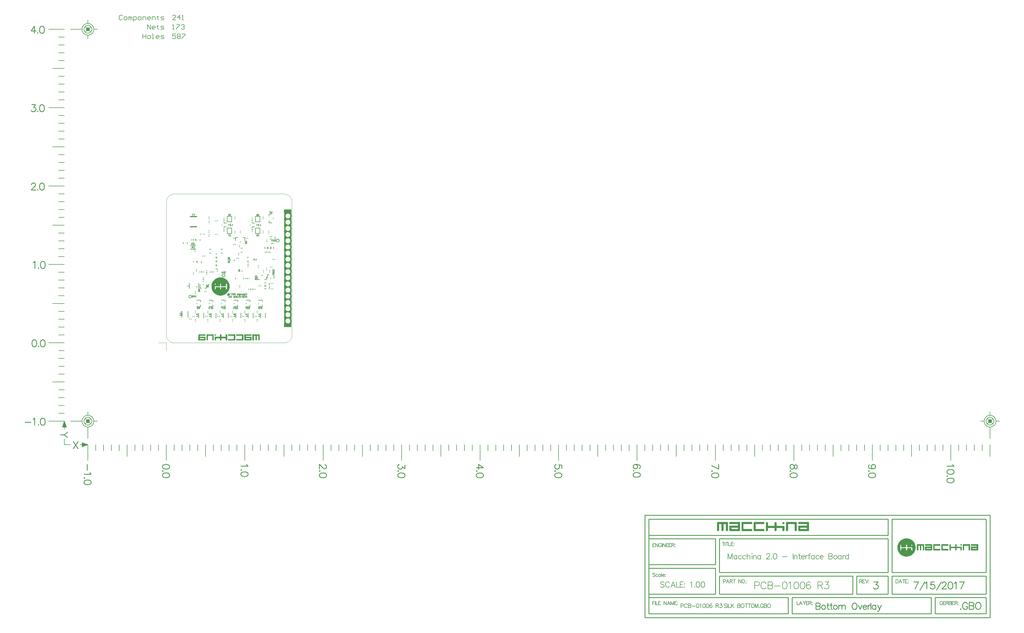
<source format=gbo>
G04 This is an RS-274x file exported by *
G04 gerbv version 2.6A *
G04 More information is available about gerbv at *
G04 http://gerbv.geda-project.org/ *
G04 --End of header info--*
%MOIN*%
%FSLAX34Y34*%
%IPPOS*%
G04 --Define apertures--*
%ADD10C,0.0100*%
%ADD11C,0.0080*%
%ADD12C,0.0090*%
%ADD13C,0.0070*%
%ADD14C,0.0050*%
%ADD15C,0.0010*%
%ADD16C,0.0120*%
%ADD17R,0.0950X0.0500*%
%ADD18R,0.0160X1.5020*%
%ADD19R,0.0150X1.5020*%
%ADD20R,0.0950X0.0140*%
G04 --Start main section--*
G36*
G01X0007080Y0008334D02*
G01X0007255Y0008292D01*
G01X0007421Y0008223D01*
G01X0007575Y0008129D01*
G01X0007712Y0008012D01*
G01X0007829Y0007875D01*
G01X0007923Y0007721D01*
G01X0007992Y0007555D01*
G01X0008034Y0007380D01*
G01X0008049Y0007200D01*
G01X0008034Y0007020D01*
G01X0007992Y0006845D01*
G01X0007923Y0006679D01*
G01X0007829Y0006525D01*
G01X0007712Y0006388D01*
G01X0007575Y0006271D01*
G01X0007421Y0006177D01*
G01X0007255Y0006108D01*
G01X0007080Y0006066D01*
G01X0006900Y0006051D01*
G01X0006720Y0006066D01*
G01X0006545Y0006108D01*
G01X0006379Y0006177D01*
G01X0006225Y0006271D01*
G01X0006088Y0006388D01*
G01X0005971Y0006525D01*
G01X0005877Y0006679D01*
G01X0005808Y0006845D01*
G01X0005766Y0007020D01*
G01X0005751Y0007200D01*
G01X0005766Y0007380D01*
G01X0005808Y0007555D01*
G01X0005877Y0007721D01*
G01X0005971Y0007875D01*
G01X0006088Y0008012D01*
G01X0006225Y0008129D01*
G01X0006379Y0008223D01*
G01X0006545Y0008292D01*
G01X0006720Y0008334D01*
G01X0006900Y0008349D01*
G01X0007080Y0008334D01*
G37*
G36*
G01X0007080Y0008334D02*
G37*
G36*
G01X0010790Y0001082D02*
G01X0010790Y0001082D01*
G01X0010793Y0001084D01*
G01X0010819Y0001074D01*
G01X0010831Y0001045D01*
G01X0010827Y0000970D01*
G01X0010827Y0000970D01*
G01X0010829Y0000967D01*
G01X0010819Y0000941D01*
G01X0010790Y0000929D01*
G01X0010125Y0000932D01*
G01X0010125Y0000936D01*
G01X0010096Y0000924D01*
G01X0010084Y0000895D01*
G01X0010087Y0000823D01*
G01X0010084Y0000820D01*
G01X0010084Y0000820D01*
G01X0010096Y0000791D01*
G01X0010125Y0000779D01*
G01X0010790Y0000782D01*
G01X0010790Y0000782D01*
G01X0010790Y0000782D01*
G01X0010793Y0000784D01*
G01X0010819Y0000774D01*
G01X0010831Y0000745D01*
G01X0010827Y0000375D01*
G01X0010827Y0000375D01*
G01X0010829Y0000372D01*
G01X0010819Y0000346D01*
G01X0010790Y0000334D01*
G01X0009975Y0000338D01*
G01X0009975Y0000338D01*
G01X0009972Y0000336D01*
G01X0009946Y0000346D01*
G01X0009934Y0000375D01*
G01X0009937Y0001045D01*
G01X0009937Y0001045D01*
G01X0009936Y0001048D01*
G01X0009946Y0001074D01*
G01X0009975Y0001086D01*
G01X0010790Y0001082D01*
G37*
G36*
G01X0010790Y0001082D02*
G37*
G36*
G01X0004935Y0001082D02*
G01X0004935Y0001082D01*
G01X0004938Y0001084D01*
G01X0004964Y0001074D01*
G01X0004976Y0001045D01*
G01X0004972Y0000970D01*
G01X0004972Y0000970D01*
G01X0004974Y0000967D01*
G01X0004964Y0000941D01*
G01X0004935Y0000929D01*
G01X0004270Y0000932D01*
G01X0004270Y0000936D01*
G01X0004241Y0000924D01*
G01X0004229Y0000895D01*
G01X0004232Y0000823D01*
G01X0004229Y0000820D01*
G01X0004229Y0000820D01*
G01X0004241Y0000791D01*
G01X0004270Y0000779D01*
G01X0004935Y0000782D01*
G01X0004935Y0000782D01*
G01X0004935Y0000782D01*
G01X0004938Y0000784D01*
G01X0004964Y0000774D01*
G01X0004976Y0000745D01*
G01X0004972Y0000375D01*
G01X0004972Y0000375D01*
G01X0004974Y0000372D01*
G01X0004964Y0000346D01*
G01X0004935Y0000334D01*
G01X0004120Y0000338D01*
G01X0004120Y0000338D01*
G01X0004117Y0000336D01*
G01X0004091Y0000346D01*
G01X0004079Y0000375D01*
G01X0004083Y0001045D01*
G01X0004083Y0001045D01*
G01X0004081Y0001048D01*
G01X0004091Y0001074D01*
G01X0004120Y0001086D01*
G01X0004935Y0001082D01*
G37*
G36*
G01X0004935Y0001082D02*
G37*
G36*
G01X0006296Y0001072D02*
G01X0006307Y0001061D01*
G01X0006313Y0001047D01*
G01X0006313Y0001040D01*
G01X0006313Y0000965D01*
G01X0006313Y0000958D01*
G01X0006307Y0000944D01*
G01X0006296Y0000933D01*
G01X0006282Y0000927D01*
G01X0006198Y0000927D01*
G01X0006184Y0000933D01*
G01X0006173Y0000944D01*
G01X0006168Y0000958D01*
G01X0006168Y0000965D01*
G01X0006168Y0001040D01*
G01X0006168Y0001047D01*
G01X0006173Y0001061D01*
G01X0006184Y0001072D01*
G01X0006198Y0001077D01*
G01X0006282Y0001077D01*
G01X0006296Y0001072D01*
G37*
G36*
G01X0006296Y0001072D02*
G37*
G36*
G01X0007706Y0001072D02*
G01X0007717Y0001061D01*
G01X0007722Y0001047D01*
G01X0007722Y0001040D01*
G01X0007722Y0000375D01*
G01X0007722Y0000368D01*
G01X0007717Y0000354D01*
G01X0007706Y0000343D01*
G01X0007692Y0000338D01*
G01X0007603Y0000338D01*
G01X0007589Y0000343D01*
G01X0007578Y0000354D01*
G01X0007573Y0000368D01*
G01X0007573Y0000375D01*
G01X0007573Y0000575D01*
G01X0007572Y0000582D01*
G01X0007566Y0000596D01*
G01X0007556Y0000606D01*
G01X0007542Y0000612D01*
G01X0007535Y0000613D01*
G01X0007020Y0000613D01*
G01X0007013Y0000612D01*
G01X0006999Y0000606D01*
G01X0006989Y0000596D01*
G01X0006983Y0000582D01*
G01X0006982Y0000575D01*
G01X0006982Y0000375D01*
G01X0006982Y0000368D01*
G01X0006977Y0000354D01*
G01X0006966Y0000343D01*
G01X0006952Y0000338D01*
G01X0006863Y0000338D01*
G01X0006849Y0000343D01*
G01X0006838Y0000354D01*
G01X0006833Y0000368D01*
G01X0006833Y0000375D01*
G01X0006833Y0000575D01*
G01X0006832Y0000582D01*
G01X0006826Y0000596D01*
G01X0006816Y0000606D01*
G01X0006802Y0000612D01*
G01X0006795Y0000613D01*
G01X0006350Y0000613D01*
G01X0006343Y0000612D01*
G01X0006329Y0000606D01*
G01X0006319Y0000596D01*
G01X0006313Y0000582D01*
G01X0006313Y0000575D01*
G01X0006313Y0000375D01*
G01X0006313Y0000368D01*
G01X0006307Y0000354D01*
G01X0006296Y0000343D01*
G01X0006282Y0000338D01*
G01X0006198Y0000338D01*
G01X0006184Y0000343D01*
G01X0006173Y0000354D01*
G01X0006168Y0000368D01*
G01X0006168Y0000375D01*
G01X0006168Y0000725D01*
G01X0006168Y0000732D01*
G01X0006173Y0000746D01*
G01X0006184Y0000757D01*
G01X0006198Y0000763D01*
G01X0006795Y0000763D01*
G01X0006802Y0000763D01*
G01X0006816Y0000769D01*
G01X0006826Y0000779D01*
G01X0006832Y0000793D01*
G01X0006833Y0000800D01*
G01X0006833Y0001040D01*
G01X0006833Y0001047D01*
G01X0006838Y0001061D01*
G01X0006849Y0001072D01*
G01X0006863Y0001077D01*
G01X0006952Y0001077D01*
G01X0006966Y0001072D01*
G01X0006977Y0001061D01*
G01X0006982Y0001047D01*
G01X0006982Y0001040D01*
G01X0006982Y0000800D01*
G01X0006983Y0000793D01*
G01X0006989Y0000779D01*
G01X0006999Y0000769D01*
G01X0007013Y0000763D01*
G01X0007020Y0000763D01*
G01X0007535Y0000763D01*
G01X0007542Y0000763D01*
G01X0007556Y0000769D01*
G01X0007566Y0000779D01*
G01X0007572Y0000793D01*
G01X0007573Y0000800D01*
G01X0007573Y0001040D01*
G01X0007573Y0001047D01*
G01X0007578Y0001061D01*
G01X0007589Y0001072D01*
G01X0007603Y0001077D01*
G01X0007692Y0001077D01*
G01X0007706Y0001072D01*
G37*
G36*
G01X0007706Y0001072D02*
G37*
G36*
G01X0011851Y0001077D02*
G01X0011862Y0001066D01*
G01X0011868Y0001052D01*
G01X0011868Y0001045D01*
G01X0011868Y0000375D01*
G01X0011868Y0000368D01*
G01X0011862Y0000354D01*
G01X0011851Y0000343D01*
G01X0011837Y0000338D01*
G01X0011748Y0000338D01*
G01X0011734Y0000343D01*
G01X0011723Y0000354D01*
G01X0011717Y0000368D01*
G01X0011717Y0000375D01*
G01X0011717Y0000895D01*
G01X0011717Y0000902D01*
G01X0011711Y0000916D01*
G01X0011701Y0000926D01*
G01X0011687Y0000932D01*
G01X0011680Y0000932D01*
G01X0011530Y0000932D01*
G01X0011523Y0000932D01*
G01X0011509Y0000926D01*
G01X0011499Y0000916D01*
G01X0011493Y0000902D01*
G01X0011493Y0000895D01*
G01X0011493Y0000375D01*
G01X0011493Y0000368D01*
G01X0011487Y0000354D01*
G01X0011476Y0000343D01*
G01X0011462Y0000338D01*
G01X0011378Y0000338D01*
G01X0011364Y0000343D01*
G01X0011353Y0000354D01*
G01X0011348Y0000368D01*
G01X0011348Y0000375D01*
G01X0011348Y0000895D01*
G01X0011347Y0000902D01*
G01X0011341Y0000916D01*
G01X0011331Y0000926D01*
G01X0011317Y0000932D01*
G01X0011310Y0000932D01*
G01X0011160Y0000932D01*
G01X0011153Y0000932D01*
G01X0011139Y0000926D01*
G01X0011129Y0000916D01*
G01X0011123Y0000902D01*
G01X0011122Y0000895D01*
G01X0011122Y0000375D01*
G01X0011122Y0000368D01*
G01X0011117Y0000354D01*
G01X0011106Y0000343D01*
G01X0011092Y0000338D01*
G01X0011003Y0000338D01*
G01X0010989Y0000343D01*
G01X0010978Y0000354D01*
G01X0010972Y0000368D01*
G01X0010972Y0000375D01*
G01X0010972Y0001045D01*
G01X0010972Y0001052D01*
G01X0010978Y0001066D01*
G01X0010989Y0001077D01*
G01X0011003Y0001082D01*
G01X0011837Y0001082D01*
G01X0011851Y0001077D01*
G37*
G36*
G01X0011851Y0001077D02*
G37*
G36*
G01X0009776Y0001077D02*
G01X0009787Y0001066D01*
G01X0009793Y0001052D01*
G01X0009793Y0001045D01*
G01X0009793Y0000375D01*
G01X0009793Y0000368D01*
G01X0009787Y0000354D01*
G01X0009776Y0000343D01*
G01X0009762Y0000338D01*
G01X0008933Y0000338D01*
G01X0008919Y0000343D01*
G01X0008908Y0000354D01*
G01X0008903Y0000368D01*
G01X0008903Y0000375D01*
G01X0008903Y0000450D01*
G01X0008903Y0000457D01*
G01X0008908Y0000471D01*
G01X0008919Y0000482D01*
G01X0008933Y0000487D01*
G01X0009605Y0000487D01*
G01X0009612Y0000488D01*
G01X0009626Y0000494D01*
G01X0009636Y0000504D01*
G01X0009642Y0000518D01*
G01X0009643Y0000525D01*
G01X0009643Y0000895D01*
G01X0009642Y0000902D01*
G01X0009636Y0000916D01*
G01X0009626Y0000926D01*
G01X0009612Y0000932D01*
G01X0009605Y0000932D01*
G01X0008933Y0000932D01*
G01X0008919Y0000938D01*
G01X0008908Y0000949D01*
G01X0008903Y0000963D01*
G01X0008903Y0000970D01*
G01X0008903Y0001045D01*
G01X0008903Y0001052D01*
G01X0008908Y0001066D01*
G01X0008919Y0001077D01*
G01X0008933Y0001082D01*
G01X0009762Y0001082D01*
G01X0009776Y0001077D01*
G37*
G36*
G01X0009776Y0001077D02*
G37*
G36*
G01X0008741Y0001077D02*
G01X0008752Y0001066D01*
G01X0008758Y0001052D01*
G01X0008758Y0001045D01*
G01X0008758Y0000375D01*
G01X0008758Y0000368D01*
G01X0008752Y0000354D01*
G01X0008741Y0000343D01*
G01X0008727Y0000338D01*
G01X0007898Y0000338D01*
G01X0007884Y0000343D01*
G01X0007873Y0000354D01*
G01X0007868Y0000368D01*
G01X0007868Y0000375D01*
G01X0007868Y0000450D01*
G01X0007868Y0000457D01*
G01X0007873Y0000471D01*
G01X0007884Y0000482D01*
G01X0007898Y0000487D01*
G01X0008570Y0000487D01*
G01X0008577Y0000488D01*
G01X0008591Y0000494D01*
G01X0008601Y0000504D01*
G01X0008607Y0000518D01*
G01X0008608Y0000525D01*
G01X0008608Y0000895D01*
G01X0008607Y0000902D01*
G01X0008601Y0000916D01*
G01X0008591Y0000926D01*
G01X0008577Y0000932D01*
G01X0008570Y0000932D01*
G01X0007898Y0000932D01*
G01X0007884Y0000938D01*
G01X0007873Y0000949D01*
G01X0007868Y0000963D01*
G01X0007868Y0000970D01*
G01X0007868Y0001045D01*
G01X0007868Y0001052D01*
G01X0007873Y0001066D01*
G01X0007884Y0001077D01*
G01X0007898Y0001082D01*
G01X0008727Y0001082D01*
G01X0008741Y0001077D01*
G37*
G36*
G01X0008741Y0001077D02*
G37*
G36*
G01X0005991Y0001077D02*
G01X0006002Y0001066D01*
G01X0006008Y0001052D01*
G01X0006008Y0001045D01*
G01X0006008Y0000375D01*
G01X0006008Y0000368D01*
G01X0006002Y0000354D01*
G01X0005991Y0000343D01*
G01X0005977Y0000338D01*
G01X0005893Y0000338D01*
G01X0005879Y0000343D01*
G01X0005868Y0000354D01*
G01X0005863Y0000368D01*
G01X0005863Y0000375D01*
G01X0005863Y0000895D01*
G01X0005862Y0000902D01*
G01X0005856Y0000916D01*
G01X0005846Y0000926D01*
G01X0005832Y0000932D01*
G01X0005825Y0000932D01*
G01X0005305Y0000932D01*
G01X0005298Y0000932D01*
G01X0005284Y0000926D01*
G01X0005274Y0000916D01*
G01X0005268Y0000902D01*
G01X0005268Y0000895D01*
G01X0005268Y0000375D01*
G01X0005268Y0000368D01*
G01X0005262Y0000354D01*
G01X0005251Y0000343D01*
G01X0005237Y0000338D01*
G01X0005148Y0000338D01*
G01X0005134Y0000343D01*
G01X0005123Y0000354D01*
G01X0005117Y0000368D01*
G01X0005117Y0000375D01*
G01X0005117Y0001045D01*
G01X0005117Y0001052D01*
G01X0005123Y0001066D01*
G01X0005134Y0001077D01*
G01X0005148Y0001082D01*
G01X0005977Y0001082D01*
G01X0005991Y0001077D01*
G37*
G36*
G01X0005991Y0001077D02*
G37*
G36*
G01X0073091Y-022884D02*
G01X0073107Y-022923D01*
G01X0073104Y-022927D01*
G01X0073104Y-022927D01*
G01X0073108Y-023932D01*
G01X0073091Y-023976D01*
G01X0073052Y-023992D01*
G01X0073047Y-023989D01*
G01X0073047Y-023989D01*
G01X0071825Y-023993D01*
G01X0071782Y-023976D01*
G01X0071766Y-023937D01*
G01X0071769Y-023932D01*
G01X0071769Y-023932D01*
G01X0071764Y-023377D01*
G01X0071782Y-023334D01*
G01X0071821Y-023318D01*
G01X0071825Y-023321D01*
G01X0071825Y-023321D01*
G01X0071825Y-023321D01*
G01X0072822Y-023326D01*
G01X0072866Y-023308D01*
G01X0072883Y-023265D01*
G01X0072883Y-023265D01*
G01X0072879Y-023260D01*
G01X0072883Y-023152D01*
G01X0072866Y-023109D01*
G01X0072822Y-023092D01*
G01X0072822Y-023096D01*
G01X0071825Y-023101D01*
G01X0071782Y-023083D01*
G01X0071766Y-023044D01*
G01X0071769Y-023040D01*
G01X0071769Y-023040D01*
G01X0071764Y-022927D01*
G01X0071782Y-022884D01*
G01X0071821Y-022868D01*
G01X0071825Y-022871D01*
G01X0071825Y-022871D01*
G01X0073047Y-022867D01*
G01X0073091Y-022884D01*
G37*
G36*
G01X0073091Y-022884D02*
G37*
G36*
G01X0078734Y-022887D02*
G01X0078750Y-022903D01*
G01X0078759Y-022924D01*
G01X0078759Y-022935D01*
G01X0078759Y-023047D01*
G01X0078759Y-023059D01*
G01X0078750Y-023079D01*
G01X0078734Y-023095D01*
G01X0078714Y-023104D01*
G01X0078586Y-023104D01*
G01X0078566Y-023095D01*
G01X0078550Y-023079D01*
G01X0078541Y-023059D01*
G01X0078541Y-023047D01*
G01X0078541Y-022935D01*
G01X0078541Y-022924D01*
G01X0078550Y-022903D01*
G01X0078566Y-022887D01*
G01X0078586Y-022879D01*
G01X0078714Y-022879D01*
G01X0078734Y-022887D01*
G37*
G36*
G01X0078734Y-022887D02*
G37*
G36*
G01X0081830Y-022871D02*
G01X0081830Y-022871D01*
G01X0081834Y-022868D01*
G01X0081873Y-022884D01*
G01X0081891Y-022927D01*
G01X0081886Y-023932D01*
G01X0081886Y-023932D01*
G01X0081889Y-023937D01*
G01X0081873Y-023976D01*
G01X0081830Y-023993D01*
G01X0080608Y-023989D01*
G01X0080608Y-023989D01*
G01X0080603Y-023992D01*
G01X0080564Y-023976D01*
G01X0080547Y-023932D01*
G01X0080551Y-023377D01*
G01X0080551Y-023377D01*
G01X0080548Y-023373D01*
G01X0080564Y-023334D01*
G01X0080608Y-023317D01*
G01X0081605Y-023321D01*
G01X0081605Y-023326D01*
G01X0081648Y-023308D01*
G01X0081666Y-023265D01*
G01X0081661Y-023157D01*
G01X0081666Y-023152D01*
G01X0081666Y-023152D01*
G01X0081648Y-023109D01*
G01X0081605Y-023092D01*
G01X0080608Y-023096D01*
G01X0080608Y-023096D01*
G01X0080608Y-023096D01*
G01X0080603Y-023099D01*
G01X0080564Y-023083D01*
G01X0080547Y-023040D01*
G01X0080551Y-022927D01*
G01X0080551Y-022927D01*
G01X0080548Y-022923D01*
G01X0080564Y-022884D01*
G01X0080608Y-022867D01*
G01X0081830Y-022871D01*
G37*
G36*
G01X0081830Y-022871D02*
G37*
G36*
G01X0077737Y-022887D02*
G01X0077753Y-022903D01*
G01X0077761Y-022924D01*
G01X0077761Y-022935D01*
G01X0077761Y-023295D01*
G01X0077762Y-023306D01*
G01X0077771Y-023326D01*
G01X0077786Y-023342D01*
G01X0077807Y-023350D01*
G01X0077818Y-023351D01*
G01X0078714Y-023351D01*
G01X0078734Y-023360D01*
G01X0078750Y-023376D01*
G01X0078759Y-023396D01*
G01X0078759Y-023407D01*
G01X0078759Y-023932D01*
G01X0078759Y-023944D01*
G01X0078750Y-023964D01*
G01X0078734Y-023980D01*
G01X0078714Y-023989D01*
G01X0078586Y-023989D01*
G01X0078566Y-023980D01*
G01X0078550Y-023964D01*
G01X0078541Y-023944D01*
G01X0078541Y-023932D01*
G01X0078541Y-023633D01*
G01X0078540Y-023622D01*
G01X0078532Y-023601D01*
G01X0078516Y-023586D01*
G01X0078496Y-023577D01*
G01X0078485Y-023576D01*
G01X0077818Y-023576D01*
G01X0077807Y-023577D01*
G01X0077786Y-023586D01*
G01X0077771Y-023601D01*
G01X0077762Y-023622D01*
G01X0077761Y-023633D01*
G01X0077761Y-023932D01*
G01X0077761Y-023944D01*
G01X0077753Y-023964D01*
G01X0077737Y-023980D01*
G01X0077716Y-023989D01*
G01X0077581Y-023989D01*
G01X0077561Y-023980D01*
G01X0077545Y-023964D01*
G01X0077536Y-023944D01*
G01X0077536Y-023932D01*
G01X0077536Y-023633D01*
G01X0077535Y-023622D01*
G01X0077527Y-023601D01*
G01X0077511Y-023586D01*
G01X0077491Y-023577D01*
G01X0077480Y-023576D01*
G01X0076708Y-023576D01*
G01X0076697Y-023577D01*
G01X0076676Y-023586D01*
G01X0076661Y-023601D01*
G01X0076652Y-023622D01*
G01X0076651Y-023633D01*
G01X0076651Y-023932D01*
G01X0076651Y-023944D01*
G01X0076643Y-023964D01*
G01X0076627Y-023980D01*
G01X0076606Y-023989D01*
G01X0076471Y-023989D01*
G01X0076451Y-023980D01*
G01X0076435Y-023964D01*
G01X0076426Y-023944D01*
G01X0076426Y-023932D01*
G01X0076426Y-022935D01*
G01X0076426Y-022924D01*
G01X0076435Y-022903D01*
G01X0076451Y-022887D01*
G01X0076471Y-022879D01*
G01X0076606Y-022879D01*
G01X0076627Y-022887D01*
G01X0076643Y-022903D01*
G01X0076651Y-022924D01*
G01X0076651Y-022935D01*
G01X0076651Y-023295D01*
G01X0076652Y-023306D01*
G01X0076661Y-023326D01*
G01X0076676Y-023342D01*
G01X0076697Y-023350D01*
G01X0076708Y-023351D01*
G01X0077480Y-023351D01*
G01X0077491Y-023350D01*
G01X0077511Y-023342D01*
G01X0077527Y-023326D01*
G01X0077535Y-023306D01*
G01X0077536Y-023295D01*
G01X0077536Y-022935D01*
G01X0077536Y-022924D01*
G01X0077545Y-022903D01*
G01X0077561Y-022887D01*
G01X0077581Y-022879D01*
G01X0077716Y-022879D01*
G01X0077737Y-022887D01*
G37*
G36*
G01X0077737Y-022887D02*
G37*
G36*
G01X0080309Y-022880D02*
G01X0080325Y-022896D01*
G01X0080334Y-022916D01*
G01X0080334Y-022927D01*
G01X0080334Y-023932D01*
G01X0080334Y-023944D01*
G01X0080325Y-023964D01*
G01X0080309Y-023980D01*
G01X0080289Y-023989D01*
G01X0080154Y-023989D01*
G01X0080133Y-023980D01*
G01X0080117Y-023964D01*
G01X0080109Y-023944D01*
G01X0080109Y-023932D01*
G01X0080109Y-023152D01*
G01X0080108Y-023142D01*
G01X0080099Y-023121D01*
G01X0080084Y-023106D01*
G01X0080063Y-023097D01*
G01X0080052Y-023096D01*
G01X0079272Y-023096D01*
G01X0079262Y-023097D01*
G01X0079241Y-023106D01*
G01X0079226Y-023121D01*
G01X0079217Y-023142D01*
G01X0079216Y-023152D01*
G01X0079216Y-023932D01*
G01X0079216Y-023944D01*
G01X0079208Y-023964D01*
G01X0079192Y-023980D01*
G01X0079171Y-023989D01*
G01X0079044Y-023989D01*
G01X0079023Y-023980D01*
G01X0079007Y-023964D01*
G01X0078999Y-023944D01*
G01X0078999Y-023932D01*
G01X0078999Y-022927D01*
G01X0078999Y-022916D01*
G01X0079007Y-022896D01*
G01X0079023Y-022880D01*
G01X0079044Y-022871D01*
G01X0080289Y-022871D01*
G01X0080309Y-022880D01*
G37*
G36*
G01X0080309Y-022880D02*
G37*
G36*
G01X0076184Y-022880D02*
G01X0076200Y-022896D01*
G01X0076209Y-022916D01*
G01X0076209Y-022927D01*
G01X0076209Y-023040D01*
G01X0076209Y-023051D01*
G01X0076200Y-023072D01*
G01X0076184Y-023088D01*
G01X0076164Y-023096D01*
G01X0075155Y-023096D01*
G01X0075144Y-023097D01*
G01X0075124Y-023106D01*
G01X0075108Y-023121D01*
G01X0075100Y-023142D01*
G01X0075099Y-023152D01*
G01X0075099Y-023707D01*
G01X0075100Y-023718D01*
G01X0075108Y-023739D01*
G01X0075124Y-023754D01*
G01X0075144Y-023763D01*
G01X0075155Y-023764D01*
G01X0076164Y-023764D01*
G01X0076184Y-023772D01*
G01X0076200Y-023788D01*
G01X0076209Y-023809D01*
G01X0076209Y-023820D01*
G01X0076209Y-023932D01*
G01X0076209Y-023944D01*
G01X0076200Y-023964D01*
G01X0076184Y-023980D01*
G01X0076164Y-023989D01*
G01X0074919Y-023989D01*
G01X0074898Y-023980D01*
G01X0074882Y-023964D01*
G01X0074874Y-023944D01*
G01X0074874Y-023932D01*
G01X0074874Y-022927D01*
G01X0074874Y-022916D01*
G01X0074882Y-022896D01*
G01X0074898Y-022880D01*
G01X0074919Y-022871D01*
G01X0076164Y-022871D01*
G01X0076184Y-022880D01*
G37*
G36*
G01X0076184Y-022880D02*
G37*
G36*
G01X0074632Y-022880D02*
G01X0074648Y-022896D01*
G01X0074656Y-022916D01*
G01X0074656Y-022927D01*
G01X0074656Y-023040D01*
G01X0074656Y-023051D01*
G01X0074648Y-023072D01*
G01X0074632Y-023088D01*
G01X0074611Y-023096D01*
G01X0073602Y-023096D01*
G01X0073592Y-023097D01*
G01X0073571Y-023106D01*
G01X0073556Y-023121D01*
G01X0073547Y-023142D01*
G01X0073546Y-023152D01*
G01X0073546Y-023707D01*
G01X0073547Y-023718D01*
G01X0073556Y-023739D01*
G01X0073571Y-023754D01*
G01X0073592Y-023763D01*
G01X0073602Y-023764D01*
G01X0074611Y-023764D01*
G01X0074632Y-023772D01*
G01X0074648Y-023788D01*
G01X0074656Y-023809D01*
G01X0074656Y-023820D01*
G01X0074656Y-023932D01*
G01X0074656Y-023944D01*
G01X0074648Y-023964D01*
G01X0074632Y-023980D01*
G01X0074611Y-023989D01*
G01X0073366Y-023989D01*
G01X0073346Y-023980D01*
G01X0073330Y-023964D01*
G01X0073321Y-023944D01*
G01X0073321Y-023932D01*
G01X0073321Y-022927D01*
G01X0073321Y-022916D01*
G01X0073330Y-022896D01*
G01X0073346Y-022880D01*
G01X0073366Y-022871D01*
G01X0074611Y-022871D01*
G01X0074632Y-022880D01*
G37*
G36*
G01X0074632Y-022880D02*
G37*
G36*
G01X0071527Y-022880D02*
G01X0071543Y-022896D01*
G01X0071551Y-022916D01*
G01X0071551Y-022927D01*
G01X0071551Y-023932D01*
G01X0071551Y-023944D01*
G01X0071543Y-023964D01*
G01X0071527Y-023980D01*
G01X0071506Y-023989D01*
G01X0071371Y-023989D01*
G01X0071351Y-023980D01*
G01X0071335Y-023964D01*
G01X0071326Y-023944D01*
G01X0071326Y-023932D01*
G01X0071326Y-023152D01*
G01X0071325Y-023142D01*
G01X0071317Y-023121D01*
G01X0071301Y-023106D01*
G01X0071281Y-023097D01*
G01X0071270Y-023096D01*
G01X0071045Y-023096D01*
G01X0071034Y-023097D01*
G01X0071014Y-023106D01*
G01X0070998Y-023121D01*
G01X0070990Y-023142D01*
G01X0070989Y-023152D01*
G01X0070989Y-023932D01*
G01X0070989Y-023944D01*
G01X0070980Y-023964D01*
G01X0070964Y-023980D01*
G01X0070944Y-023989D01*
G01X0070816Y-023989D01*
G01X0070796Y-023980D01*
G01X0070780Y-023964D01*
G01X0070771Y-023944D01*
G01X0070771Y-023932D01*
G01X0070771Y-023152D01*
G01X0070770Y-023142D01*
G01X0070762Y-023121D01*
G01X0070746Y-023106D01*
G01X0070726Y-023097D01*
G01X0070715Y-023096D01*
G01X0070490Y-023096D01*
G01X0070479Y-023097D01*
G01X0070459Y-023106D01*
G01X0070443Y-023121D01*
G01X0070435Y-023142D01*
G01X0070434Y-023152D01*
G01X0070434Y-023932D01*
G01X0070434Y-023944D01*
G01X0070425Y-023964D01*
G01X0070409Y-023980D01*
G01X0070389Y-023989D01*
G01X0070254Y-023989D01*
G01X0070233Y-023980D01*
G01X0070217Y-023964D01*
G01X0070209Y-023944D01*
G01X0070209Y-023932D01*
G01X0070209Y-022927D01*
G01X0070209Y-022916D01*
G01X0070217Y-022896D01*
G01X0070233Y-022880D01*
G01X0070254Y-022871D01*
G01X0071506Y-022871D01*
G01X0071527Y-022880D01*
G37*
G36*
G01X0071527Y-022880D02*
G37*
G36*
G01X0103449Y-025706D02*
G01X0103459Y-025732D01*
G01X0103457Y-025735D01*
G01X0103457Y-025735D01*
G01X0103461Y-026405D01*
G01X0103449Y-026434D01*
G01X0103423Y-026444D01*
G01X0103420Y-026442D01*
G01X0103420Y-026442D01*
G01X0102605Y-026446D01*
G01X0102576Y-026434D01*
G01X0102566Y-026408D01*
G01X0102568Y-026405D01*
G01X0102568Y-026405D01*
G01X0102564Y-026035D01*
G01X0102576Y-026006D01*
G01X0102602Y-025996D01*
G01X0102605Y-025998D01*
G01X0102605Y-025998D01*
G01X0102605Y-025998D01*
G01X0103270Y-026001D01*
G01X0103299Y-025989D01*
G01X0103311Y-025960D01*
G01X0103311Y-025960D01*
G01X0103308Y-025957D01*
G01X0103311Y-025885D01*
G01X0103299Y-025856D01*
G01X0103270Y-025844D01*
G01X0103270Y-025847D01*
G01X0102605Y-025851D01*
G01X0102576Y-025839D01*
G01X0102566Y-025813D01*
G01X0102568Y-025810D01*
G01X0102568Y-025810D01*
G01X0102564Y-025735D01*
G01X0102576Y-025706D01*
G01X0102602Y-025696D01*
G01X0102605Y-025698D01*
G01X0102605Y-025698D01*
G01X0103420Y-025694D01*
G01X0103449Y-025706D01*
G37*
G36*
G01X0103449Y-025706D02*
G37*
G36*
G01X0097594Y-025706D02*
G01X0097604Y-025732D01*
G01X0097603Y-025735D01*
G01X0097603Y-025735D01*
G01X0097606Y-026405D01*
G01X0097594Y-026434D01*
G01X0097568Y-026444D01*
G01X0097565Y-026442D01*
G01X0097565Y-026442D01*
G01X0096750Y-026446D01*
G01X0096721Y-026434D01*
G01X0096711Y-026408D01*
G01X0096713Y-026405D01*
G01X0096713Y-026405D01*
G01X0096709Y-026035D01*
G01X0096721Y-026006D01*
G01X0096747Y-025996D01*
G01X0096750Y-025998D01*
G01X0096750Y-025998D01*
G01X0096750Y-025998D01*
G01X0097415Y-026001D01*
G01X0097444Y-025989D01*
G01X0097456Y-025960D01*
G01X0097456Y-025960D01*
G01X0097453Y-025957D01*
G01X0097456Y-025885D01*
G01X0097444Y-025856D01*
G01X0097415Y-025844D01*
G01X0097415Y-025847D01*
G01X0096750Y-025851D01*
G01X0096721Y-025839D01*
G01X0096711Y-025813D01*
G01X0096713Y-025810D01*
G01X0096713Y-025810D01*
G01X0096709Y-025735D01*
G01X0096721Y-025706D01*
G01X0096747Y-025696D01*
G01X0096750Y-025698D01*
G01X0096750Y-025698D01*
G01X0097565Y-025694D01*
G01X0097594Y-025706D01*
G37*
G36*
G01X0097594Y-025706D02*
G37*
G36*
G01X0101356Y-025708D02*
G01X0101367Y-025719D01*
G01X0101372Y-025733D01*
G01X0101372Y-025740D01*
G01X0101372Y-025815D01*
G01X0101372Y-025822D01*
G01X0101367Y-025836D01*
G01X0101356Y-025847D01*
G01X0101342Y-025852D01*
G01X0101258Y-025852D01*
G01X0101244Y-025847D01*
G01X0101233Y-025836D01*
G01X0101228Y-025822D01*
G01X0101228Y-025815D01*
G01X0101228Y-025740D01*
G01X0101228Y-025733D01*
G01X0101233Y-025719D01*
G01X0101244Y-025708D01*
G01X0101258Y-025703D01*
G01X0101342Y-025703D01*
G01X0101356Y-025708D01*
G37*
G36*
G01X0101356Y-025708D02*
G37*
G36*
G01X0100691Y-025708D02*
G01X0100702Y-025719D01*
G01X0100708Y-025733D01*
G01X0100708Y-025740D01*
G01X0100708Y-025980D01*
G01X0100708Y-025987D01*
G01X0100714Y-026001D01*
G01X0100724Y-026011D01*
G01X0100738Y-026017D01*
G01X0100745Y-026017D01*
G01X0101342Y-026017D01*
G01X0101356Y-026023D01*
G01X0101367Y-026034D01*
G01X0101372Y-026048D01*
G01X0101372Y-026055D01*
G01X0101372Y-026405D01*
G01X0101372Y-026412D01*
G01X0101367Y-026426D01*
G01X0101356Y-026437D01*
G01X0101342Y-026442D01*
G01X0101258Y-026442D01*
G01X0101244Y-026437D01*
G01X0101233Y-026426D01*
G01X0101228Y-026412D01*
G01X0101228Y-026405D01*
G01X0101228Y-026205D01*
G01X0101227Y-026198D01*
G01X0101221Y-026184D01*
G01X0101211Y-026174D01*
G01X0101197Y-026168D01*
G01X0101190Y-026168D01*
G01X0100745Y-026168D01*
G01X0100738Y-026168D01*
G01X0100724Y-026174D01*
G01X0100714Y-026184D01*
G01X0100708Y-026198D01*
G01X0100708Y-026205D01*
G01X0100708Y-026405D01*
G01X0100708Y-026412D01*
G01X0100702Y-026426D01*
G01X0100691Y-026437D01*
G01X0100677Y-026442D01*
G01X0100588Y-026442D01*
G01X0100574Y-026437D01*
G01X0100563Y-026426D01*
G01X0100557Y-026412D01*
G01X0100557Y-026405D01*
G01X0100557Y-026205D01*
G01X0100557Y-026198D01*
G01X0100551Y-026184D01*
G01X0100541Y-026174D01*
G01X0100527Y-026168D01*
G01X0100520Y-026168D01*
G01X0100005Y-026168D01*
G01X0099998Y-026168D01*
G01X0099984Y-026174D01*
G01X0099974Y-026184D01*
G01X0099968Y-026198D01*
G01X0099967Y-026205D01*
G01X0099967Y-026405D01*
G01X0099967Y-026412D01*
G01X0099962Y-026426D01*
G01X0099951Y-026437D01*
G01X0099937Y-026442D01*
G01X0099848Y-026442D01*
G01X0099834Y-026437D01*
G01X0099823Y-026426D01*
G01X0099817Y-026412D01*
G01X0099817Y-026405D01*
G01X0099817Y-025740D01*
G01X0099817Y-025733D01*
G01X0099823Y-025719D01*
G01X0099834Y-025708D01*
G01X0099848Y-025703D01*
G01X0099937Y-025703D01*
G01X0099951Y-025708D01*
G01X0099962Y-025719D01*
G01X0099967Y-025733D01*
G01X0099967Y-025740D01*
G01X0099967Y-025980D01*
G01X0099968Y-025987D01*
G01X0099974Y-026001D01*
G01X0099984Y-026011D01*
G01X0099998Y-026017D01*
G01X0100005Y-026017D01*
G01X0100520Y-026017D01*
G01X0100527Y-026017D01*
G01X0100541Y-026011D01*
G01X0100551Y-026001D01*
G01X0100557Y-025987D01*
G01X0100557Y-025980D01*
G01X0100557Y-025740D01*
G01X0100557Y-025733D01*
G01X0100563Y-025719D01*
G01X0100574Y-025708D01*
G01X0100588Y-025703D01*
G01X0100677Y-025703D01*
G01X0100691Y-025708D01*
G37*
G36*
G01X0100691Y-025708D02*
G37*
G36*
G01X0102406Y-025703D02*
G01X0102417Y-025714D01*
G01X0102423Y-025728D01*
G01X0102423Y-025735D01*
G01X0102423Y-026405D01*
G01X0102423Y-026412D01*
G01X0102417Y-026426D01*
G01X0102406Y-026437D01*
G01X0102392Y-026442D01*
G01X0102303Y-026442D01*
G01X0102289Y-026437D01*
G01X0102278Y-026426D01*
G01X0102273Y-026412D01*
G01X0102273Y-026405D01*
G01X0102273Y-025885D01*
G01X0102272Y-025878D01*
G01X0102266Y-025864D01*
G01X0102256Y-025854D01*
G01X0102242Y-025848D01*
G01X0102235Y-025847D01*
G01X0101715Y-025847D01*
G01X0101708Y-025848D01*
G01X0101694Y-025854D01*
G01X0101684Y-025864D01*
G01X0101678Y-025878D01*
G01X0101678Y-025885D01*
G01X0101678Y-026405D01*
G01X0101678Y-026412D01*
G01X0101672Y-026426D01*
G01X0101661Y-026437D01*
G01X0101647Y-026442D01*
G01X0101563Y-026442D01*
G01X0101549Y-026437D01*
G01X0101538Y-026426D01*
G01X0101532Y-026412D01*
G01X0101532Y-026405D01*
G01X0101532Y-025735D01*
G01X0101532Y-025728D01*
G01X0101538Y-025714D01*
G01X0101549Y-025703D01*
G01X0101563Y-025698D01*
G01X0102392Y-025698D01*
G01X0102406Y-025703D01*
G37*
G36*
G01X0102406Y-025703D02*
G37*
G36*
G01X0099656Y-025703D02*
G01X0099667Y-025714D01*
G01X0099672Y-025728D01*
G01X0099672Y-025735D01*
G01X0099672Y-025810D01*
G01X0099672Y-025817D01*
G01X0099667Y-025831D01*
G01X0099656Y-025842D01*
G01X0099642Y-025847D01*
G01X0098970Y-025847D01*
G01X0098963Y-025848D01*
G01X0098949Y-025854D01*
G01X0098939Y-025864D01*
G01X0098933Y-025878D01*
G01X0098933Y-025885D01*
G01X0098933Y-026255D01*
G01X0098933Y-026262D01*
G01X0098939Y-026276D01*
G01X0098949Y-026286D01*
G01X0098963Y-026292D01*
G01X0098970Y-026293D01*
G01X0099642Y-026293D01*
G01X0099656Y-026298D01*
G01X0099667Y-026309D01*
G01X0099672Y-026323D01*
G01X0099672Y-026330D01*
G01X0099672Y-026405D01*
G01X0099672Y-026412D01*
G01X0099667Y-026426D01*
G01X0099656Y-026437D01*
G01X0099642Y-026442D01*
G01X0098813Y-026442D01*
G01X0098799Y-026437D01*
G01X0098788Y-026426D01*
G01X0098783Y-026412D01*
G01X0098783Y-026405D01*
G01X0098783Y-025735D01*
G01X0098783Y-025728D01*
G01X0098788Y-025714D01*
G01X0098799Y-025703D01*
G01X0098813Y-025698D01*
G01X0099642Y-025698D01*
G01X0099656Y-025703D01*
G37*
G36*
G01X0099656Y-025703D02*
G37*
G36*
G01X0098621Y-025703D02*
G01X0098632Y-025714D01*
G01X0098638Y-025728D01*
G01X0098638Y-025735D01*
G01X0098638Y-025810D01*
G01X0098638Y-025817D01*
G01X0098632Y-025831D01*
G01X0098621Y-025842D01*
G01X0098607Y-025847D01*
G01X0097935Y-025847D01*
G01X0097928Y-025848D01*
G01X0097914Y-025854D01*
G01X0097904Y-025864D01*
G01X0097898Y-025878D01*
G01X0097898Y-025885D01*
G01X0097898Y-026255D01*
G01X0097898Y-026262D01*
G01X0097904Y-026276D01*
G01X0097914Y-026286D01*
G01X0097928Y-026292D01*
G01X0097935Y-026293D01*
G01X0098607Y-026293D01*
G01X0098621Y-026298D01*
G01X0098632Y-026309D01*
G01X0098638Y-026323D01*
G01X0098638Y-026330D01*
G01X0098638Y-026405D01*
G01X0098638Y-026412D01*
G01X0098632Y-026426D01*
G01X0098621Y-026437D01*
G01X0098607Y-026442D01*
G01X0097778Y-026442D01*
G01X0097764Y-026437D01*
G01X0097753Y-026426D01*
G01X0097747Y-026412D01*
G01X0097747Y-026405D01*
G01X0097747Y-025735D01*
G01X0097747Y-025728D01*
G01X0097753Y-025714D01*
G01X0097764Y-025703D01*
G01X0097778Y-025698D01*
G01X0098607Y-025698D01*
G01X0098621Y-025703D01*
G37*
G36*
G01X0098621Y-025703D02*
G37*
G36*
G01X0096551Y-025703D02*
G01X0096562Y-025714D01*
G01X0096567Y-025728D01*
G01X0096567Y-025735D01*
G01X0096567Y-026405D01*
G01X0096567Y-026412D01*
G01X0096562Y-026426D01*
G01X0096551Y-026437D01*
G01X0096537Y-026442D01*
G01X0096448Y-026442D01*
G01X0096434Y-026437D01*
G01X0096423Y-026426D01*
G01X0096418Y-026412D01*
G01X0096418Y-026405D01*
G01X0096418Y-025885D01*
G01X0096417Y-025878D01*
G01X0096411Y-025864D01*
G01X0096401Y-025854D01*
G01X0096387Y-025848D01*
G01X0096380Y-025847D01*
G01X0096230Y-025847D01*
G01X0096223Y-025848D01*
G01X0096209Y-025854D01*
G01X0096199Y-025864D01*
G01X0096193Y-025878D01*
G01X0096193Y-025885D01*
G01X0096193Y-026405D01*
G01X0096193Y-026412D01*
G01X0096187Y-026426D01*
G01X0096176Y-026437D01*
G01X0096162Y-026442D01*
G01X0096078Y-026442D01*
G01X0096064Y-026437D01*
G01X0096053Y-026426D01*
G01X0096047Y-026412D01*
G01X0096047Y-026405D01*
G01X0096047Y-025885D01*
G01X0096047Y-025878D01*
G01X0096041Y-025864D01*
G01X0096031Y-025854D01*
G01X0096017Y-025848D01*
G01X0096010Y-025847D01*
G01X0095860Y-025847D01*
G01X0095853Y-025848D01*
G01X0095839Y-025854D01*
G01X0095829Y-025864D01*
G01X0095823Y-025878D01*
G01X0095822Y-025885D01*
G01X0095822Y-026405D01*
G01X0095822Y-026412D01*
G01X0095817Y-026426D01*
G01X0095806Y-026437D01*
G01X0095792Y-026442D01*
G01X0095703Y-026442D01*
G01X0095689Y-026437D01*
G01X0095678Y-026426D01*
G01X0095673Y-026412D01*
G01X0095673Y-026405D01*
G01X0095673Y-025735D01*
G01X0095673Y-025728D01*
G01X0095678Y-025714D01*
G01X0095689Y-025703D01*
G01X0095703Y-025698D01*
G01X0096537Y-025698D01*
G01X0096551Y-025703D01*
G37*
G36*
G01X0096551Y-025703D02*
G37*
G36*
G01X0094525Y-024971D02*
G01X0094700Y-025013D01*
G01X0094866Y-025082D01*
G01X0095020Y-025176D01*
G01X0095157Y-025293D01*
G01X0095274Y-025430D01*
G01X0095368Y-025584D01*
G01X0095437Y-025750D01*
G01X0095479Y-025925D01*
G01X0095494Y-026105D01*
G01X0095479Y-026285D01*
G01X0095437Y-026460D01*
G01X0095368Y-026626D01*
G01X0095274Y-026780D01*
G01X0095157Y-026917D01*
G01X0095020Y-027034D01*
G01X0094866Y-027128D01*
G01X0094700Y-027197D01*
G01X0094525Y-027239D01*
G01X0094345Y-027254D01*
G01X0094165Y-027239D01*
G01X0093990Y-027197D01*
G01X0093824Y-027128D01*
G01X0093670Y-027034D01*
G01X0093533Y-026917D01*
G01X0093416Y-026780D01*
G01X0093322Y-026626D01*
G01X0093253Y-026460D01*
G01X0093211Y-026285D01*
G01X0093196Y-026105D01*
G01X0093211Y-025925D01*
G01X0093253Y-025750D01*
G01X0093322Y-025584D01*
G01X0093416Y-025430D01*
G01X0093533Y-025293D01*
G01X0093670Y-025176D01*
G01X0093824Y-025082D01*
G01X0093990Y-025013D01*
G01X0094165Y-024971D01*
G01X0094345Y-024956D01*
G01X0094525Y-024971D01*
G37*
G36*
G01X0094525Y-024971D02*
G37*
%LPC*%
G36*
G01X0006270Y0007571D02*
G01X0006267Y0007568D01*
G01X0006200Y0007571D01*
G01X0006171Y0007559D01*
G01X0006159Y0007530D01*
G01X0006159Y0007530D01*
G01X0006162Y0007527D01*
G01X0006159Y0007455D01*
G01X0006171Y0007426D01*
G01X0006200Y0007414D01*
G01X0006200Y0007414D01*
G01X0006203Y0007417D01*
G01X0006270Y0007414D01*
G01X0006299Y0007426D01*
G01X0006311Y0007455D01*
G01X0006311Y0007455D01*
G01X0006308Y0007458D01*
G01X0006311Y0007530D01*
G01X0006299Y0007559D01*
G01X0006270Y0007571D01*
G01X0006270Y0007571D01*
G37*
G36*
G01X0006270Y0007571D02*
G37*
G36*
G01X0007680Y0007571D02*
G01X0007677Y0007568D01*
G01X0007605Y0007571D01*
G01X0007576Y0007559D01*
G01X0007564Y0007530D01*
G01X0007567Y0007530D01*
G01X0007571Y0007290D01*
G01X0007559Y0007261D01*
G01X0007533Y0007251D01*
G01X0007530Y0007253D01*
G01X0007530Y0007253D01*
G01X0007015Y0007249D01*
G01X0006986Y0007261D01*
G01X0006976Y0007287D01*
G01X0006977Y0007290D01*
G01X0006977Y0007290D01*
G01X0006977Y0007290D01*
G01X0006981Y0007530D01*
G01X0006969Y0007559D01*
G01X0006940Y0007571D01*
G01X0006940Y0007571D01*
G01X0006937Y0007568D01*
G01X0006865Y0007571D01*
G01X0006836Y0007559D01*
G01X0006824Y0007530D01*
G01X0006827Y0007530D01*
G01X0006831Y0007290D01*
G01X0006819Y0007261D01*
G01X0006793Y0007251D01*
G01X0006790Y0007253D01*
G01X0006790Y0007253D01*
G01X0006790Y0007253D01*
G01X0006200Y0007256D01*
G01X0006171Y0007244D01*
G01X0006159Y0007215D01*
G01X0006159Y0007215D01*
G01X0006162Y0007212D01*
G01X0006159Y0006865D01*
G01X0006171Y0006836D01*
G01X0006200Y0006824D01*
G01X0006200Y0006824D01*
G01X0006203Y0006827D01*
G01X0006270Y0006824D01*
G01X0006299Y0006836D01*
G01X0006311Y0006865D01*
G01X0006308Y0006865D01*
G01X0006304Y0007065D01*
G01X0006316Y0007094D01*
G01X0006342Y0007104D01*
G01X0006345Y0007103D01*
G01X0006345Y0007103D01*
G01X0006790Y0007106D01*
G01X0006819Y0007094D01*
G01X0006829Y0007068D01*
G01X0006827Y0007065D01*
G01X0006827Y0007065D01*
G01X0006827Y0007065D01*
G01X0006824Y0006865D01*
G01X0006836Y0006836D01*
G01X0006865Y0006824D01*
G01X0006865Y0006824D01*
G01X0006868Y0006827D01*
G01X0006940Y0006824D01*
G01X0006969Y0006836D01*
G01X0006981Y0006865D01*
G01X0006977Y0006865D01*
G01X0006974Y0007065D01*
G01X0006986Y0007094D01*
G01X0007012Y0007104D01*
G01X0007015Y0007103D01*
G01X0007015Y0007103D01*
G01X0007530Y0007106D01*
G01X0007559Y0007094D01*
G01X0007569Y0007068D01*
G01X0007567Y0007065D01*
G01X0007567Y0007065D01*
G01X0007567Y0007065D01*
G01X0007564Y0006865D01*
G01X0007576Y0006836D01*
G01X0007605Y0006824D01*
G01X0007605Y0006824D01*
G01X0007608Y0006827D01*
G01X0007680Y0006824D01*
G01X0007709Y0006836D01*
G01X0007721Y0006865D01*
G01X0007721Y0006865D01*
G01X0007718Y0006868D01*
G01X0007721Y0007530D01*
G01X0007709Y0007559D01*
G01X0007680Y0007571D01*
G01X0007680Y0007571D01*
G37*
G36*
G01X0007680Y0007571D02*
G37*
G36*
G01X0010645Y0000636D02*
G01X0010642Y0000633D01*
G01X0010125Y0000636D01*
G01X0010096Y0000624D01*
G01X0010084Y0000595D01*
G01X0010084Y0000595D01*
G01X0010087Y0000592D01*
G01X0010084Y0000525D01*
G01X0010096Y0000496D01*
G01X0010125Y0000484D01*
G01X0010125Y0000484D01*
G01X0010128Y0000487D01*
G01X0010645Y0000484D01*
G01X0010674Y0000496D01*
G01X0010686Y0000525D01*
G01X0010686Y0000525D01*
G01X0010683Y0000528D01*
G01X0010686Y0000595D01*
G01X0010674Y0000624D01*
G01X0010645Y0000636D01*
G01X0010645Y0000636D01*
G37*
G36*
G01X0010645Y0000636D02*
G37*
G36*
G01X0004790Y0000636D02*
G01X0004787Y0000633D01*
G01X0004270Y0000636D01*
G01X0004241Y0000624D01*
G01X0004229Y0000595D01*
G01X0004229Y0000595D01*
G01X0004232Y0000592D01*
G01X0004229Y0000525D01*
G01X0004241Y0000496D01*
G01X0004270Y0000484D01*
G01X0004270Y0000484D01*
G01X0004273Y0000487D01*
G01X0004790Y0000484D01*
G01X0004819Y0000496D01*
G01X0004831Y0000525D01*
G01X0004831Y0000525D01*
G01X0004828Y0000528D01*
G01X0004831Y0000595D01*
G01X0004819Y0000624D01*
G01X0004790Y0000636D01*
G01X0004790Y0000636D01*
G37*
G36*
G01X0004790Y0000636D02*
G37*
G36*
G01X0072042Y-023542D02*
G01X0072042Y-023542D01*
G01X0071999Y-023559D01*
G01X0071982Y-023602D01*
G01X0071986Y-023703D01*
G01X0071982Y-023707D01*
G01X0071982Y-023707D01*
G01X0071999Y-023751D01*
G01X0072042Y-023768D01*
G01X0072818Y-023764D01*
G01X0072822Y-023768D01*
G01X0072822Y-023768D01*
G01X0072866Y-023751D01*
G01X0072883Y-023707D01*
G01X0072879Y-023607D01*
G01X0072883Y-023602D01*
G01X0072883Y-023602D01*
G01X0072866Y-023559D01*
G01X0072822Y-023542D01*
G01X0072047Y-023546D01*
G01X0072042Y-023542D01*
G37*
G36*
G01X0072042Y-023542D02*
G37*
G36*
G01X0081605Y-023542D02*
G01X0081600Y-023546D01*
G01X0080825Y-023542D01*
G01X0080782Y-023559D01*
G01X0080764Y-023602D01*
G01X0080764Y-023602D01*
G01X0080769Y-023607D01*
G01X0080764Y-023707D01*
G01X0080782Y-023751D01*
G01X0080825Y-023768D01*
G01X0080825Y-023768D01*
G01X0080830Y-023764D01*
G01X0081605Y-023768D01*
G01X0081648Y-023751D01*
G01X0081666Y-023707D01*
G01X0081666Y-023707D01*
G01X0081661Y-023703D01*
G01X0081666Y-023602D01*
G01X0081648Y-023559D01*
G01X0081605Y-023542D01*
G01X0081605Y-023542D01*
G37*
G36*
G01X0081605Y-023542D02*
G37*
G36*
G01X0102750Y-026144D02*
G01X0102750Y-026144D01*
G01X0102721Y-026156D01*
G01X0102709Y-026185D01*
G01X0102712Y-026252D01*
G01X0102709Y-026255D01*
G01X0102709Y-026255D01*
G01X0102721Y-026284D01*
G01X0102750Y-026296D01*
G01X0103267Y-026293D01*
G01X0103270Y-026296D01*
G01X0103270Y-026296D01*
G01X0103299Y-026284D01*
G01X0103311Y-026255D01*
G01X0103308Y-026188D01*
G01X0103311Y-026185D01*
G01X0103311Y-026185D01*
G01X0103299Y-026156D01*
G01X0103270Y-026144D01*
G01X0102753Y-026147D01*
G01X0102750Y-026144D01*
G37*
G36*
G01X0102750Y-026144D02*
G37*
G36*
G01X0096895Y-026144D02*
G01X0096895Y-026144D01*
G01X0096866Y-026156D01*
G01X0096854Y-026185D01*
G01X0096857Y-026252D01*
G01X0096854Y-026255D01*
G01X0096854Y-026255D01*
G01X0096866Y-026284D01*
G01X0096895Y-026296D01*
G01X0097412Y-026293D01*
G01X0097415Y-026296D01*
G01X0097415Y-026296D01*
G01X0097444Y-026284D01*
G01X0097456Y-026255D01*
G01X0097453Y-026188D01*
G01X0097456Y-026185D01*
G01X0097456Y-026185D01*
G01X0097444Y-026156D01*
G01X0097415Y-026144D01*
G01X0096898Y-026147D01*
G01X0096895Y-026144D01*
G37*
G36*
G01X0096895Y-026144D02*
G37*
G36*
G01X0094975Y-025734D02*
G01X0094975Y-025734D01*
G01X0094946Y-025746D01*
G01X0094934Y-025775D01*
G01X0094937Y-025847D01*
G01X0094934Y-025850D01*
G01X0094934Y-025850D01*
G01X0094946Y-025879D01*
G01X0094975Y-025891D01*
G01X0095042Y-025888D01*
G01X0095045Y-025891D01*
G01X0095045Y-025891D01*
G01X0095074Y-025879D01*
G01X0095086Y-025850D01*
G01X0095083Y-025778D01*
G01X0095086Y-025775D01*
G01X0095086Y-025775D01*
G01X0095074Y-025746D01*
G01X0095045Y-025734D01*
G01X0094978Y-025737D01*
G01X0094975Y-025734D01*
G37*
G36*
G01X0094975Y-025734D02*
G37*
G36*
G01X0094305Y-025734D02*
G01X0094305Y-025734D01*
G01X0094276Y-025746D01*
G01X0094264Y-025775D01*
G01X0094268Y-026015D01*
G01X0094268Y-026015D01*
G01X0094268Y-026015D01*
G01X0094269Y-026018D01*
G01X0094259Y-026044D01*
G01X0094230Y-026056D01*
G01X0093715Y-026052D01*
G01X0093715Y-026052D01*
G01X0093712Y-026054D01*
G01X0093686Y-026044D01*
G01X0093674Y-026015D01*
G01X0093678Y-025775D01*
G01X0093681Y-025775D01*
G01X0093669Y-025746D01*
G01X0093640Y-025734D01*
G01X0093568Y-025737D01*
G01X0093565Y-025734D01*
G01X0093565Y-025734D01*
G01X0093536Y-025746D01*
G01X0093524Y-025775D01*
G01X0093527Y-026437D01*
G01X0093524Y-026440D01*
G01X0093524Y-026440D01*
G01X0093536Y-026469D01*
G01X0093565Y-026481D01*
G01X0093637Y-026478D01*
G01X0093640Y-026481D01*
G01X0093640Y-026481D01*
G01X0093669Y-026469D01*
G01X0093681Y-026440D01*
G01X0093678Y-026240D01*
G01X0093678Y-026240D01*
G01X0093678Y-026240D01*
G01X0093676Y-026237D01*
G01X0093686Y-026211D01*
G01X0093715Y-026199D01*
G01X0094230Y-026202D01*
G01X0094230Y-026202D01*
G01X0094233Y-026201D01*
G01X0094259Y-026211D01*
G01X0094271Y-026240D01*
G01X0094268Y-026440D01*
G01X0094264Y-026440D01*
G01X0094276Y-026469D01*
G01X0094305Y-026481D01*
G01X0094377Y-026478D01*
G01X0094380Y-026481D01*
G01X0094380Y-026481D01*
G01X0094409Y-026469D01*
G01X0094421Y-026440D01*
G01X0094417Y-026240D01*
G01X0094417Y-026240D01*
G01X0094417Y-026240D01*
G01X0094416Y-026237D01*
G01X0094426Y-026211D01*
G01X0094455Y-026199D01*
G01X0094900Y-026202D01*
G01X0094900Y-026202D01*
G01X0094903Y-026201D01*
G01X0094929Y-026211D01*
G01X0094941Y-026240D01*
G01X0094937Y-026440D01*
G01X0094934Y-026440D01*
G01X0094946Y-026469D01*
G01X0094975Y-026481D01*
G01X0095042Y-026478D01*
G01X0095045Y-026481D01*
G01X0095045Y-026481D01*
G01X0095074Y-026469D01*
G01X0095086Y-026440D01*
G01X0095083Y-026093D01*
G01X0095086Y-026090D01*
G01X0095086Y-026090D01*
G01X0095074Y-026061D01*
G01X0095045Y-026049D01*
G01X0094455Y-026052D01*
G01X0094455Y-026052D01*
G01X0094455Y-026052D01*
G01X0094452Y-026054D01*
G01X0094426Y-026044D01*
G01X0094414Y-026015D01*
G01X0094417Y-025775D01*
G01X0094421Y-025775D01*
G01X0094409Y-025746D01*
G01X0094380Y-025734D01*
G01X0094308Y-025737D01*
G01X0094305Y-025734D01*
G37*
G36*
G01X0094305Y-025734D02*
G37*
%LPD*%
G54D10*
G01X0015847Y0016193D02*
G01X0015834Y0016292D01*
G01X0015834Y0016292D02*
G01X0015794Y0016384D01*
G01X0015794Y0016384D02*
G01X0015731Y0016461D01*
G01X0015731Y0016461D02*
G01X0015649Y0016519D01*
G01X0015649Y0016519D02*
G01X0015555Y0016552D01*
G01X0015555Y0016552D02*
G01X0015455Y0016559D01*
G01X0015455Y0016559D02*
G01X0015357Y0016539D01*
G01X0015357Y0016539D02*
G01X0015269Y0016493D01*
G01X0015269Y0016493D02*
G01X0015196Y0016425D01*
G01X0015196Y0016425D02*
G01X0015144Y0016339D01*
G01X0015144Y0016339D02*
G01X0015117Y0016243D01*
G01X0015117Y0016243D02*
G01X0015117Y0016143D01*
G01X0015117Y0016143D02*
G01X0015144Y0016047D01*
G01X0015144Y0016047D02*
G01X0015196Y0015961D01*
G01X0015196Y0015961D02*
G01X0015269Y0015893D01*
G01X0015269Y0015893D02*
G01X0015357Y0015847D01*
G01X0015357Y0015847D02*
G01X0015455Y0015827D01*
G01X0015455Y0015827D02*
G01X0015555Y0015834D01*
G01X0015555Y0015834D02*
G01X0015649Y0015867D01*
G01X0015649Y0015867D02*
G01X0015731Y0015925D01*
G01X0015731Y0015925D02*
G01X0015794Y0016002D01*
G01X0015794Y0016002D02*
G01X0015834Y0016094D01*
G01X0015834Y0016094D02*
G01X0015847Y0016193D01*
G01X0015897Y0016193D02*
G01X0015885Y0016293D01*
G01X0015885Y0016293D02*
G01X0015850Y0016387D01*
G01X0015850Y0016387D02*
G01X0015793Y0016469D01*
G01X0015793Y0016469D02*
G01X0015717Y0016536D01*
G01X0015717Y0016536D02*
G01X0015628Y0016583D01*
G01X0015628Y0016583D02*
G01X0015531Y0016607D01*
G01X0015531Y0016607D02*
G01X0015430Y0016607D01*
G01X0015430Y0016607D02*
G01X0015332Y0016583D01*
G01X0015332Y0016583D02*
G01X0015243Y0016536D01*
G01X0015243Y0016536D02*
G01X0015168Y0016469D01*
G01X0015168Y0016469D02*
G01X0015111Y0016387D01*
G01X0015111Y0016387D02*
G01X0015075Y0016293D01*
G01X0015075Y0016293D02*
G01X0015063Y0016193D01*
G01X0015063Y0016193D02*
G01X0015075Y0016093D01*
G01X0015075Y0016093D02*
G01X0015111Y0015999D01*
G01X0015111Y0015999D02*
G01X0015168Y0015916D01*
G01X0015168Y0015916D02*
G01X0015243Y0015850D01*
G01X0015243Y0015850D02*
G01X0015332Y0015803D01*
G01X0015332Y0015803D02*
G01X0015430Y0015779D01*
G01X0015430Y0015779D02*
G01X0015531Y0015779D01*
G01X0015531Y0015779D02*
G01X0015628Y0015803D01*
G01X0015628Y0015803D02*
G01X0015717Y0015850D01*
G01X0015717Y0015850D02*
G01X0015793Y0015916D01*
G01X0015793Y0015916D02*
G01X0015850Y0015999D01*
G01X0015850Y0015999D02*
G01X0015885Y0016093D01*
G01X0015885Y0016093D02*
G01X0015897Y0016193D01*
G01X0015897Y0015406D02*
G01X0015885Y0015505D01*
G01X0015885Y0015505D02*
G01X0015850Y0015599D01*
G01X0015850Y0015599D02*
G01X0015793Y0015682D01*
G01X0015793Y0015682D02*
G01X0015717Y0015749D01*
G01X0015717Y0015749D02*
G01X0015628Y0015795D01*
G01X0015628Y0015795D02*
G01X0015531Y0015820D01*
G01X0015531Y0015820D02*
G01X0015430Y0015820D01*
G01X0015430Y0015820D02*
G01X0015332Y0015795D01*
G01X0015332Y0015795D02*
G01X0015243Y0015749D01*
G01X0015243Y0015749D02*
G01X0015168Y0015682D01*
G01X0015168Y0015682D02*
G01X0015111Y0015599D01*
G01X0015111Y0015599D02*
G01X0015075Y0015505D01*
G01X0015075Y0015505D02*
G01X0015063Y0015406D01*
G01X0015063Y0015406D02*
G01X0015075Y0015306D01*
G01X0015075Y0015306D02*
G01X0015111Y0015212D01*
G01X0015111Y0015212D02*
G01X0015168Y0015129D01*
G01X0015168Y0015129D02*
G01X0015243Y0015062D01*
G01X0015243Y0015062D02*
G01X0015332Y0015016D01*
G01X0015332Y0015016D02*
G01X0015430Y0014991D01*
G01X0015430Y0014991D02*
G01X0015531Y0014991D01*
G01X0015531Y0014991D02*
G01X0015628Y0015016D01*
G01X0015628Y0015016D02*
G01X0015717Y0015062D01*
G01X0015717Y0015062D02*
G01X0015793Y0015129D01*
G01X0015793Y0015129D02*
G01X0015850Y0015212D01*
G01X0015850Y0015212D02*
G01X0015885Y0015306D01*
G01X0015885Y0015306D02*
G01X0015897Y0015406D01*
G01X0015847Y0015406D02*
G01X0015834Y0015505D01*
G01X0015834Y0015505D02*
G01X0015794Y0015596D01*
G01X0015794Y0015596D02*
G01X0015731Y0015674D01*
G01X0015731Y0015674D02*
G01X0015649Y0015731D01*
G01X0015649Y0015731D02*
G01X0015555Y0015765D01*
G01X0015555Y0015765D02*
G01X0015455Y0015772D01*
G01X0015455Y0015772D02*
G01X0015357Y0015751D01*
G01X0015357Y0015751D02*
G01X0015269Y0015705D01*
G01X0015269Y0015705D02*
G01X0015196Y0015637D01*
G01X0015196Y0015637D02*
G01X0015144Y0015552D01*
G01X0015144Y0015552D02*
G01X0015117Y0015455D01*
G01X0015117Y0015455D02*
G01X0015117Y0015356D01*
G01X0015117Y0015356D02*
G01X0015144Y0015259D01*
G01X0015144Y0015259D02*
G01X0015196Y0015174D01*
G01X0015196Y0015174D02*
G01X0015269Y0015106D01*
G01X0015269Y0015106D02*
G01X0015357Y0015060D01*
G01X0015357Y0015060D02*
G01X0015455Y0015039D01*
G01X0015455Y0015039D02*
G01X0015555Y0015046D01*
G01X0015555Y0015046D02*
G01X0015649Y0015080D01*
G01X0015649Y0015080D02*
G01X0015731Y0015137D01*
G01X0015731Y0015137D02*
G01X0015794Y0015215D01*
G01X0015794Y0015215D02*
G01X0015834Y0015306D01*
G01X0015834Y0015306D02*
G01X0015847Y0015406D01*
G01X0015897Y0014618D02*
G01X0015885Y0014718D01*
G01X0015885Y0014718D02*
G01X0015850Y0014812D01*
G01X0015850Y0014812D02*
G01X0015793Y0014895D01*
G01X0015793Y0014895D02*
G01X0015717Y0014961D01*
G01X0015717Y0014961D02*
G01X0015628Y0015008D01*
G01X0015628Y0015008D02*
G01X0015531Y0015032D01*
G01X0015531Y0015032D02*
G01X0015430Y0015032D01*
G01X0015430Y0015032D02*
G01X0015332Y0015008D01*
G01X0015332Y0015008D02*
G01X0015243Y0014961D01*
G01X0015243Y0014961D02*
G01X0015168Y0014895D01*
G01X0015168Y0014895D02*
G01X0015111Y0014812D01*
G01X0015111Y0014812D02*
G01X0015075Y0014718D01*
G01X0015075Y0014718D02*
G01X0015063Y0014618D01*
G01X0015063Y0014618D02*
G01X0015075Y0014518D01*
G01X0015075Y0014518D02*
G01X0015111Y0014424D01*
G01X0015111Y0014424D02*
G01X0015168Y0014342D01*
G01X0015168Y0014342D02*
G01X0015243Y0014275D01*
G01X0015243Y0014275D02*
G01X0015332Y0014228D01*
G01X0015332Y0014228D02*
G01X0015430Y0014204D01*
G01X0015430Y0014204D02*
G01X0015531Y0014204D01*
G01X0015531Y0014204D02*
G01X0015628Y0014228D01*
G01X0015628Y0014228D02*
G01X0015717Y0014275D01*
G01X0015717Y0014275D02*
G01X0015793Y0014342D01*
G01X0015793Y0014342D02*
G01X0015850Y0014424D01*
G01X0015850Y0014424D02*
G01X0015885Y0014518D01*
G01X0015885Y0014518D02*
G01X0015897Y0014618D01*
G01X0015847Y0014618D02*
G01X0015834Y0014717D01*
G01X0015834Y0014717D02*
G01X0015794Y0014809D01*
G01X0015794Y0014809D02*
G01X0015731Y0014886D01*
G01X0015731Y0014886D02*
G01X0015649Y0014944D01*
G01X0015649Y0014944D02*
G01X0015555Y0014978D01*
G01X0015555Y0014978D02*
G01X0015455Y0014984D01*
G01X0015455Y0014984D02*
G01X0015357Y0014964D01*
G01X0015357Y0014964D02*
G01X0015269Y0014918D01*
G01X0015269Y0014918D02*
G01X0015196Y0014850D01*
G01X0015196Y0014850D02*
G01X0015144Y0014764D01*
G01X0015144Y0014764D02*
G01X0015117Y0014668D01*
G01X0015117Y0014668D02*
G01X0015117Y0014568D01*
G01X0015117Y0014568D02*
G01X0015144Y0014472D01*
G01X0015144Y0014472D02*
G01X0015196Y0014386D01*
G01X0015196Y0014386D02*
G01X0015269Y0014318D01*
G01X0015269Y0014318D02*
G01X0015357Y0014272D01*
G01X0015357Y0014272D02*
G01X0015455Y0014252D01*
G01X0015455Y0014252D02*
G01X0015555Y0014259D01*
G01X0015555Y0014259D02*
G01X0015649Y0014292D01*
G01X0015649Y0014292D02*
G01X0015731Y0014350D01*
G01X0015731Y0014350D02*
G01X0015794Y0014427D01*
G01X0015794Y0014427D02*
G01X0015834Y0014519D01*
G01X0015834Y0014519D02*
G01X0015847Y0014618D01*
G01X0015897Y0013831D02*
G01X0015885Y0013931D01*
G01X0015885Y0013931D02*
G01X0015850Y0014025D01*
G01X0015850Y0014025D02*
G01X0015793Y0014107D01*
G01X0015793Y0014107D02*
G01X0015717Y0014174D01*
G01X0015717Y0014174D02*
G01X0015628Y0014221D01*
G01X0015628Y0014221D02*
G01X0015531Y0014245D01*
G01X0015531Y0014245D02*
G01X0015430Y0014245D01*
G01X0015430Y0014245D02*
G01X0015332Y0014221D01*
G01X0015332Y0014221D02*
G01X0015243Y0014174D01*
G01X0015243Y0014174D02*
G01X0015168Y0014107D01*
G01X0015168Y0014107D02*
G01X0015111Y0014025D01*
G01X0015111Y0014025D02*
G01X0015075Y0013931D01*
G01X0015075Y0013931D02*
G01X0015063Y0013831D01*
G01X0015063Y0013831D02*
G01X0015075Y0013731D01*
G01X0015075Y0013731D02*
G01X0015111Y0013637D01*
G01X0015111Y0013637D02*
G01X0015168Y0013554D01*
G01X0015168Y0013554D02*
G01X0015243Y0013487D01*
G01X0015243Y0013487D02*
G01X0015332Y0013441D01*
G01X0015332Y0013441D02*
G01X0015430Y0013417D01*
G01X0015430Y0013417D02*
G01X0015531Y0013417D01*
G01X0015531Y0013417D02*
G01X0015628Y0013441D01*
G01X0015628Y0013441D02*
G01X0015717Y0013487D01*
G01X0015717Y0013487D02*
G01X0015793Y0013554D01*
G01X0015793Y0013554D02*
G01X0015850Y0013637D01*
G01X0015850Y0013637D02*
G01X0015885Y0013731D01*
G01X0015885Y0013731D02*
G01X0015897Y0013831D01*
G01X0015847Y0013831D02*
G01X0015834Y0013930D01*
G01X0015834Y0013930D02*
G01X0015794Y0014021D01*
G01X0015794Y0014021D02*
G01X0015731Y0014099D01*
G01X0015731Y0014099D02*
G01X0015649Y0014157D01*
G01X0015649Y0014157D02*
G01X0015555Y0014190D01*
G01X0015555Y0014190D02*
G01X0015455Y0014197D01*
G01X0015455Y0014197D02*
G01X0015357Y0014177D01*
G01X0015357Y0014177D02*
G01X0015269Y0014131D01*
G01X0015269Y0014131D02*
G01X0015196Y0014062D01*
G01X0015196Y0014062D02*
G01X0015144Y0013977D01*
G01X0015144Y0013977D02*
G01X0015117Y0013881D01*
G01X0015117Y0013881D02*
G01X0015117Y0013781D01*
G01X0015117Y0013781D02*
G01X0015144Y0013684D01*
G01X0015144Y0013684D02*
G01X0015196Y0013599D01*
G01X0015196Y0013599D02*
G01X0015269Y0013531D01*
G01X0015269Y0013531D02*
G01X0015357Y0013485D01*
G01X0015357Y0013485D02*
G01X0015455Y0013464D01*
G01X0015455Y0013464D02*
G01X0015555Y0013471D01*
G01X0015555Y0013471D02*
G01X0015649Y0013505D01*
G01X0015649Y0013505D02*
G01X0015731Y0013562D01*
G01X0015731Y0013562D02*
G01X0015794Y0013640D01*
G01X0015794Y0013640D02*
G01X0015834Y0013732D01*
G01X0015834Y0013732D02*
G01X0015847Y0013831D01*
G01X0015897Y0013043D02*
G01X0015885Y0013143D01*
G01X0015885Y0013143D02*
G01X0015850Y0013237D01*
G01X0015850Y0013237D02*
G01X0015793Y0013320D01*
G01X0015793Y0013320D02*
G01X0015717Y0013387D01*
G01X0015717Y0013387D02*
G01X0015628Y0013433D01*
G01X0015628Y0013433D02*
G01X0015531Y0013457D01*
G01X0015531Y0013457D02*
G01X0015430Y0013457D01*
G01X0015430Y0013457D02*
G01X0015332Y0013433D01*
G01X0015332Y0013433D02*
G01X0015243Y0013387D01*
G01X0015243Y0013387D02*
G01X0015168Y0013320D01*
G01X0015168Y0013320D02*
G01X0015111Y0013237D01*
G01X0015111Y0013237D02*
G01X0015075Y0013143D01*
G01X0015075Y0013143D02*
G01X0015063Y0013043D01*
G01X0015063Y0013043D02*
G01X0015075Y0012943D01*
G01X0015075Y0012943D02*
G01X0015111Y0012849D01*
G01X0015111Y0012849D02*
G01X0015168Y0012767D01*
G01X0015168Y0012767D02*
G01X0015243Y0012700D01*
G01X0015243Y0012700D02*
G01X0015332Y0012653D01*
G01X0015332Y0012653D02*
G01X0015430Y0012629D01*
G01X0015430Y0012629D02*
G01X0015531Y0012629D01*
G01X0015531Y0012629D02*
G01X0015628Y0012653D01*
G01X0015628Y0012653D02*
G01X0015717Y0012700D01*
G01X0015717Y0012700D02*
G01X0015793Y0012767D01*
G01X0015793Y0012767D02*
G01X0015850Y0012849D01*
G01X0015850Y0012849D02*
G01X0015885Y0012944D01*
G01X0015885Y0012944D02*
G01X0015897Y0013043D01*
G01X0015847Y0013043D02*
G01X0015834Y0013142D01*
G01X0015834Y0013142D02*
G01X0015794Y0013234D01*
G01X0015794Y0013234D02*
G01X0015731Y0013312D01*
G01X0015731Y0013312D02*
G01X0015649Y0013369D01*
G01X0015649Y0013369D02*
G01X0015555Y0013403D01*
G01X0015555Y0013403D02*
G01X0015455Y0013410D01*
G01X0015455Y0013410D02*
G01X0015357Y0013389D01*
G01X0015357Y0013389D02*
G01X0015269Y0013343D01*
G01X0015269Y0013343D02*
G01X0015196Y0013275D01*
G01X0015196Y0013275D02*
G01X0015144Y0013190D01*
G01X0015144Y0013190D02*
G01X0015117Y0013093D01*
G01X0015117Y0013093D02*
G01X0015117Y0012993D01*
G01X0015117Y0012993D02*
G01X0015144Y0012897D01*
G01X0015144Y0012897D02*
G01X0015196Y0012812D01*
G01X0015196Y0012812D02*
G01X0015269Y0012743D01*
G01X0015269Y0012743D02*
G01X0015357Y0012697D01*
G01X0015357Y0012697D02*
G01X0015455Y0012677D01*
G01X0015455Y0012677D02*
G01X0015555Y0012684D01*
G01X0015555Y0012684D02*
G01X0015649Y0012717D01*
G01X0015649Y0012717D02*
G01X0015731Y0012775D01*
G01X0015731Y0012775D02*
G01X0015794Y0012853D01*
G01X0015794Y0012853D02*
G01X0015834Y0012944D01*
G01X0015834Y0012944D02*
G01X0015847Y0013043D01*
G01X0015897Y0012256D02*
G01X0015885Y0012356D01*
G01X0015885Y0012356D02*
G01X0015850Y0012450D01*
G01X0015850Y0012450D02*
G01X0015793Y0012532D01*
G01X0015793Y0012532D02*
G01X0015717Y0012599D01*
G01X0015717Y0012599D02*
G01X0015628Y0012646D01*
G01X0015628Y0012646D02*
G01X0015531Y0012670D01*
G01X0015531Y0012670D02*
G01X0015430Y0012670D01*
G01X0015430Y0012670D02*
G01X0015332Y0012646D01*
G01X0015332Y0012646D02*
G01X0015243Y0012599D01*
G01X0015243Y0012599D02*
G01X0015168Y0012532D01*
G01X0015168Y0012532D02*
G01X0015111Y0012450D01*
G01X0015111Y0012450D02*
G01X0015075Y0012356D01*
G01X0015075Y0012356D02*
G01X0015063Y0012256D01*
G01X0015063Y0012256D02*
G01X0015075Y0012156D01*
G01X0015075Y0012156D02*
G01X0015111Y0012062D01*
G01X0015111Y0012062D02*
G01X0015168Y0011979D01*
G01X0015168Y0011979D02*
G01X0015243Y0011913D01*
G01X0015243Y0011913D02*
G01X0015332Y0011866D01*
G01X0015332Y0011866D02*
G01X0015430Y0011842D01*
G01X0015430Y0011842D02*
G01X0015531Y0011842D01*
G01X0015531Y0011842D02*
G01X0015628Y0011866D01*
G01X0015628Y0011866D02*
G01X0015717Y0011913D01*
G01X0015717Y0011913D02*
G01X0015793Y0011979D01*
G01X0015793Y0011979D02*
G01X0015850Y0012062D01*
G01X0015850Y0012062D02*
G01X0015885Y0012156D01*
G01X0015885Y0012156D02*
G01X0015897Y0012256D01*
G01X0015847Y0012256D02*
G01X0015834Y0012355D01*
G01X0015834Y0012355D02*
G01X0015794Y0012447D01*
G01X0015794Y0012447D02*
G01X0015731Y0012524D01*
G01X0015731Y0012524D02*
G01X0015649Y0012582D01*
G01X0015649Y0012582D02*
G01X0015555Y0012615D01*
G01X0015555Y0012615D02*
G01X0015455Y0012622D01*
G01X0015455Y0012622D02*
G01X0015357Y0012602D01*
G01X0015357Y0012602D02*
G01X0015269Y0012556D01*
G01X0015269Y0012556D02*
G01X0015196Y0012488D01*
G01X0015196Y0012488D02*
G01X0015144Y0012402D01*
G01X0015144Y0012402D02*
G01X0015117Y0012306D01*
G01X0015117Y0012306D02*
G01X0015117Y0012206D01*
G01X0015117Y0012206D02*
G01X0015144Y0012110D01*
G01X0015144Y0012110D02*
G01X0015196Y0012024D01*
G01X0015196Y0012024D02*
G01X0015269Y0011956D01*
G01X0015269Y0011956D02*
G01X0015357Y0011910D01*
G01X0015357Y0011910D02*
G01X0015455Y0011890D01*
G01X0015455Y0011890D02*
G01X0015555Y0011897D01*
G01X0015555Y0011897D02*
G01X0015649Y0011930D01*
G01X0015649Y0011930D02*
G01X0015731Y0011988D01*
G01X0015731Y0011988D02*
G01X0015794Y0012065D01*
G01X0015794Y0012065D02*
G01X0015834Y0012157D01*
G01X0015834Y0012157D02*
G01X0015847Y0012256D01*
G01X0015897Y0011468D02*
G01X0015885Y0011568D01*
G01X0015885Y0011568D02*
G01X0015850Y0011662D01*
G01X0015850Y0011662D02*
G01X0015793Y0011745D01*
G01X0015793Y0011745D02*
G01X0015717Y0011812D01*
G01X0015717Y0011812D02*
G01X0015628Y0011858D01*
G01X0015628Y0011858D02*
G01X0015531Y0011883D01*
G01X0015531Y0011883D02*
G01X0015430Y0011883D01*
G01X0015430Y0011883D02*
G01X0015332Y0011858D01*
G01X0015332Y0011858D02*
G01X0015243Y0011812D01*
G01X0015243Y0011812D02*
G01X0015168Y0011745D01*
G01X0015168Y0011745D02*
G01X0015111Y0011662D01*
G01X0015111Y0011662D02*
G01X0015075Y0011568D01*
G01X0015075Y0011568D02*
G01X0015063Y0011468D01*
G01X0015063Y0011468D02*
G01X0015075Y0011369D01*
G01X0015075Y0011369D02*
G01X0015111Y0011275D01*
G01X0015111Y0011275D02*
G01X0015168Y0011192D01*
G01X0015168Y0011192D02*
G01X0015243Y0011125D01*
G01X0015243Y0011125D02*
G01X0015332Y0011079D01*
G01X0015332Y0011079D02*
G01X0015430Y0011054D01*
G01X0015430Y0011054D02*
G01X0015531Y0011054D01*
G01X0015531Y0011054D02*
G01X0015628Y0011079D01*
G01X0015628Y0011079D02*
G01X0015717Y0011125D01*
G01X0015717Y0011125D02*
G01X0015793Y0011192D01*
G01X0015793Y0011192D02*
G01X0015850Y0011275D01*
G01X0015850Y0011275D02*
G01X0015885Y0011369D01*
G01X0015885Y0011369D02*
G01X0015897Y0011468D01*
G01X0015847Y0011468D02*
G01X0015834Y0011568D01*
G01X0015834Y0011568D02*
G01X0015794Y0011659D01*
G01X0015794Y0011659D02*
G01X0015731Y0011737D01*
G01X0015731Y0011737D02*
G01X0015649Y0011794D01*
G01X0015649Y0011794D02*
G01X0015555Y0011828D01*
G01X0015555Y0011828D02*
G01X0015455Y0011835D01*
G01X0015455Y0011835D02*
G01X0015357Y0011814D01*
G01X0015357Y0011814D02*
G01X0015269Y0011768D01*
G01X0015269Y0011768D02*
G01X0015196Y0011700D01*
G01X0015196Y0011700D02*
G01X0015144Y0011615D01*
G01X0015144Y0011615D02*
G01X0015117Y0011518D01*
G01X0015117Y0011518D02*
G01X0015117Y0011419D01*
G01X0015117Y0011419D02*
G01X0015144Y0011322D01*
G01X0015144Y0011322D02*
G01X0015196Y0011237D01*
G01X0015196Y0011237D02*
G01X0015269Y0011169D01*
G01X0015269Y0011169D02*
G01X0015357Y0011123D01*
G01X0015357Y0011123D02*
G01X0015455Y0011102D01*
G01X0015455Y0011102D02*
G01X0015555Y0011109D01*
G01X0015555Y0011109D02*
G01X0015649Y0011143D01*
G01X0015649Y0011143D02*
G01X0015731Y0011200D01*
G01X0015731Y0011200D02*
G01X0015794Y0011278D01*
G01X0015794Y0011278D02*
G01X0015834Y0011369D01*
G01X0015834Y0011369D02*
G01X0015847Y0011468D01*
G01X0015897Y0010681D02*
G01X0015885Y0010781D01*
G01X0015885Y0010781D02*
G01X0015850Y0010875D01*
G01X0015850Y0010875D02*
G01X0015793Y0010958D01*
G01X0015793Y0010958D02*
G01X0015717Y0011024D01*
G01X0015717Y0011024D02*
G01X0015628Y0011071D01*
G01X0015628Y0011071D02*
G01X0015531Y0011095D01*
G01X0015531Y0011095D02*
G01X0015430Y0011095D01*
G01X0015430Y0011095D02*
G01X0015332Y0011071D01*
G01X0015332Y0011071D02*
G01X0015243Y0011024D01*
G01X0015243Y0011024D02*
G01X0015168Y0010958D01*
G01X0015168Y0010958D02*
G01X0015111Y0010875D01*
G01X0015111Y0010875D02*
G01X0015075Y0010781D01*
G01X0015075Y0010781D02*
G01X0015063Y0010681D01*
G01X0015063Y0010681D02*
G01X0015075Y0010581D01*
G01X0015075Y0010581D02*
G01X0015111Y0010487D01*
G01X0015111Y0010487D02*
G01X0015168Y0010405D01*
G01X0015168Y0010405D02*
G01X0015243Y0010338D01*
G01X0015243Y0010338D02*
G01X0015332Y0010291D01*
G01X0015332Y0010291D02*
G01X0015430Y0010267D01*
G01X0015430Y0010267D02*
G01X0015531Y0010267D01*
G01X0015531Y0010267D02*
G01X0015628Y0010291D01*
G01X0015628Y0010291D02*
G01X0015717Y0010338D01*
G01X0015717Y0010338D02*
G01X0015793Y0010405D01*
G01X0015793Y0010405D02*
G01X0015850Y0010487D01*
G01X0015850Y0010487D02*
G01X0015885Y0010581D01*
G01X0015885Y0010581D02*
G01X0015897Y0010681D01*
G01X0015847Y0010681D02*
G01X0015834Y0010780D01*
G01X0015834Y0010780D02*
G01X0015794Y0010872D01*
G01X0015794Y0010872D02*
G01X0015731Y0010949D01*
G01X0015731Y0010949D02*
G01X0015649Y0011007D01*
G01X0015649Y0011007D02*
G01X0015555Y0011041D01*
G01X0015555Y0011041D02*
G01X0015455Y0011047D01*
G01X0015455Y0011047D02*
G01X0015357Y0011027D01*
G01X0015357Y0011027D02*
G01X0015269Y0010981D01*
G01X0015269Y0010981D02*
G01X0015196Y0010913D01*
G01X0015196Y0010913D02*
G01X0015144Y0010827D01*
G01X0015144Y0010827D02*
G01X0015117Y0010731D01*
G01X0015117Y0010731D02*
G01X0015117Y0010631D01*
G01X0015117Y0010631D02*
G01X0015144Y0010535D01*
G01X0015144Y0010535D02*
G01X0015196Y0010449D01*
G01X0015196Y0010449D02*
G01X0015269Y0010381D01*
G01X0015269Y0010381D02*
G01X0015357Y0010335D01*
G01X0015357Y0010335D02*
G01X0015455Y0010315D01*
G01X0015455Y0010315D02*
G01X0015555Y0010322D01*
G01X0015555Y0010322D02*
G01X0015649Y0010355D01*
G01X0015649Y0010355D02*
G01X0015731Y0010413D01*
G01X0015731Y0010413D02*
G01X0015794Y0010490D01*
G01X0015794Y0010490D02*
G01X0015834Y0010582D01*
G01X0015834Y0010582D02*
G01X0015847Y0010681D01*
G01X0015897Y0009894D02*
G01X0015885Y0009994D01*
G01X0015885Y0009994D02*
G01X0015850Y0010088D01*
G01X0015850Y0010088D02*
G01X0015793Y0010170D01*
G01X0015793Y0010170D02*
G01X0015717Y0010237D01*
G01X0015717Y0010237D02*
G01X0015628Y0010284D01*
G01X0015628Y0010284D02*
G01X0015531Y0010308D01*
G01X0015531Y0010308D02*
G01X0015430Y0010308D01*
G01X0015430Y0010308D02*
G01X0015332Y0010284D01*
G01X0015332Y0010284D02*
G01X0015243Y0010237D01*
G01X0015243Y0010237D02*
G01X0015168Y0010170D01*
G01X0015168Y0010170D02*
G01X0015111Y0010088D01*
G01X0015111Y0010088D02*
G01X0015075Y0009994D01*
G01X0015075Y0009994D02*
G01X0015063Y0009894D01*
G01X0015063Y0009894D02*
G01X0015075Y0009794D01*
G01X0015075Y0009794D02*
G01X0015111Y0009700D01*
G01X0015111Y0009700D02*
G01X0015168Y0009617D01*
G01X0015168Y0009617D02*
G01X0015243Y0009550D01*
G01X0015243Y0009550D02*
G01X0015332Y0009504D01*
G01X0015332Y0009504D02*
G01X0015430Y0009480D01*
G01X0015430Y0009480D02*
G01X0015531Y0009480D01*
G01X0015531Y0009480D02*
G01X0015628Y0009504D01*
G01X0015628Y0009504D02*
G01X0015717Y0009550D01*
G01X0015717Y0009550D02*
G01X0015793Y0009617D01*
G01X0015793Y0009617D02*
G01X0015850Y0009700D01*
G01X0015850Y0009700D02*
G01X0015885Y0009794D01*
G01X0015885Y0009794D02*
G01X0015897Y0009894D01*
G01X0015847Y0009894D02*
G01X0015834Y0009993D01*
G01X0015834Y0009993D02*
G01X0015794Y0010084D01*
G01X0015794Y0010084D02*
G01X0015731Y0010162D01*
G01X0015731Y0010162D02*
G01X0015649Y0010220D01*
G01X0015649Y0010220D02*
G01X0015555Y0010253D01*
G01X0015555Y0010253D02*
G01X0015455Y0010260D01*
G01X0015455Y0010260D02*
G01X0015357Y0010240D01*
G01X0015357Y0010240D02*
G01X0015269Y0010194D01*
G01X0015269Y0010194D02*
G01X0015196Y0010125D01*
G01X0015196Y0010125D02*
G01X0015144Y0010040D01*
G01X0015144Y0010040D02*
G01X0015117Y0009944D01*
G01X0015117Y0009944D02*
G01X0015117Y0009844D01*
G01X0015117Y0009844D02*
G01X0015144Y0009747D01*
G01X0015144Y0009747D02*
G01X0015196Y0009662D01*
G01X0015196Y0009662D02*
G01X0015269Y0009594D01*
G01X0015269Y0009594D02*
G01X0015357Y0009548D01*
G01X0015357Y0009548D02*
G01X0015455Y0009527D01*
G01X0015455Y0009527D02*
G01X0015555Y0009534D01*
G01X0015555Y0009534D02*
G01X0015649Y0009568D01*
G01X0015649Y0009568D02*
G01X0015731Y0009625D01*
G01X0015731Y0009625D02*
G01X0015794Y0009703D01*
G01X0015794Y0009703D02*
G01X0015834Y0009795D01*
G01X0015834Y0009795D02*
G01X0015847Y0009894D01*
G01X0015897Y0009106D02*
G01X0015885Y0009206D01*
G01X0015885Y0009206D02*
G01X0015850Y0009300D01*
G01X0015850Y0009300D02*
G01X0015793Y0009383D01*
G01X0015793Y0009383D02*
G01X0015717Y0009450D01*
G01X0015717Y0009450D02*
G01X0015628Y0009496D01*
G01X0015628Y0009496D02*
G01X0015531Y0009520D01*
G01X0015531Y0009520D02*
G01X0015430Y0009520D01*
G01X0015430Y0009520D02*
G01X0015332Y0009496D01*
G01X0015332Y0009496D02*
G01X0015243Y0009450D01*
G01X0015243Y0009450D02*
G01X0015168Y0009383D01*
G01X0015168Y0009383D02*
G01X0015111Y0009300D01*
G01X0015111Y0009300D02*
G01X0015075Y0009206D01*
G01X0015075Y0009206D02*
G01X0015063Y0009106D01*
G01X0015063Y0009106D02*
G01X0015075Y0009006D01*
G01X0015075Y0009006D02*
G01X0015111Y0008912D01*
G01X0015111Y0008912D02*
G01X0015168Y0008830D01*
G01X0015168Y0008830D02*
G01X0015243Y0008763D01*
G01X0015243Y0008763D02*
G01X0015332Y0008716D01*
G01X0015332Y0008716D02*
G01X0015430Y0008692D01*
G01X0015430Y0008692D02*
G01X0015531Y0008692D01*
G01X0015531Y0008692D02*
G01X0015628Y0008716D01*
G01X0015628Y0008716D02*
G01X0015717Y0008763D01*
G01X0015717Y0008763D02*
G01X0015793Y0008830D01*
G01X0015793Y0008830D02*
G01X0015850Y0008912D01*
G01X0015850Y0008912D02*
G01X0015885Y0009006D01*
G01X0015885Y0009006D02*
G01X0015897Y0009106D01*
G01X0015847Y0009106D02*
G01X0015834Y0009205D01*
G01X0015834Y0009205D02*
G01X0015794Y0009297D01*
G01X0015794Y0009297D02*
G01X0015731Y0009375D01*
G01X0015731Y0009375D02*
G01X0015649Y0009432D01*
G01X0015649Y0009432D02*
G01X0015555Y0009466D01*
G01X0015555Y0009466D02*
G01X0015455Y0009473D01*
G01X0015455Y0009473D02*
G01X0015357Y0009452D01*
G01X0015357Y0009452D02*
G01X0015269Y0009406D01*
G01X0015269Y0009406D02*
G01X0015196Y0009338D01*
G01X0015196Y0009338D02*
G01X0015144Y0009253D01*
G01X0015144Y0009253D02*
G01X0015117Y0009156D01*
G01X0015117Y0009156D02*
G01X0015117Y0009056D01*
G01X0015117Y0009056D02*
G01X0015144Y0008960D01*
G01X0015144Y0008960D02*
G01X0015196Y0008875D01*
G01X0015196Y0008875D02*
G01X0015269Y0008806D01*
G01X0015269Y0008806D02*
G01X0015357Y0008760D01*
G01X0015357Y0008760D02*
G01X0015455Y0008740D01*
G01X0015455Y0008740D02*
G01X0015555Y0008747D01*
G01X0015555Y0008747D02*
G01X0015649Y0008780D01*
G01X0015649Y0008780D02*
G01X0015731Y0008838D01*
G01X0015731Y0008838D02*
G01X0015794Y0008916D01*
G01X0015794Y0008916D02*
G01X0015834Y0009007D01*
G01X0015834Y0009007D02*
G01X0015847Y0009106D01*
G01X0015897Y0008319D02*
G01X0015885Y0008419D01*
G01X0015885Y0008419D02*
G01X0015850Y0008513D01*
G01X0015850Y0008513D02*
G01X0015793Y0008595D01*
G01X0015793Y0008595D02*
G01X0015717Y0008662D01*
G01X0015717Y0008662D02*
G01X0015628Y0008709D01*
G01X0015628Y0008709D02*
G01X0015531Y0008733D01*
G01X0015531Y0008733D02*
G01X0015430Y0008733D01*
G01X0015430Y0008733D02*
G01X0015332Y0008709D01*
G01X0015332Y0008709D02*
G01X0015243Y0008662D01*
G01X0015243Y0008662D02*
G01X0015168Y0008595D01*
G01X0015168Y0008595D02*
G01X0015111Y0008513D01*
G01X0015111Y0008513D02*
G01X0015075Y0008419D01*
G01X0015075Y0008419D02*
G01X0015063Y0008319D01*
G01X0015063Y0008319D02*
G01X0015075Y0008219D01*
G01X0015075Y0008219D02*
G01X0015111Y0008125D01*
G01X0015111Y0008125D02*
G01X0015168Y0008042D01*
G01X0015168Y0008042D02*
G01X0015243Y0007976D01*
G01X0015243Y0007976D02*
G01X0015332Y0007929D01*
G01X0015332Y0007929D02*
G01X0015430Y0007905D01*
G01X0015430Y0007905D02*
G01X0015531Y0007905D01*
G01X0015531Y0007905D02*
G01X0015628Y0007929D01*
G01X0015628Y0007929D02*
G01X0015717Y0007976D01*
G01X0015717Y0007976D02*
G01X0015793Y0008042D01*
G01X0015793Y0008042D02*
G01X0015850Y0008125D01*
G01X0015850Y0008125D02*
G01X0015885Y0008219D01*
G01X0015885Y0008219D02*
G01X0015897Y0008319D01*
G01X0015847Y0008319D02*
G01X0015834Y0008418D01*
G01X0015834Y0008418D02*
G01X0015794Y0008510D01*
G01X0015794Y0008510D02*
G01X0015731Y0008587D01*
G01X0015731Y0008587D02*
G01X0015649Y0008645D01*
G01X0015649Y0008645D02*
G01X0015555Y0008678D01*
G01X0015555Y0008678D02*
G01X0015455Y0008685D01*
G01X0015455Y0008685D02*
G01X0015357Y0008665D01*
G01X0015357Y0008665D02*
G01X0015269Y0008619D01*
G01X0015269Y0008619D02*
G01X0015196Y0008551D01*
G01X0015196Y0008551D02*
G01X0015144Y0008465D01*
G01X0015144Y0008465D02*
G01X0015117Y0008369D01*
G01X0015117Y0008369D02*
G01X0015117Y0008269D01*
G01X0015117Y0008269D02*
G01X0015144Y0008173D01*
G01X0015144Y0008173D02*
G01X0015196Y0008087D01*
G01X0015196Y0008087D02*
G01X0015269Y0008019D01*
G01X0015269Y0008019D02*
G01X0015357Y0007973D01*
G01X0015357Y0007973D02*
G01X0015455Y0007953D01*
G01X0015455Y0007953D02*
G01X0015555Y0007959D01*
G01X0015555Y0007959D02*
G01X0015649Y0007993D01*
G01X0015649Y0007993D02*
G01X0015731Y0008051D01*
G01X0015731Y0008051D02*
G01X0015794Y0008128D01*
G01X0015794Y0008128D02*
G01X0015834Y0008220D01*
G01X0015834Y0008220D02*
G01X0015847Y0008319D01*
G01X0015897Y0007531D02*
G01X0015885Y0007631D01*
G01X0015885Y0007631D02*
G01X0015850Y0007725D01*
G01X0015850Y0007725D02*
G01X0015793Y0007808D01*
G01X0015793Y0007808D02*
G01X0015717Y0007875D01*
G01X0015717Y0007875D02*
G01X0015628Y0007921D01*
G01X0015628Y0007921D02*
G01X0015531Y0007946D01*
G01X0015531Y0007946D02*
G01X0015430Y0007946D01*
G01X0015430Y0007946D02*
G01X0015332Y0007921D01*
G01X0015332Y0007921D02*
G01X0015243Y0007875D01*
G01X0015243Y0007875D02*
G01X0015168Y0007808D01*
G01X0015168Y0007808D02*
G01X0015111Y0007725D01*
G01X0015111Y0007725D02*
G01X0015075Y0007631D01*
G01X0015075Y0007631D02*
G01X0015063Y0007531D01*
G01X0015063Y0007531D02*
G01X0015075Y0007432D01*
G01X0015075Y0007432D02*
G01X0015111Y0007338D01*
G01X0015111Y0007338D02*
G01X0015168Y0007255D01*
G01X0015168Y0007255D02*
G01X0015243Y0007188D01*
G01X0015243Y0007188D02*
G01X0015332Y0007142D01*
G01X0015332Y0007142D02*
G01X0015430Y0007117D01*
G01X0015430Y0007117D02*
G01X0015531Y0007117D01*
G01X0015531Y0007117D02*
G01X0015628Y0007142D01*
G01X0015628Y0007142D02*
G01X0015717Y0007188D01*
G01X0015717Y0007188D02*
G01X0015793Y0007255D01*
G01X0015793Y0007255D02*
G01X0015850Y0007338D01*
G01X0015850Y0007338D02*
G01X0015885Y0007432D01*
G01X0015885Y0007432D02*
G01X0015897Y0007531D01*
G01X0015847Y0007531D02*
G01X0015834Y0007631D01*
G01X0015834Y0007631D02*
G01X0015794Y0007722D01*
G01X0015794Y0007722D02*
G01X0015731Y0007800D01*
G01X0015731Y0007800D02*
G01X0015649Y0007857D01*
G01X0015649Y0007857D02*
G01X0015555Y0007891D01*
G01X0015555Y0007891D02*
G01X0015455Y0007898D01*
G01X0015455Y0007898D02*
G01X0015357Y0007877D01*
G01X0015357Y0007877D02*
G01X0015269Y0007831D01*
G01X0015269Y0007831D02*
G01X0015196Y0007763D01*
G01X0015196Y0007763D02*
G01X0015144Y0007678D01*
G01X0015144Y0007678D02*
G01X0015117Y0007581D01*
G01X0015117Y0007581D02*
G01X0015117Y0007482D01*
G01X0015117Y0007482D02*
G01X0015144Y0007385D01*
G01X0015144Y0007385D02*
G01X0015196Y0007300D01*
G01X0015196Y0007300D02*
G01X0015269Y0007232D01*
G01X0015269Y0007232D02*
G01X0015357Y0007186D01*
G01X0015357Y0007186D02*
G01X0015455Y0007165D01*
G01X0015455Y0007165D02*
G01X0015555Y0007172D01*
G01X0015555Y0007172D02*
G01X0015649Y0007206D01*
G01X0015649Y0007206D02*
G01X0015731Y0007263D01*
G01X0015731Y0007263D02*
G01X0015794Y0007341D01*
G01X0015794Y0007341D02*
G01X0015834Y0007432D01*
G01X0015834Y0007432D02*
G01X0015847Y0007531D01*
G01X0015897Y0006744D02*
G01X0015885Y0006844D01*
G01X0015885Y0006844D02*
G01X0015850Y0006938D01*
G01X0015850Y0006938D02*
G01X0015793Y0007021D01*
G01X0015793Y0007021D02*
G01X0015717Y0007087D01*
G01X0015717Y0007087D02*
G01X0015628Y0007134D01*
G01X0015628Y0007134D02*
G01X0015531Y0007158D01*
G01X0015531Y0007158D02*
G01X0015430Y0007158D01*
G01X0015430Y0007158D02*
G01X0015332Y0007134D01*
G01X0015332Y0007134D02*
G01X0015243Y0007087D01*
G01X0015243Y0007087D02*
G01X0015168Y0007021D01*
G01X0015168Y0007021D02*
G01X0015111Y0006938D01*
G01X0015111Y0006938D02*
G01X0015075Y0006844D01*
G01X0015075Y0006844D02*
G01X0015063Y0006744D01*
G01X0015063Y0006744D02*
G01X0015075Y0006644D01*
G01X0015075Y0006644D02*
G01X0015111Y0006550D01*
G01X0015111Y0006550D02*
G01X0015168Y0006468D01*
G01X0015168Y0006468D02*
G01X0015243Y0006401D01*
G01X0015243Y0006401D02*
G01X0015332Y0006354D01*
G01X0015332Y0006354D02*
G01X0015430Y0006330D01*
G01X0015430Y0006330D02*
G01X0015531Y0006330D01*
G01X0015531Y0006330D02*
G01X0015628Y0006354D01*
G01X0015628Y0006354D02*
G01X0015717Y0006401D01*
G01X0015717Y0006401D02*
G01X0015793Y0006468D01*
G01X0015793Y0006468D02*
G01X0015850Y0006550D01*
G01X0015850Y0006550D02*
G01X0015885Y0006644D01*
G01X0015885Y0006644D02*
G01X0015897Y0006744D01*
G01X0015847Y0006744D02*
G01X0015834Y0006843D01*
G01X0015834Y0006843D02*
G01X0015794Y0006935D01*
G01X0015794Y0006935D02*
G01X0015731Y0007012D01*
G01X0015731Y0007012D02*
G01X0015649Y0007070D01*
G01X0015649Y0007070D02*
G01X0015555Y0007103D01*
G01X0015555Y0007103D02*
G01X0015455Y0007110D01*
G01X0015455Y0007110D02*
G01X0015357Y0007090D01*
G01X0015357Y0007090D02*
G01X0015269Y0007044D01*
G01X0015269Y0007044D02*
G01X0015196Y0006976D01*
G01X0015196Y0006976D02*
G01X0015144Y0006890D01*
G01X0015144Y0006890D02*
G01X0015117Y0006794D01*
G01X0015117Y0006794D02*
G01X0015117Y0006694D01*
G01X0015117Y0006694D02*
G01X0015144Y0006598D01*
G01X0015144Y0006598D02*
G01X0015196Y0006512D01*
G01X0015196Y0006512D02*
G01X0015269Y0006444D01*
G01X0015269Y0006444D02*
G01X0015357Y0006398D01*
G01X0015357Y0006398D02*
G01X0015455Y0006378D01*
G01X0015455Y0006378D02*
G01X0015555Y0006385D01*
G01X0015555Y0006385D02*
G01X0015649Y0006418D01*
G01X0015649Y0006418D02*
G01X0015731Y0006476D01*
G01X0015731Y0006476D02*
G01X0015794Y0006553D01*
G01X0015794Y0006553D02*
G01X0015834Y0006645D01*
G01X0015834Y0006645D02*
G01X0015847Y0006744D01*
G01X0015897Y0005957D02*
G01X0015885Y0006057D01*
G01X0015885Y0006057D02*
G01X0015850Y0006151D01*
G01X0015850Y0006151D02*
G01X0015793Y0006233D01*
G01X0015793Y0006233D02*
G01X0015717Y0006300D01*
G01X0015717Y0006300D02*
G01X0015628Y0006347D01*
G01X0015628Y0006347D02*
G01X0015531Y0006371D01*
G01X0015531Y0006371D02*
G01X0015430Y0006371D01*
G01X0015430Y0006371D02*
G01X0015332Y0006347D01*
G01X0015332Y0006347D02*
G01X0015243Y0006300D01*
G01X0015243Y0006300D02*
G01X0015168Y0006233D01*
G01X0015168Y0006233D02*
G01X0015111Y0006151D01*
G01X0015111Y0006151D02*
G01X0015075Y0006057D01*
G01X0015075Y0006057D02*
G01X0015063Y0005957D01*
G01X0015063Y0005957D02*
G01X0015075Y0005857D01*
G01X0015075Y0005857D02*
G01X0015111Y0005763D01*
G01X0015111Y0005763D02*
G01X0015168Y0005680D01*
G01X0015168Y0005680D02*
G01X0015243Y0005613D01*
G01X0015243Y0005613D02*
G01X0015332Y0005567D01*
G01X0015332Y0005567D02*
G01X0015430Y0005543D01*
G01X0015430Y0005543D02*
G01X0015531Y0005543D01*
G01X0015531Y0005543D02*
G01X0015628Y0005567D01*
G01X0015628Y0005567D02*
G01X0015717Y0005613D01*
G01X0015717Y0005613D02*
G01X0015793Y0005680D01*
G01X0015793Y0005680D02*
G01X0015850Y0005763D01*
G01X0015850Y0005763D02*
G01X0015885Y0005857D01*
G01X0015885Y0005857D02*
G01X0015897Y0005957D01*
G01X0015847Y0005957D02*
G01X0015834Y0006056D01*
G01X0015834Y0006056D02*
G01X0015794Y0006147D01*
G01X0015794Y0006147D02*
G01X0015731Y0006225D01*
G01X0015731Y0006225D02*
G01X0015649Y0006283D01*
G01X0015649Y0006283D02*
G01X0015555Y0006316D01*
G01X0015555Y0006316D02*
G01X0015455Y0006323D01*
G01X0015455Y0006323D02*
G01X0015357Y0006303D01*
G01X0015357Y0006303D02*
G01X0015269Y0006257D01*
G01X0015269Y0006257D02*
G01X0015196Y0006188D01*
G01X0015196Y0006188D02*
G01X0015144Y0006103D01*
G01X0015144Y0006103D02*
G01X0015117Y0006007D01*
G01X0015117Y0006007D02*
G01X0015117Y0005907D01*
G01X0015117Y0005907D02*
G01X0015144Y0005810D01*
G01X0015144Y0005810D02*
G01X0015196Y0005725D01*
G01X0015196Y0005725D02*
G01X0015269Y0005657D01*
G01X0015269Y0005657D02*
G01X0015357Y0005611D01*
G01X0015357Y0005611D02*
G01X0015455Y0005590D01*
G01X0015455Y0005590D02*
G01X0015555Y0005597D01*
G01X0015555Y0005597D02*
G01X0015649Y0005631D01*
G01X0015649Y0005631D02*
G01X0015731Y0005688D01*
G01X0015731Y0005688D02*
G01X0015794Y0005766D01*
G01X0015794Y0005766D02*
G01X0015834Y0005858D01*
G01X0015834Y0005858D02*
G01X0015847Y0005957D01*
G01X0015897Y0005169D02*
G01X0015885Y0005269D01*
G01X0015885Y0005269D02*
G01X0015850Y0005363D01*
G01X0015850Y0005363D02*
G01X0015793Y0005446D01*
G01X0015793Y0005446D02*
G01X0015717Y0005513D01*
G01X0015717Y0005513D02*
G01X0015628Y0005559D01*
G01X0015628Y0005559D02*
G01X0015531Y0005583D01*
G01X0015531Y0005583D02*
G01X0015430Y0005583D01*
G01X0015430Y0005583D02*
G01X0015332Y0005559D01*
G01X0015332Y0005559D02*
G01X0015243Y0005513D01*
G01X0015243Y0005513D02*
G01X0015168Y0005446D01*
G01X0015168Y0005446D02*
G01X0015111Y0005363D01*
G01X0015111Y0005363D02*
G01X0015075Y0005269D01*
G01X0015075Y0005269D02*
G01X0015063Y0005169D01*
G01X0015063Y0005169D02*
G01X0015075Y0005069D01*
G01X0015075Y0005069D02*
G01X0015111Y0004975D01*
G01X0015111Y0004975D02*
G01X0015168Y0004893D01*
G01X0015168Y0004893D02*
G01X0015243Y0004826D01*
G01X0015243Y0004826D02*
G01X0015332Y0004779D01*
G01X0015332Y0004779D02*
G01X0015430Y0004755D01*
G01X0015430Y0004755D02*
G01X0015531Y0004755D01*
G01X0015531Y0004755D02*
G01X0015628Y0004779D01*
G01X0015628Y0004779D02*
G01X0015717Y0004826D01*
G01X0015717Y0004826D02*
G01X0015793Y0004893D01*
G01X0015793Y0004893D02*
G01X0015850Y0004975D01*
G01X0015850Y0004975D02*
G01X0015885Y0005069D01*
G01X0015885Y0005069D02*
G01X0015897Y0005169D01*
G01X0015847Y0005169D02*
G01X0015834Y0005268D01*
G01X0015834Y0005268D02*
G01X0015794Y0005360D01*
G01X0015794Y0005360D02*
G01X0015731Y0005438D01*
G01X0015731Y0005438D02*
G01X0015649Y0005495D01*
G01X0015649Y0005495D02*
G01X0015555Y0005529D01*
G01X0015555Y0005529D02*
G01X0015455Y0005536D01*
G01X0015455Y0005536D02*
G01X0015357Y0005515D01*
G01X0015357Y0005515D02*
G01X0015269Y0005469D01*
G01X0015269Y0005469D02*
G01X0015196Y0005401D01*
G01X0015196Y0005401D02*
G01X0015144Y0005316D01*
G01X0015144Y0005316D02*
G01X0015117Y0005219D01*
G01X0015117Y0005219D02*
G01X0015117Y0005119D01*
G01X0015117Y0005119D02*
G01X0015144Y0005023D01*
G01X0015144Y0005023D02*
G01X0015196Y0004938D01*
G01X0015196Y0004938D02*
G01X0015269Y0004869D01*
G01X0015269Y0004869D02*
G01X0015357Y0004823D01*
G01X0015357Y0004823D02*
G01X0015455Y0004803D01*
G01X0015455Y0004803D02*
G01X0015555Y0004810D01*
G01X0015555Y0004810D02*
G01X0015649Y0004843D01*
G01X0015649Y0004843D02*
G01X0015731Y0004901D01*
G01X0015731Y0004901D02*
G01X0015794Y0004979D01*
G01X0015794Y0004979D02*
G01X0015834Y0005070D01*
G01X0015834Y0005070D02*
G01X0015847Y0005169D01*
G01X0015897Y0004382D02*
G01X0015885Y0004482D01*
G01X0015885Y0004482D02*
G01X0015850Y0004576D01*
G01X0015850Y0004576D02*
G01X0015793Y0004658D01*
G01X0015793Y0004658D02*
G01X0015717Y0004725D01*
G01X0015717Y0004725D02*
G01X0015628Y0004772D01*
G01X0015628Y0004772D02*
G01X0015531Y0004796D01*
G01X0015531Y0004796D02*
G01X0015430Y0004796D01*
G01X0015430Y0004796D02*
G01X0015332Y0004772D01*
G01X0015332Y0004772D02*
G01X0015243Y0004725D01*
G01X0015243Y0004725D02*
G01X0015168Y0004658D01*
G01X0015168Y0004658D02*
G01X0015111Y0004576D01*
G01X0015111Y0004576D02*
G01X0015075Y0004482D01*
G01X0015075Y0004482D02*
G01X0015063Y0004382D01*
G01X0015063Y0004382D02*
G01X0015075Y0004282D01*
G01X0015075Y0004282D02*
G01X0015111Y0004188D01*
G01X0015111Y0004188D02*
G01X0015168Y0004105D01*
G01X0015168Y0004105D02*
G01X0015243Y0004039D01*
G01X0015243Y0004039D02*
G01X0015332Y0003992D01*
G01X0015332Y0003992D02*
G01X0015430Y0003968D01*
G01X0015430Y0003968D02*
G01X0015531Y0003968D01*
G01X0015531Y0003968D02*
G01X0015628Y0003992D01*
G01X0015628Y0003992D02*
G01X0015717Y0004039D01*
G01X0015717Y0004039D02*
G01X0015793Y0004105D01*
G01X0015793Y0004105D02*
G01X0015850Y0004188D01*
G01X0015850Y0004188D02*
G01X0015885Y0004282D01*
G01X0015885Y0004282D02*
G01X0015897Y0004382D01*
G01X0015847Y0004382D02*
G01X0015834Y0004481D01*
G01X0015834Y0004481D02*
G01X0015794Y0004573D01*
G01X0015794Y0004573D02*
G01X0015731Y0004650D01*
G01X0015731Y0004650D02*
G01X0015649Y0004708D01*
G01X0015649Y0004708D02*
G01X0015555Y0004741D01*
G01X0015555Y0004741D02*
G01X0015455Y0004748D01*
G01X0015455Y0004748D02*
G01X0015357Y0004728D01*
G01X0015357Y0004728D02*
G01X0015269Y0004682D01*
G01X0015269Y0004682D02*
G01X0015196Y0004614D01*
G01X0015196Y0004614D02*
G01X0015144Y0004528D01*
G01X0015144Y0004528D02*
G01X0015117Y0004432D01*
G01X0015117Y0004432D02*
G01X0015117Y0004332D01*
G01X0015117Y0004332D02*
G01X0015144Y0004236D01*
G01X0015144Y0004236D02*
G01X0015196Y0004150D01*
G01X0015196Y0004150D02*
G01X0015269Y0004082D01*
G01X0015269Y0004082D02*
G01X0015357Y0004036D01*
G01X0015357Y0004036D02*
G01X0015455Y0004016D01*
G01X0015455Y0004016D02*
G01X0015555Y0004022D01*
G01X0015555Y0004022D02*
G01X0015649Y0004056D01*
G01X0015649Y0004056D02*
G01X0015731Y0004114D01*
G01X0015731Y0004114D02*
G01X0015794Y0004191D01*
G01X0015794Y0004191D02*
G01X0015834Y0004283D01*
G01X0015834Y0004283D02*
G01X0015847Y0004382D01*
G01X0015897Y0003594D02*
G01X0015885Y0003694D01*
G01X0015885Y0003694D02*
G01X0015850Y0003788D01*
G01X0015850Y0003788D02*
G01X0015793Y0003871D01*
G01X0015793Y0003871D02*
G01X0015717Y0003938D01*
G01X0015717Y0003938D02*
G01X0015628Y0003984D01*
G01X0015628Y0003984D02*
G01X0015531Y0004009D01*
G01X0015531Y0004009D02*
G01X0015430Y0004009D01*
G01X0015430Y0004009D02*
G01X0015332Y0003984D01*
G01X0015332Y0003984D02*
G01X0015243Y0003938D01*
G01X0015243Y0003938D02*
G01X0015168Y0003871D01*
G01X0015168Y0003871D02*
G01X0015111Y0003788D01*
G01X0015111Y0003788D02*
G01X0015075Y0003694D01*
G01X0015075Y0003694D02*
G01X0015063Y0003594D01*
G01X0015063Y0003594D02*
G01X0015075Y0003495D01*
G01X0015075Y0003495D02*
G01X0015111Y0003401D01*
G01X0015111Y0003401D02*
G01X0015168Y0003318D01*
G01X0015168Y0003318D02*
G01X0015243Y0003251D01*
G01X0015243Y0003251D02*
G01X0015332Y0003205D01*
G01X0015332Y0003205D02*
G01X0015430Y0003180D01*
G01X0015430Y0003180D02*
G01X0015531Y0003180D01*
G01X0015531Y0003180D02*
G01X0015628Y0003205D01*
G01X0015628Y0003205D02*
G01X0015717Y0003251D01*
G01X0015717Y0003251D02*
G01X0015793Y0003318D01*
G01X0015793Y0003318D02*
G01X0015850Y0003401D01*
G01X0015850Y0003401D02*
G01X0015885Y0003495D01*
G01X0015885Y0003495D02*
G01X0015897Y0003594D01*
G01X0015847Y0003594D02*
G01X0015834Y0003694D01*
G01X0015834Y0003694D02*
G01X0015794Y0003785D01*
G01X0015794Y0003785D02*
G01X0015731Y0003863D01*
G01X0015731Y0003863D02*
G01X0015649Y0003920D01*
G01X0015649Y0003920D02*
G01X0015555Y0003954D01*
G01X0015555Y0003954D02*
G01X0015455Y0003961D01*
G01X0015455Y0003961D02*
G01X0015357Y0003940D01*
G01X0015357Y0003940D02*
G01X0015269Y0003894D01*
G01X0015269Y0003894D02*
G01X0015196Y0003826D01*
G01X0015196Y0003826D02*
G01X0015144Y0003741D01*
G01X0015144Y0003741D02*
G01X0015117Y0003644D01*
G01X0015117Y0003644D02*
G01X0015117Y0003544D01*
G01X0015117Y0003544D02*
G01X0015144Y0003448D01*
G01X0015144Y0003448D02*
G01X0015196Y0003363D01*
G01X0015196Y0003363D02*
G01X0015269Y0003295D01*
G01X0015269Y0003295D02*
G01X0015357Y0003249D01*
G01X0015357Y0003249D02*
G01X0015455Y0003228D01*
G01X0015455Y0003228D02*
G01X0015555Y0003235D01*
G01X0015555Y0003235D02*
G01X0015649Y0003269D01*
G01X0015649Y0003269D02*
G01X0015731Y0003326D01*
G01X0015731Y0003326D02*
G01X0015794Y0003404D01*
G01X0015794Y0003404D02*
G01X0015834Y0003495D01*
G01X0015834Y0003495D02*
G01X0015847Y0003594D01*
G01X0015897Y0002807D02*
G01X0015885Y0002907D01*
G01X0015885Y0002907D02*
G01X0015850Y0003001D01*
G01X0015850Y0003001D02*
G01X0015793Y0003084D01*
G01X0015793Y0003084D02*
G01X0015717Y0003150D01*
G01X0015717Y0003150D02*
G01X0015628Y0003197D01*
G01X0015628Y0003197D02*
G01X0015531Y0003221D01*
G01X0015531Y0003221D02*
G01X0015430Y0003221D01*
G01X0015430Y0003221D02*
G01X0015332Y0003197D01*
G01X0015332Y0003197D02*
G01X0015243Y0003150D01*
G01X0015243Y0003150D02*
G01X0015168Y0003084D01*
G01X0015168Y0003084D02*
G01X0015111Y0003001D01*
G01X0015111Y0003001D02*
G01X0015075Y0002907D01*
G01X0015075Y0002907D02*
G01X0015063Y0002807D01*
G01X0015063Y0002807D02*
G01X0015075Y0002707D01*
G01X0015075Y0002707D02*
G01X0015111Y0002613D01*
G01X0015111Y0002613D02*
G01X0015168Y0002531D01*
G01X0015168Y0002531D02*
G01X0015243Y0002464D01*
G01X0015243Y0002464D02*
G01X0015332Y0002417D01*
G01X0015332Y0002417D02*
G01X0015430Y0002393D01*
G01X0015430Y0002393D02*
G01X0015531Y0002393D01*
G01X0015531Y0002393D02*
G01X0015628Y0002417D01*
G01X0015628Y0002417D02*
G01X0015717Y0002464D01*
G01X0015717Y0002464D02*
G01X0015793Y0002531D01*
G01X0015793Y0002531D02*
G01X0015850Y0002613D01*
G01X0015850Y0002613D02*
G01X0015885Y0002707D01*
G01X0015885Y0002707D02*
G01X0015897Y0002807D01*
G01X0015847Y0002807D02*
G01X0015834Y0002906D01*
G01X0015834Y0002906D02*
G01X0015794Y0002998D01*
G01X0015794Y0002998D02*
G01X0015731Y0003075D01*
G01X0015731Y0003075D02*
G01X0015649Y0003133D01*
G01X0015649Y0003133D02*
G01X0015555Y0003166D01*
G01X0015555Y0003166D02*
G01X0015455Y0003173D01*
G01X0015455Y0003173D02*
G01X0015357Y0003153D01*
G01X0015357Y0003153D02*
G01X0015269Y0003107D01*
G01X0015269Y0003107D02*
G01X0015196Y0003039D01*
G01X0015196Y0003039D02*
G01X0015144Y0002953D01*
G01X0015144Y0002953D02*
G01X0015117Y0002857D01*
G01X0015117Y0002857D02*
G01X0015117Y0002757D01*
G01X0015117Y0002757D02*
G01X0015144Y0002661D01*
G01X0015144Y0002661D02*
G01X0015196Y0002575D01*
G01X0015196Y0002575D02*
G01X0015269Y0002507D01*
G01X0015269Y0002507D02*
G01X0015357Y0002461D01*
G01X0015357Y0002461D02*
G01X0015455Y0002441D01*
G01X0015455Y0002441D02*
G01X0015555Y0002448D01*
G01X0015555Y0002448D02*
G01X0015649Y0002481D01*
G01X0015649Y0002481D02*
G01X0015731Y0002539D01*
G01X0015731Y0002539D02*
G01X0015794Y0002616D01*
G01X0015794Y0002616D02*
G01X0015834Y0002708D01*
G01X0015834Y0002708D02*
G01X0015847Y0002807D01*
G01X0061500Y-024550D02*
G01X0061500Y-022500D01*
G01X0092000Y-024550D02*
G01X0092000Y-022500D01*
G01X0092500Y-029300D02*
G01X0092500Y-022500D01*
G01X0104500Y-029300D02*
G01X0104500Y-022500D01*
G01X0092000Y-029300D02*
G01X0092000Y-025000D01*
G01X0061500Y-028300D02*
G01X0061500Y-025000D01*
G01X0070000Y-028300D02*
G01X0070000Y-025000D01*
G01X0070500Y-029300D02*
G01X0070500Y-025000D01*
G01X0070500Y-032050D02*
G01X0070500Y-029750D01*
G01X0070000Y-032050D02*
G01X0070000Y-028750D01*
G01X0061500Y-032050D02*
G01X0061500Y-028750D01*
G01X0087500Y-032050D02*
G01X0087500Y-029750D01*
G01X0088000Y-032050D02*
G01X0088000Y-029750D01*
G01X0092000Y-032050D02*
G01X0092000Y-029750D01*
G01X0092500Y-032050D02*
G01X0092500Y-029750D01*
G01X0104500Y-032050D02*
G01X0104500Y-029750D01*
G01X0061500Y-034550D02*
G01X0061500Y-032500D01*
G01X0061000Y-035050D02*
G01X0061000Y-022000D01*
G01X0079250Y-034550D02*
G01X0079250Y-032500D01*
G01X0079750Y-034550D02*
G01X0079750Y-032500D01*
G01X0097500Y-034550D02*
G01X0097500Y-032500D01*
G01X0098000Y-034550D02*
G01X0098000Y-032500D01*
G01X0104500Y-034550D02*
G01X0104500Y-032500D01*
G01X0105000Y-035050D02*
G01X0105000Y-022000D01*
G01X0061500Y-024550D02*
G01X0092000Y-024550D01*
G01X0061500Y-022500D02*
G01X0092000Y-022500D01*
G01X0061000Y-022000D02*
G01X0105000Y-022000D01*
G01X0092500Y-022500D02*
G01X0104500Y-022500D01*
G01X0092500Y-029300D02*
G01X0104500Y-029300D01*
G01X0092500Y-029750D02*
G01X0104500Y-029750D01*
G01X0088000Y-029750D02*
G01X0092000Y-029750D01*
G01X0070500Y-025000D02*
G01X0092000Y-025000D01*
G01X0061500Y-025000D02*
G01X0070000Y-025000D01*
G01X0061500Y-028300D02*
G01X0070000Y-028300D01*
G01X0070500Y-029300D02*
G01X0092000Y-029300D01*
G01X0061500Y-028750D02*
G01X0070000Y-028750D01*
G01X0061500Y-032050D02*
G01X0070000Y-032050D01*
G01X0061500Y-032500D02*
G01X0079250Y-032500D01*
G01X0070500Y-032050D02*
G01X0087500Y-032050D01*
G01X0070500Y-029750D02*
G01X0087500Y-029750D01*
G01X0088000Y-032050D02*
G01X0092000Y-032050D01*
G01X0092500Y-032050D02*
G01X0104500Y-032050D01*
G01X0098000Y-032500D02*
G01X0104500Y-032500D01*
G01X0079750Y-032500D02*
G01X0097500Y-032500D01*
G01X0061500Y-034550D02*
G01X0079250Y-034550D01*
G01X0079750Y-034550D02*
G01X0097500Y-034550D01*
G01X0098000Y-034550D02*
G01X0104500Y-034550D01*
G01X0061000Y-035050D02*
G01X0105000Y-035050D01*
G01X0061000Y-025750D02*
G01X0061000Y-023700D01*
G01X0061500Y-030500D02*
G01X0061500Y-023700D01*
G01X0061500Y-033250D02*
G01X0061500Y-030950D01*
G54D11*
G01X0009700Y0009140D02*
G01X0009625Y0009183D01*
G01X0009625Y0009183D02*
G01X0009625Y0009097D01*
G01X0009625Y0009097D02*
G01X0009700Y0009140D01*
G01X0003940Y0007160D02*
G01X0003880Y0007195D01*
G01X0003880Y0007195D02*
G01X0003880Y0007125D01*
G01X0003880Y0007125D02*
G01X0003940Y0007160D01*
G01X0013650Y0012000D02*
G01X0013650Y0012250D01*
G01X0013350Y0012000D02*
G01X0013350Y0012250D01*
G01X0013350Y0012660D02*
G01X0013650Y0012660D01*
G01X0004360Y0004610D02*
G01X0004360Y0004830D01*
G01X0003890Y0004980D02*
G01X0003890Y0005080D01*
G01X0004360Y0005230D02*
G01X0004360Y0005450D01*
G01X0003860Y0004610D02*
G01X0004360Y0004610D01*
G01X0003860Y0005450D02*
G01X0004360Y0005450D01*
G01X0005935Y0004610D02*
G01X0005935Y0004830D01*
G01X0005465Y0004980D02*
G01X0005465Y0005080D01*
G01X0005935Y0005230D02*
G01X0005935Y0005450D01*
G01X0005435Y0004610D02*
G01X0005935Y0004610D01*
G01X0005435Y0005450D02*
G01X0005935Y0005450D01*
G01X0007510Y0004610D02*
G01X0007510Y0004830D01*
G01X0007040Y0004980D02*
G01X0007040Y0005080D01*
G01X0007510Y0005230D02*
G01X0007510Y0005450D01*
G01X0007010Y0004610D02*
G01X0007510Y0004610D01*
G01X0007010Y0005450D02*
G01X0007510Y0005450D01*
G01X0009084Y0004610D02*
G01X0009084Y0004830D01*
G01X0008614Y0004980D02*
G01X0008614Y0005080D01*
G01X0009084Y0005230D02*
G01X0009084Y0005450D01*
G01X0008584Y0004610D02*
G01X0009084Y0004610D01*
G01X0008584Y0005450D02*
G01X0009084Y0005450D01*
G01X0010659Y0004610D02*
G01X0010659Y0004830D01*
G01X0010189Y0004980D02*
G01X0010189Y0005080D01*
G01X0010659Y0005230D02*
G01X0010659Y0005450D01*
G01X0010159Y0004610D02*
G01X0010659Y0004610D01*
G01X0010159Y0005450D02*
G01X0010659Y0005450D01*
G01X0012234Y0004610D02*
G01X0012234Y0004830D01*
G01X0011764Y0004980D02*
G01X0011764Y0005080D01*
G01X0012234Y0005230D02*
G01X0012234Y0005450D01*
G01X0011734Y0004610D02*
G01X0012234Y0004610D01*
G01X0011734Y0005450D02*
G01X0012234Y0005450D01*
G01X0009820Y0008140D02*
G01X0009820Y0008320D01*
G01X0008820Y0008140D02*
G01X0008820Y0008320D01*
G01X0013200Y0013250D02*
G01X0013450Y0013250D01*
G01X0013200Y0013550D02*
G01X0013450Y0013550D01*
G01X0013860Y0013250D02*
G01X0013860Y0013550D01*
G01X0003250Y0012050D02*
G01X0003250Y0012350D01*
G01X0003050Y0011950D02*
G01X0003750Y0011950D01*
G01X0003050Y0012450D02*
G01X0003750Y0012450D01*
G01X0003250Y0012200D02*
G01X0003550Y0012350D01*
G01X0003250Y0012200D02*
G01X0003550Y0012050D01*
G01X0003550Y0012050D02*
G01X0003550Y0012350D01*
G01X0011360Y0014650D02*
G01X0011940Y0014650D01*
G01X0011360Y0013950D02*
G01X0011360Y0014650D01*
G01X0011360Y0013950D02*
G01X0011940Y0013950D01*
G01X0011940Y0013950D02*
G01X0011940Y0014650D01*
G01X0008650Y0010450D02*
G01X0008650Y0010650D01*
G01X0008150Y0010450D02*
G01X0008150Y0010650D01*
G01X0010300Y0010900D02*
G01X0010500Y0010900D01*
G01X0010300Y0010400D02*
G01X0010500Y0010400D01*
G01X0006950Y0011950D02*
G01X0007150Y0011950D01*
G01X0006950Y0011450D02*
G01X0007150Y0011450D01*
G01X0004800Y0013800D02*
G01X0004800Y0013950D01*
G01X0004400Y0013800D02*
G01X0004400Y0013950D01*
G01X0003800Y0013050D02*
G01X0003800Y0013250D01*
G01X0004300Y0013050D02*
G01X0004300Y0013250D01*
G01X0004450Y0010200D02*
G01X0004450Y0010400D01*
G01X0003950Y0010200D02*
G01X0003950Y0010400D01*
G01X0006300Y0009450D02*
G01X0006450Y0009450D01*
G01X0006300Y0009850D02*
G01X0006450Y0009850D01*
G01X0006300Y0009950D02*
G01X0006450Y0009950D01*
G01X0006300Y0010350D02*
G01X0006450Y0010350D01*
G01X0006300Y0010450D02*
G01X0006450Y0010450D01*
G01X0006300Y0010850D02*
G01X0006450Y0010850D01*
G01X0006300Y0010950D02*
G01X0006450Y0010950D01*
G01X0006300Y0011350D02*
G01X0006450Y0011350D01*
G01X0009484Y0012082D02*
G01X0009684Y0012082D01*
G01X0009484Y0011582D02*
G01X0009684Y0011582D01*
G01X0012480Y0006900D02*
G01X0012730Y0006900D01*
G01X0012480Y0007200D02*
G01X0012730Y0007200D01*
G01X0013140Y0006900D02*
G01X0013140Y0007200D01*
G01X0012480Y0007350D02*
G01X0012730Y0007350D01*
G01X0012480Y0007650D02*
G01X0012730Y0007650D01*
G01X0013140Y0007350D02*
G01X0013140Y0007650D01*
G01X0012775Y0008070D02*
G01X0012775Y0008450D01*
G01X0011615Y0008070D02*
G01X0011615Y0008450D01*
G01X0012495Y0008070D02*
G01X0012775Y0008070D01*
G01X0012125Y0008610D02*
G01X0012265Y0008610D01*
G01X0011615Y0008070D02*
G01X0011895Y0008070D01*
G01X0013510Y0008720D02*
G01X0013730Y0008720D01*
G01X0013260Y0008250D02*
G01X0013360Y0008250D01*
G01X0012890Y0008720D02*
G01X0013110Y0008720D01*
G01X0013730Y0008220D02*
G01X0013730Y0008720D01*
G01X0012890Y0008220D02*
G01X0012890Y0008720D01*
G01X0004080Y0007570D02*
G01X0004130Y0007570D01*
G01X0002930Y0006970D02*
G01X0002980Y0006970D01*
G01X0004080Y0006970D02*
G01X0004130Y0006970D01*
G01X0002930Y0007570D02*
G01X0002980Y0007570D01*
G01X0002930Y0006970D02*
G01X0002930Y0007570D01*
G01X0004130Y0006970D02*
G01X0004130Y0007570D01*
G01X0003450Y0010300D02*
G01X0003450Y0010450D01*
G01X0003850Y0010300D02*
G01X0003850Y0010450D01*
G01X0007760Y0015450D02*
G01X0007760Y0016150D01*
G01X0007760Y0016150D02*
G01X0008340Y0016150D01*
G01X0008340Y0015450D02*
G01X0008340Y0016150D01*
G01X0007760Y0015450D02*
G01X0008340Y0015450D01*
G01X0007760Y0014650D02*
G01X0008340Y0014650D01*
G01X0007760Y0013950D02*
G01X0007760Y0014650D01*
G01X0007760Y0013950D02*
G01X0008340Y0013950D01*
G01X0008340Y0013950D02*
G01X0008340Y0014650D01*
G01X0011360Y0015450D02*
G01X0011360Y0016150D01*
G01X0011360Y0016150D02*
G01X0011940Y0016150D01*
G01X0011940Y0015450D02*
G01X0011940Y0016150D01*
G01X0011360Y0015450D02*
G01X0011940Y0015450D01*
G01X0013080Y0016175D02*
G01X0013080Y0016455D01*
G01X0013620Y0015805D02*
G01X0013620Y0015945D01*
G01X0013080Y0015295D02*
G01X0013080Y0015575D01*
G01X0013080Y0016455D02*
G01X0013460Y0016455D01*
G01X0013080Y0015295D02*
G01X0013460Y0015295D01*
G01X0009725Y0013430D02*
G01X0010005Y0013430D01*
G01X0009355Y0012890D02*
G01X0009495Y0012890D01*
G01X0008845Y0013430D02*
G01X0009125Y0013430D01*
G01X0010005Y0013050D02*
G01X0010005Y0013430D01*
G01X0008845Y0013050D02*
G01X0008845Y0013430D01*
G01X0002150Y0012640D02*
G01X0002150Y0012840D01*
G01X0002650Y0012640D02*
G01X0002650Y0012840D01*
G01X0012550Y0012000D02*
G01X0012550Y0012250D01*
G01X0012850Y0012000D02*
G01X0012850Y0012250D01*
G01X0012550Y0011590D02*
G01X0012850Y0011590D01*
G01X0012950Y0012000D02*
G01X0012950Y0012250D01*
G01X0013250Y0012000D02*
G01X0013250Y0012250D01*
G01X0012950Y0011590D02*
G01X0013250Y0011590D01*
G01X0005500Y0011450D02*
G01X0005700Y0011450D01*
G01X0005500Y0011950D02*
G01X0005700Y0011950D01*
G01X-009500Y-010000D02*
G01X-009510Y-009899D01*
G01X-009510Y-009899D02*
G01X-009540Y-009803D01*
G01X-009540Y-009803D02*
G01X-009590Y-009714D01*
G01X-009590Y-009714D02*
G01X-009655Y-009638D01*
G01X-009655Y-009638D02*
G01X-009735Y-009576D01*
G01X-009735Y-009576D02*
G01X-009826Y-009531D01*
G01X-009826Y-009531D02*
G01X-009924Y-009506D01*
G01X-009924Y-009506D02*
G01X-010025Y-009501D01*
G01X-010025Y-009501D02*
G01X-010125Y-009516D01*
G01X-010125Y-009516D02*
G01X-010220Y-009551D01*
G01X-010220Y-009551D02*
G01X-010306Y-009605D01*
G01X-010306Y-009605D02*
G01X-010379Y-009674D01*
G01X-010379Y-009674D02*
G01X-010437Y-009757D01*
G01X-010437Y-009757D02*
G01X-010477Y-009850D01*
G01X-010477Y-009850D02*
G01X-010497Y-009950D01*
G01X-010497Y-009950D02*
G01X-010497Y-010051D01*
G01X-010497Y-010051D02*
G01X-010477Y-010150D01*
G01X-010477Y-010150D02*
G01X-010437Y-010243D01*
G01X-010437Y-010243D02*
G01X-010379Y-010326D01*
G01X-010379Y-010326D02*
G01X-010306Y-010395D01*
G01X-010306Y-010395D02*
G01X-010220Y-010449D01*
G01X-010220Y-010449D02*
G01X-010125Y-010484D01*
G01X-010125Y-010484D02*
G01X-010025Y-010499D01*
G01X-010025Y-010499D02*
G01X-009924Y-010494D01*
G01X-009924Y-010494D02*
G01X-009826Y-010469D01*
G01X-009826Y-010469D02*
G01X-009735Y-010424D01*
G01X-009735Y-010424D02*
G01X-009655Y-010362D01*
G01X-009655Y-010362D02*
G01X-009590Y-010286D01*
G01X-009590Y-010286D02*
G01X-009540Y-010197D01*
G01X-009540Y-010197D02*
G01X-009510Y-010101D01*
G01X-009510Y-010101D02*
G01X-009500Y-010000D01*
G01X-009250Y-010000D02*
G01X-009257Y-009900D01*
G01X-009257Y-009900D02*
G01X-009277Y-009802D01*
G01X-009277Y-009802D02*
G01X-009309Y-009707D01*
G01X-009309Y-009707D02*
G01X-009355Y-009618D01*
G01X-009355Y-009618D02*
G01X-009411Y-009535D01*
G01X-009411Y-009535D02*
G01X-009479Y-009461D01*
G01X-009479Y-009461D02*
G01X-009555Y-009396D01*
G01X-009555Y-009396D02*
G01X-009639Y-009342D01*
G01X-009639Y-009342D02*
G01X-009730Y-009300D01*
G01X-009730Y-009300D02*
G01X-009826Y-009271D01*
G01X-009826Y-009271D02*
G01X-009925Y-009254D01*
G01X-009925Y-009254D02*
G01X-010025Y-009251D01*
G01X-010025Y-009251D02*
G01X-010125Y-009261D01*
G01X-010125Y-009261D02*
G01X-010222Y-009284D01*
G01X-010222Y-009284D02*
G01X-010316Y-009320D01*
G01X-010316Y-009320D02*
G01X-010403Y-009368D01*
G01X-010403Y-009368D02*
G01X-010484Y-009427D01*
G01X-010484Y-009427D02*
G01X-010556Y-009497D01*
G01X-010556Y-009497D02*
G01X-010618Y-009576D01*
G01X-010618Y-009576D02*
G01X-010669Y-009662D01*
G01X-010669Y-009662D02*
G01X-010708Y-009754D01*
G01X-010708Y-009754D02*
G01X-010735Y-009851D01*
G01X-010735Y-009851D02*
G01X-010748Y-009950D01*
G01X-010748Y-009950D02*
G01X-010748Y-010050D01*
G01X-010748Y-010050D02*
G01X-010735Y-010149D01*
G01X-010735Y-010149D02*
G01X-010708Y-010246D01*
G01X-010708Y-010246D02*
G01X-010669Y-010338D01*
G01X-010669Y-010338D02*
G01X-010618Y-010425D01*
G01X-010618Y-010425D02*
G01X-010556Y-010503D01*
G01X-010556Y-010503D02*
G01X-010484Y-010573D01*
G01X-010484Y-010573D02*
G01X-010403Y-010632D01*
G01X-010403Y-010632D02*
G01X-010316Y-010680D01*
G01X-010316Y-010680D02*
G01X-010222Y-010716D01*
G01X-010222Y-010716D02*
G01X-010125Y-010740D01*
G01X-010125Y-010740D02*
G01X-010025Y-010750D01*
G01X-010025Y-010750D02*
G01X-009925Y-010746D01*
G01X-009925Y-010746D02*
G01X-009826Y-010730D01*
G01X-009826Y-010730D02*
G01X-009730Y-010700D01*
G01X-009730Y-010700D02*
G01X-009639Y-010658D01*
G01X-009639Y-010658D02*
G01X-009555Y-010604D01*
G01X-009555Y-010604D02*
G01X-009479Y-010539D01*
G01X-009479Y-010539D02*
G01X-009411Y-010465D01*
G01X-009411Y-010465D02*
G01X-009355Y-010382D01*
G01X-009355Y-010382D02*
G01X-009309Y-010293D01*
G01X-009309Y-010293D02*
G01X-009277Y-010198D01*
G01X-009277Y-010198D02*
G01X-009257Y-010100D01*
G01X-009257Y-010100D02*
G01X-009250Y-010000D01*
G01X-009975Y-010000D02*
G01X-010025Y-010000D01*
G01X-010025Y-010000D02*
G01X-009975Y-010000D01*
G01X-009950Y-010000D02*
G01X-010025Y-009957D01*
G01X-010025Y-009957D02*
G01X-010025Y-010043D01*
G01X-010025Y-010043D02*
G01X-009950Y-010000D01*
G01X-009800Y-010000D02*
G01X-009823Y-009907D01*
G01X-009823Y-009907D02*
G01X-009886Y-009836D01*
G01X-009886Y-009836D02*
G01X-009976Y-009802D01*
G01X-009976Y-009802D02*
G01X-010071Y-009813D01*
G01X-010071Y-009813D02*
G01X-010150Y-009867D01*
G01X-010150Y-009867D02*
G01X-010194Y-009952D01*
G01X-010194Y-009952D02*
G01X-010194Y-010048D01*
G01X-010194Y-010048D02*
G01X-010150Y-010133D01*
G01X-010150Y-010133D02*
G01X-010071Y-010187D01*
G01X-010071Y-010187D02*
G01X-009976Y-010199D01*
G01X-009976Y-010199D02*
G01X-009886Y-010165D01*
G01X-009886Y-010165D02*
G01X-009823Y-010093D01*
G01X-009823Y-010093D02*
G01X-009800Y-010000D01*
G01X-009900Y-010000D02*
G01X-009950Y-009913D01*
G01X-009950Y-009913D02*
G01X-010050Y-009913D01*
G01X-010050Y-009913D02*
G01X-010100Y-010000D01*
G01X-010100Y-010000D02*
G01X-010050Y-010087D01*
G01X-010050Y-010087D02*
G01X-009950Y-010087D01*
G01X-009950Y-010087D02*
G01X-009900Y-010000D01*
G01X-009850Y-010000D02*
G01X-009885Y-009904D01*
G01X-009885Y-009904D02*
G01X-009974Y-009852D01*
G01X-009974Y-009852D02*
G01X-010075Y-009870D01*
G01X-010075Y-009870D02*
G01X-010141Y-009949D01*
G01X-010141Y-009949D02*
G01X-010141Y-010051D01*
G01X-010141Y-010051D02*
G01X-010075Y-010130D01*
G01X-010075Y-010130D02*
G01X-009974Y-010148D01*
G01X-009974Y-010148D02*
G01X-009885Y-010097D01*
G01X-009885Y-010097D02*
G01X-009850Y-010000D01*
G01X0105500Y-010000D02*
G01X0105490Y-009899D01*
G01X0105490Y-009899D02*
G01X0105460Y-009803D01*
G01X0105460Y-009803D02*
G01X0105410Y-009714D01*
G01X0105410Y-009714D02*
G01X0105345Y-009638D01*
G01X0105345Y-009638D02*
G01X0105265Y-009576D01*
G01X0105265Y-009576D02*
G01X0105174Y-009531D01*
G01X0105174Y-009531D02*
G01X0105076Y-009506D01*
G01X0105076Y-009506D02*
G01X0104975Y-009501D01*
G01X0104975Y-009501D02*
G01X0104875Y-009516D01*
G01X0104875Y-009516D02*
G01X0104780Y-009551D01*
G01X0104780Y-009551D02*
G01X0104694Y-009605D01*
G01X0104694Y-009605D02*
G01X0104621Y-009674D01*
G01X0104621Y-009674D02*
G01X0104563Y-009757D01*
G01X0104563Y-009757D02*
G01X0104523Y-009850D01*
G01X0104523Y-009850D02*
G01X0104503Y-009950D01*
G01X0104503Y-009950D02*
G01X0104503Y-010051D01*
G01X0104503Y-010051D02*
G01X0104523Y-010150D01*
G01X0104523Y-010150D02*
G01X0104563Y-010243D01*
G01X0104563Y-010243D02*
G01X0104621Y-010326D01*
G01X0104621Y-010326D02*
G01X0104694Y-010395D01*
G01X0104694Y-010395D02*
G01X0104780Y-010449D01*
G01X0104780Y-010449D02*
G01X0104875Y-010484D01*
G01X0104875Y-010484D02*
G01X0104975Y-010499D01*
G01X0104975Y-010499D02*
G01X0105076Y-010494D01*
G01X0105076Y-010494D02*
G01X0105174Y-010469D01*
G01X0105174Y-010469D02*
G01X0105265Y-010424D01*
G01X0105265Y-010424D02*
G01X0105345Y-010362D01*
G01X0105345Y-010362D02*
G01X0105410Y-010286D01*
G01X0105410Y-010286D02*
G01X0105460Y-010197D01*
G01X0105460Y-010197D02*
G01X0105490Y-010101D01*
G01X0105490Y-010101D02*
G01X0105500Y-010000D01*
G01X0105750Y-010000D02*
G01X0105743Y-009900D01*
G01X0105743Y-009900D02*
G01X0105723Y-009802D01*
G01X0105723Y-009802D02*
G01X0105691Y-009707D01*
G01X0105691Y-009707D02*
G01X0105645Y-009618D01*
G01X0105645Y-009618D02*
G01X0105589Y-009535D01*
G01X0105589Y-009535D02*
G01X0105521Y-009461D01*
G01X0105521Y-009461D02*
G01X0105445Y-009396D01*
G01X0105445Y-009396D02*
G01X0105361Y-009342D01*
G01X0105361Y-009342D02*
G01X0105270Y-009300D01*
G01X0105270Y-009300D02*
G01X0105174Y-009271D01*
G01X0105174Y-009271D02*
G01X0105075Y-009254D01*
G01X0105075Y-009254D02*
G01X0104975Y-009251D01*
G01X0104975Y-009251D02*
G01X0104875Y-009261D01*
G01X0104875Y-009261D02*
G01X0104778Y-009284D01*
G01X0104778Y-009284D02*
G01X0104684Y-009320D01*
G01X0104684Y-009320D02*
G01X0104597Y-009368D01*
G01X0104597Y-009368D02*
G01X0104516Y-009427D01*
G01X0104516Y-009427D02*
G01X0104444Y-009497D01*
G01X0104444Y-009497D02*
G01X0104382Y-009576D01*
G01X0104382Y-009576D02*
G01X0104331Y-009662D01*
G01X0104331Y-009662D02*
G01X0104292Y-009754D01*
G01X0104292Y-009754D02*
G01X0104265Y-009851D01*
G01X0104265Y-009851D02*
G01X0104252Y-009950D01*
G01X0104252Y-009950D02*
G01X0104252Y-010050D01*
G01X0104252Y-010050D02*
G01X0104265Y-010149D01*
G01X0104265Y-010149D02*
G01X0104292Y-010246D01*
G01X0104292Y-010246D02*
G01X0104331Y-010338D01*
G01X0104331Y-010338D02*
G01X0104382Y-010425D01*
G01X0104382Y-010425D02*
G01X0104444Y-010503D01*
G01X0104444Y-010503D02*
G01X0104516Y-010573D01*
G01X0104516Y-010573D02*
G01X0104597Y-010632D01*
G01X0104597Y-010632D02*
G01X0104684Y-010680D01*
G01X0104684Y-010680D02*
G01X0104778Y-010716D01*
G01X0104778Y-010716D02*
G01X0104875Y-010740D01*
G01X0104875Y-010740D02*
G01X0104975Y-010750D01*
G01X0104975Y-010750D02*
G01X0105075Y-010746D01*
G01X0105075Y-010746D02*
G01X0105174Y-010730D01*
G01X0105174Y-010730D02*
G01X0105270Y-010700D01*
G01X0105270Y-010700D02*
G01X0105361Y-010658D01*
G01X0105361Y-010658D02*
G01X0105445Y-010604D01*
G01X0105445Y-010604D02*
G01X0105521Y-010539D01*
G01X0105521Y-010539D02*
G01X0105589Y-010465D01*
G01X0105589Y-010465D02*
G01X0105645Y-010382D01*
G01X0105645Y-010382D02*
G01X0105691Y-010293D01*
G01X0105691Y-010293D02*
G01X0105723Y-010198D01*
G01X0105723Y-010198D02*
G01X0105743Y-010100D01*
G01X0105743Y-010100D02*
G01X0105750Y-010000D01*
G01X0105025Y-010000D02*
G01X0104975Y-010000D01*
G01X0104975Y-010000D02*
G01X0105025Y-010000D01*
G01X0105050Y-010000D02*
G01X0104975Y-009957D01*
G01X0104975Y-009957D02*
G01X0104975Y-010043D01*
G01X0104975Y-010043D02*
G01X0105050Y-010000D01*
G01X0105200Y-010000D02*
G01X0105177Y-009907D01*
G01X0105177Y-009907D02*
G01X0105114Y-009836D01*
G01X0105114Y-009836D02*
G01X0105024Y-009802D01*
G01X0105024Y-009802D02*
G01X0104929Y-009813D01*
G01X0104929Y-009813D02*
G01X0104850Y-009867D01*
G01X0104850Y-009867D02*
G01X0104806Y-009952D01*
G01X0104806Y-009952D02*
G01X0104806Y-010048D01*
G01X0104806Y-010048D02*
G01X0104850Y-010133D01*
G01X0104850Y-010133D02*
G01X0104929Y-010187D01*
G01X0104929Y-010187D02*
G01X0105024Y-010199D01*
G01X0105024Y-010199D02*
G01X0105114Y-010165D01*
G01X0105114Y-010165D02*
G01X0105177Y-010093D01*
G01X0105177Y-010093D02*
G01X0105200Y-010000D01*
G01X0105100Y-010000D02*
G01X0105050Y-009913D01*
G01X0105050Y-009913D02*
G01X0104950Y-009913D01*
G01X0104950Y-009913D02*
G01X0104900Y-010000D01*
G01X0104900Y-010000D02*
G01X0104950Y-010087D01*
G01X0104950Y-010087D02*
G01X0105050Y-010087D01*
G01X0105050Y-010087D02*
G01X0105100Y-010000D01*
G01X0105150Y-010000D02*
G01X0105115Y-009904D01*
G01X0105115Y-009904D02*
G01X0105026Y-009852D01*
G01X0105026Y-009852D02*
G01X0104925Y-009870D01*
G01X0104925Y-009870D02*
G01X0104859Y-009949D01*
G01X0104859Y-009949D02*
G01X0104859Y-010051D01*
G01X0104859Y-010051D02*
G01X0104925Y-010130D01*
G01X0104925Y-010130D02*
G01X0105026Y-010148D01*
G01X0105026Y-010148D02*
G01X0105115Y-010097D01*
G01X0105115Y-010097D02*
G01X0105150Y-010000D01*
G01X-009500Y0040000D02*
G01X-009510Y0040101D01*
G01X-009510Y0040101D02*
G01X-009540Y0040197D01*
G01X-009540Y0040197D02*
G01X-009590Y0040286D01*
G01X-009590Y0040286D02*
G01X-009655Y0040362D01*
G01X-009655Y0040362D02*
G01X-009735Y0040424D01*
G01X-009735Y0040424D02*
G01X-009826Y0040469D01*
G01X-009826Y0040469D02*
G01X-009924Y0040494D01*
G01X-009924Y0040494D02*
G01X-010025Y0040499D01*
G01X-010025Y0040499D02*
G01X-010125Y0040484D01*
G01X-010125Y0040484D02*
G01X-010220Y0040449D01*
G01X-010220Y0040449D02*
G01X-010306Y0040395D01*
G01X-010306Y0040395D02*
G01X-010379Y0040326D01*
G01X-010379Y0040326D02*
G01X-010437Y0040243D01*
G01X-010437Y0040243D02*
G01X-010477Y0040150D01*
G01X-010477Y0040150D02*
G01X-010497Y0040050D01*
G01X-010497Y0040050D02*
G01X-010497Y0039949D01*
G01X-010497Y0039949D02*
G01X-010477Y0039850D01*
G01X-010477Y0039850D02*
G01X-010437Y0039757D01*
G01X-010437Y0039757D02*
G01X-010379Y0039674D01*
G01X-010379Y0039674D02*
G01X-010306Y0039605D01*
G01X-010306Y0039605D02*
G01X-010220Y0039551D01*
G01X-010220Y0039551D02*
G01X-010125Y0039516D01*
G01X-010125Y0039516D02*
G01X-010025Y0039501D01*
G01X-010025Y0039501D02*
G01X-009924Y0039506D01*
G01X-009924Y0039506D02*
G01X-009826Y0039531D01*
G01X-009826Y0039531D02*
G01X-009735Y0039576D01*
G01X-009735Y0039576D02*
G01X-009655Y0039637D01*
G01X-009655Y0039637D02*
G01X-009590Y0039714D01*
G01X-009590Y0039714D02*
G01X-009540Y0039803D01*
G01X-009540Y0039803D02*
G01X-009510Y0039899D01*
G01X-009510Y0039899D02*
G01X-009500Y0040000D01*
G01X-009250Y0040000D02*
G01X-009257Y0040100D01*
G01X-009257Y0040100D02*
G01X-009277Y0040198D01*
G01X-009277Y0040198D02*
G01X-009309Y0040293D01*
G01X-009309Y0040293D02*
G01X-009355Y0040382D01*
G01X-009355Y0040382D02*
G01X-009411Y0040465D01*
G01X-009411Y0040465D02*
G01X-009479Y0040539D01*
G01X-009479Y0040539D02*
G01X-009555Y0040604D01*
G01X-009555Y0040604D02*
G01X-009639Y0040658D01*
G01X-009639Y0040658D02*
G01X-009730Y0040700D01*
G01X-009730Y0040700D02*
G01X-009826Y0040729D01*
G01X-009826Y0040729D02*
G01X-009925Y0040746D01*
G01X-009925Y0040746D02*
G01X-010025Y0040749D01*
G01X-010025Y0040749D02*
G01X-010125Y0040739D01*
G01X-010125Y0040739D02*
G01X-010222Y0040716D01*
G01X-010222Y0040716D02*
G01X-010316Y0040680D01*
G01X-010316Y0040680D02*
G01X-010403Y0040632D01*
G01X-010403Y0040632D02*
G01X-010484Y0040573D01*
G01X-010484Y0040573D02*
G01X-010556Y0040503D01*
G01X-010556Y0040503D02*
G01X-010618Y0040424D01*
G01X-010618Y0040424D02*
G01X-010669Y0040338D01*
G01X-010669Y0040338D02*
G01X-010708Y0040246D01*
G01X-010708Y0040246D02*
G01X-010735Y0040149D01*
G01X-010735Y0040149D02*
G01X-010748Y0040050D01*
G01X-010748Y0040050D02*
G01X-010748Y0039950D01*
G01X-010748Y0039950D02*
G01X-010735Y0039851D01*
G01X-010735Y0039851D02*
G01X-010708Y0039754D01*
G01X-010708Y0039754D02*
G01X-010669Y0039662D01*
G01X-010669Y0039662D02*
G01X-010618Y0039575D01*
G01X-010618Y0039575D02*
G01X-010556Y0039497D01*
G01X-010556Y0039497D02*
G01X-010484Y0039427D01*
G01X-010484Y0039427D02*
G01X-010403Y0039368D01*
G01X-010403Y0039368D02*
G01X-010316Y0039320D01*
G01X-010316Y0039320D02*
G01X-010222Y0039284D01*
G01X-010222Y0039284D02*
G01X-010125Y0039260D01*
G01X-010125Y0039260D02*
G01X-010025Y0039250D01*
G01X-010025Y0039250D02*
G01X-009925Y0039254D01*
G01X-009925Y0039254D02*
G01X-009826Y0039270D01*
G01X-009826Y0039270D02*
G01X-009730Y0039300D01*
G01X-009730Y0039300D02*
G01X-009639Y0039342D01*
G01X-009639Y0039342D02*
G01X-009555Y0039396D01*
G01X-009555Y0039396D02*
G01X-009479Y0039461D01*
G01X-009479Y0039461D02*
G01X-009411Y0039535D01*
G01X-009411Y0039535D02*
G01X-009355Y0039618D01*
G01X-009355Y0039618D02*
G01X-009309Y0039707D01*
G01X-009309Y0039707D02*
G01X-009277Y0039802D01*
G01X-009277Y0039802D02*
G01X-009257Y0039900D01*
G01X-009257Y0039900D02*
G01X-009250Y0040000D01*
G01X-009975Y0040000D02*
G01X-010025Y0040000D01*
G01X-010025Y0040000D02*
G01X-009975Y0040000D01*
G01X-009950Y0040000D02*
G01X-010025Y0040043D01*
G01X-010025Y0040043D02*
G01X-010025Y0039957D01*
G01X-010025Y0039957D02*
G01X-009950Y0040000D01*
G01X-009800Y0040000D02*
G01X-009823Y0040093D01*
G01X-009823Y0040093D02*
G01X-009886Y0040164D01*
G01X-009886Y0040164D02*
G01X-009976Y0040198D01*
G01X-009976Y0040198D02*
G01X-010071Y0040187D01*
G01X-010071Y0040187D02*
G01X-010150Y0040133D01*
G01X-010150Y0040133D02*
G01X-010194Y0040048D01*
G01X-010194Y0040048D02*
G01X-010194Y0039952D01*
G01X-010194Y0039952D02*
G01X-010150Y0039867D01*
G01X-010150Y0039867D02*
G01X-010071Y0039813D01*
G01X-010071Y0039813D02*
G01X-009976Y0039801D01*
G01X-009976Y0039801D02*
G01X-009886Y0039835D01*
G01X-009886Y0039835D02*
G01X-009823Y0039907D01*
G01X-009823Y0039907D02*
G01X-009800Y0040000D01*
G01X-009900Y0040000D02*
G01X-009950Y0040086D01*
G01X-009950Y0040086D02*
G01X-010050Y0040086D01*
G01X-010050Y0040086D02*
G01X-010100Y0040000D01*
G01X-010100Y0040000D02*
G01X-010050Y0039913D01*
G01X-010050Y0039913D02*
G01X-009950Y0039913D01*
G01X-009950Y0039913D02*
G01X-009900Y0040000D01*
G01X-009850Y0040000D02*
G01X-009885Y0040096D01*
G01X-009885Y0040096D02*
G01X-009974Y0040148D01*
G01X-009974Y0040148D02*
G01X-010075Y0040130D01*
G01X-010075Y0040130D02*
G01X-010141Y0040051D01*
G01X-010141Y0040051D02*
G01X-010141Y0039949D01*
G01X-010141Y0039949D02*
G01X-010075Y0039870D01*
G01X-010075Y0039870D02*
G01X-009974Y0039852D01*
G01X-009974Y0039852D02*
G01X-009885Y0039903D01*
G01X-009885Y0039903D02*
G01X-009850Y0040000D01*
G01X-015000Y0040000D02*
G01X-013000Y0040000D01*
G01X-013750Y0039000D02*
G01X-013000Y0039000D01*
G01X-013750Y0038000D02*
G01X-013000Y0038000D01*
G01X-013750Y0037000D02*
G01X-013000Y0037000D01*
G01X-013750Y0036000D02*
G01X-013000Y0036000D01*
G01X-014500Y0035000D02*
G01X-013000Y0035000D01*
G01X-013750Y0034000D02*
G01X-013000Y0034000D01*
G01X-013750Y0033000D02*
G01X-013000Y0033000D01*
G01X-013750Y0032000D02*
G01X-013000Y0032000D01*
G01X-013750Y0031000D02*
G01X-013000Y0031000D01*
G01X-015000Y0030000D02*
G01X-013000Y0030000D01*
G01X-013750Y0029000D02*
G01X-013000Y0029000D01*
G01X-013750Y0028000D02*
G01X-013000Y0028000D01*
G01X-013750Y0027000D02*
G01X-013000Y0027000D01*
G01X-013750Y0026000D02*
G01X-013000Y0026000D01*
G01X-014500Y0025000D02*
G01X-013000Y0025000D01*
G01X-013750Y0024000D02*
G01X-013000Y0024000D01*
G01X-013750Y0023000D02*
G01X-013000Y0023000D01*
G01X-013750Y0022000D02*
G01X-013000Y0022000D01*
G01X-013750Y0021000D02*
G01X-013000Y0021000D01*
G01X-015000Y0020000D02*
G01X-013000Y0020000D01*
G01X-013750Y0019000D02*
G01X-013000Y0019000D01*
G01X-013750Y0018000D02*
G01X-013000Y0018000D01*
G01X-013750Y0017000D02*
G01X-013000Y0017000D01*
G01X-013750Y0016000D02*
G01X-013000Y0016000D01*
G01X-014500Y0015000D02*
G01X-013000Y0015000D01*
G01X-013750Y0014000D02*
G01X-013000Y0014000D01*
G01X-013750Y0013000D02*
G01X-013000Y0013000D01*
G01X-013750Y0012000D02*
G01X-013000Y0012000D01*
G01X-013750Y0011000D02*
G01X-013000Y0011000D01*
G01X-015000Y0010000D02*
G01X-013000Y0010000D01*
G01X-013750Y0009000D02*
G01X-013000Y0009000D01*
G01X-013750Y0008000D02*
G01X-013000Y0008000D01*
G01X-013750Y0007000D02*
G01X-013000Y0007000D01*
G01X-013750Y0006000D02*
G01X-013000Y0006000D01*
G01X-014500Y0005000D02*
G01X-013000Y0005000D01*
G01X-013750Y0004000D02*
G01X-013000Y0004000D01*
G01X-013750Y0003000D02*
G01X-013000Y0003000D01*
G01X-013750Y0002000D02*
G01X-013000Y0002000D01*
G01X-013750Y0001000D02*
G01X-013000Y0001000D01*
G01X-015000Y0000000D02*
G01X-013000Y0000000D01*
G01X-013750Y-001000D02*
G01X-013000Y-001000D01*
G01X-013750Y-002000D02*
G01X-013000Y-002000D01*
G01X-013750Y-003000D02*
G01X-013000Y-003000D01*
G01X-013750Y-004000D02*
G01X-013000Y-004000D01*
G01X-014500Y-005000D02*
G01X-013000Y-005000D01*
G01X-013750Y-006000D02*
G01X-013000Y-006000D01*
G01X-013750Y-007000D02*
G01X-013000Y-007000D01*
G01X-013750Y-008000D02*
G01X-013000Y-008000D01*
G01X-013750Y-009000D02*
G01X-013000Y-009000D01*
G01X-015000Y-010000D02*
G01X-013000Y-010000D01*
G01X-011000Y-013000D02*
G01X-010750Y-013000D01*
G01X-013045Y-010600D02*
G01X-012955Y-010600D01*
G01X-013195Y-010705D02*
G01X-012805Y-010705D01*
G01X-013095Y-010635D02*
G01X-012905Y-010635D01*
G01X-013145Y-010670D02*
G01X-012855Y-010670D01*
G01X-013250Y-010750D02*
G01X-012750Y-010750D01*
G01X-013000Y-013000D02*
G01X-012250Y-013000D01*
G01X-009250Y-010000D02*
G01X-008800Y-010000D01*
G01X-012200Y-010000D02*
G01X-010750Y-010000D01*
G01X0050000Y-015000D02*
G01X0050000Y-013000D01*
G01X0049000Y-013750D02*
G01X0049000Y-013000D01*
G01X0048000Y-013750D02*
G01X0048000Y-013000D01*
G01X0047000Y-013750D02*
G01X0047000Y-013000D01*
G01X0046000Y-013750D02*
G01X0046000Y-013000D01*
G01X0045000Y-014500D02*
G01X0045000Y-013000D01*
G01X0044000Y-013750D02*
G01X0044000Y-013000D01*
G01X0043000Y-013750D02*
G01X0043000Y-013000D01*
G01X0042000Y-013750D02*
G01X0042000Y-013000D01*
G01X0041000Y-013750D02*
G01X0041000Y-013000D01*
G01X0040000Y-015000D02*
G01X0040000Y-013000D01*
G01X0039000Y-013750D02*
G01X0039000Y-013000D01*
G01X0038000Y-013750D02*
G01X0038000Y-013000D01*
G01X0037000Y-013750D02*
G01X0037000Y-013000D01*
G01X0036000Y-013750D02*
G01X0036000Y-013000D01*
G01X0035000Y-014500D02*
G01X0035000Y-013000D01*
G01X0034000Y-013750D02*
G01X0034000Y-013000D01*
G01X0033000Y-013750D02*
G01X0033000Y-013000D01*
G01X0032000Y-013750D02*
G01X0032000Y-013000D01*
G01X0031000Y-013750D02*
G01X0031000Y-013000D01*
G01X0030000Y-015000D02*
G01X0030000Y-013000D01*
G01X0029000Y-013750D02*
G01X0029000Y-013000D01*
G01X0028000Y-013750D02*
G01X0028000Y-013000D01*
G01X0027000Y-013750D02*
G01X0027000Y-013000D01*
G01X0026000Y-013750D02*
G01X0026000Y-013000D01*
G01X0025000Y-014500D02*
G01X0025000Y-013000D01*
G01X0024000Y-013750D02*
G01X0024000Y-013000D01*
G01X0023000Y-013750D02*
G01X0023000Y-013000D01*
G01X0022000Y-013750D02*
G01X0022000Y-013000D01*
G01X0021000Y-013750D02*
G01X0021000Y-013000D01*
G01X0020000Y-015000D02*
G01X0020000Y-013000D01*
G01X0019000Y-013750D02*
G01X0019000Y-013000D01*
G01X0018000Y-013750D02*
G01X0018000Y-013000D01*
G01X0017000Y-013750D02*
G01X0017000Y-013000D01*
G01X0016000Y-013750D02*
G01X0016000Y-013000D01*
G01X0015000Y-014500D02*
G01X0015000Y-013000D01*
G01X0014000Y-013750D02*
G01X0014000Y-013000D01*
G01X0013000Y-013750D02*
G01X0013000Y-013000D01*
G01X0012000Y-013750D02*
G01X0012000Y-013000D01*
G01X0011000Y-013750D02*
G01X0011000Y-013000D01*
G01X0010000Y-015000D02*
G01X0010000Y-013000D01*
G01X0009000Y-013750D02*
G01X0009000Y-013000D01*
G01X0008000Y-013750D02*
G01X0008000Y-013000D01*
G01X0007000Y-013750D02*
G01X0007000Y-013000D01*
G01X0006000Y-013750D02*
G01X0006000Y-013000D01*
G01X0005000Y-014500D02*
G01X0005000Y-013000D01*
G01X0004000Y-013750D02*
G01X0004000Y-013000D01*
G01X0003000Y-013750D02*
G01X0003000Y-013000D01*
G01X0002000Y-013750D02*
G01X0002000Y-013000D01*
G01X0001000Y-013750D02*
G01X0001000Y-013000D01*
G01X0000000Y-015000D02*
G01X0000000Y-013000D01*
G01X-001000Y-013750D02*
G01X-001000Y-013000D01*
G01X-002000Y-013750D02*
G01X-002000Y-013000D01*
G01X-003000Y-013750D02*
G01X-003000Y-013000D01*
G01X-004000Y-013750D02*
G01X-004000Y-013000D01*
G01X-005000Y-014500D02*
G01X-005000Y-013000D01*
G01X-006000Y-013750D02*
G01X-006000Y-013000D01*
G01X-007000Y-013750D02*
G01X-007000Y-013000D01*
G01X-008000Y-013750D02*
G01X-008000Y-013000D01*
G01X-009000Y-013750D02*
G01X-009000Y-013000D01*
G01X-010000Y-015000D02*
G01X-010000Y-013000D01*
G01X-010600Y-013045D02*
G01X-010600Y-012955D01*
G01X-010705Y-013195D02*
G01X-010705Y-012805D01*
G01X-010635Y-013095D02*
G01X-010635Y-012905D01*
G01X-013000Y-011000D02*
G01X-013000Y-010750D01*
G01X-010670Y-013145D02*
G01X-010670Y-012855D01*
G01X-010750Y-013250D02*
G01X-010750Y-012750D01*
G01X-013000Y-013000D02*
G01X-013000Y-012250D01*
G01X0090000Y-015000D02*
G01X0090000Y-013000D01*
G01X0089000Y-013750D02*
G01X0089000Y-013000D01*
G01X0088000Y-013750D02*
G01X0088000Y-013000D01*
G01X0087000Y-013750D02*
G01X0087000Y-013000D01*
G01X0086000Y-013750D02*
G01X0086000Y-013000D01*
G01X0085000Y-014500D02*
G01X0085000Y-013000D01*
G01X0084000Y-013750D02*
G01X0084000Y-013000D01*
G01X0083000Y-013750D02*
G01X0083000Y-013000D01*
G01X0082000Y-013750D02*
G01X0082000Y-013000D01*
G01X0081000Y-013750D02*
G01X0081000Y-013000D01*
G01X0080000Y-015000D02*
G01X0080000Y-013000D01*
G01X0079000Y-013750D02*
G01X0079000Y-013000D01*
G01X0078000Y-013750D02*
G01X0078000Y-013000D01*
G01X0077000Y-013750D02*
G01X0077000Y-013000D01*
G01X0076000Y-013750D02*
G01X0076000Y-013000D01*
G01X0075000Y-014500D02*
G01X0075000Y-013000D01*
G01X0074000Y-013750D02*
G01X0074000Y-013000D01*
G01X0073000Y-013750D02*
G01X0073000Y-013000D01*
G01X0072000Y-013750D02*
G01X0072000Y-013000D01*
G01X0071000Y-013750D02*
G01X0071000Y-013000D01*
G01X0070000Y-015000D02*
G01X0070000Y-013000D01*
G01X0069000Y-013750D02*
G01X0069000Y-013000D01*
G01X0068000Y-013750D02*
G01X0068000Y-013000D01*
G01X0067000Y-013750D02*
G01X0067000Y-013000D01*
G01X0066000Y-013750D02*
G01X0066000Y-013000D01*
G01X0065000Y-014500D02*
G01X0065000Y-013000D01*
G01X0064000Y-013750D02*
G01X0064000Y-013000D01*
G01X0063000Y-013750D02*
G01X0063000Y-013000D01*
G01X0062000Y-013750D02*
G01X0062000Y-013000D01*
G01X0061000Y-013750D02*
G01X0061000Y-013000D01*
G01X0060000Y-015000D02*
G01X0060000Y-013000D01*
G01X0059000Y-013750D02*
G01X0059000Y-013000D01*
G01X0058000Y-013750D02*
G01X0058000Y-013000D01*
G01X0057000Y-013750D02*
G01X0057000Y-013000D01*
G01X0056000Y-013750D02*
G01X0056000Y-013000D01*
G01X0055000Y-014500D02*
G01X0055000Y-013000D01*
G01X0054000Y-013750D02*
G01X0054000Y-013000D01*
G01X0053000Y-013750D02*
G01X0053000Y-013000D01*
G01X0052000Y-013750D02*
G01X0052000Y-013000D01*
G01X0051000Y-013750D02*
G01X0051000Y-013000D01*
G01X0105000Y-014500D02*
G01X0105000Y-013000D01*
G01X0104000Y-013750D02*
G01X0104000Y-013000D01*
G01X0103000Y-013750D02*
G01X0103000Y-013000D01*
G01X0102000Y-013750D02*
G01X0102000Y-013000D01*
G01X0101000Y-013750D02*
G01X0101000Y-013000D01*
G01X0100000Y-015000D02*
G01X0100000Y-013000D01*
G01X0099000Y-013750D02*
G01X0099000Y-013000D01*
G01X0098000Y-013750D02*
G01X0098000Y-013000D01*
G01X0097000Y-013750D02*
G01X0097000Y-013000D01*
G01X0096000Y-013750D02*
G01X0096000Y-013000D01*
G01X0095000Y-014500D02*
G01X0095000Y-013000D01*
G01X0094000Y-013750D02*
G01X0094000Y-013000D01*
G01X0093000Y-013750D02*
G01X0093000Y-013000D01*
G01X0092000Y-013750D02*
G01X0092000Y-013000D01*
G01X0091000Y-013750D02*
G01X0091000Y-013000D01*
G01X0090000Y-015000D02*
G01X0090000Y-013000D01*
G01X-010000Y-012200D02*
G01X-010000Y-010750D01*
G01X-010000Y-009250D02*
G01X-010000Y-008800D01*
G01X-010000Y-010000D02*
G01X-009650Y-009650D01*
G01X-010350Y-010350D02*
G01X-010000Y-010000D01*
G01X-010000Y-010000D02*
G01X-009650Y-010350D01*
G01X-010350Y-009650D02*
G01X-010000Y-010000D01*
G01X-010600Y-013045D02*
G01X-010470Y-013000D01*
G01X-010600Y-012955D02*
G01X-010470Y-013000D01*
G01X-010705Y-013195D02*
G01X-010125Y-013000D01*
G01X-010705Y-012805D02*
G01X-010125Y-013000D01*
G01X-010635Y-013095D02*
G01X-010355Y-013000D01*
G01X-010635Y-012905D02*
G01X-010355Y-013000D01*
G01X-013000Y-010470D02*
G01X-012955Y-010600D01*
G01X-013045Y-010600D02*
G01X-013000Y-010470D01*
G01X-013000Y-010125D02*
G01X-012805Y-010705D01*
G01X-013195Y-010705D02*
G01X-013000Y-010125D01*
G01X-013000Y-010355D02*
G01X-012905Y-010635D01*
G01X-013095Y-010635D02*
G01X-013000Y-010355D01*
G01X-013000Y-010240D02*
G01X-012855Y-010670D01*
G01X-013145Y-010670D02*
G01X-013000Y-010240D01*
G01X-013250Y-010750D02*
G01X-013000Y-010000D01*
G01X-013000Y-010000D02*
G01X-012750Y-010750D01*
G01X-010670Y-013145D02*
G01X-010240Y-013000D01*
G01X-010670Y-012855D02*
G01X-010240Y-013000D01*
G01X-010750Y-012750D02*
G01X-010000Y-013000D01*
G01X-010750Y-013250D02*
G01X-010000Y-013000D01*
G01X0105750Y-010000D02*
G01X0106200Y-010000D01*
G01X0103800Y-010000D02*
G01X0104250Y-010000D01*
G01X0105000Y-012200D02*
G01X0105000Y-010750D01*
G01X0105000Y-009250D02*
G01X0105000Y-008800D01*
G01X0105000Y-010000D02*
G01X0105350Y-009650D01*
G01X0104650Y-010350D02*
G01X0105000Y-010000D01*
G01X0105000Y-010000D02*
G01X0105350Y-010350D01*
G01X0104650Y-009650D02*
G01X0105000Y-010000D01*
G01X-009250Y0040000D02*
G01X-008800Y0040000D01*
G01X-012200Y0040000D02*
G01X-010750Y0040000D01*
G01X-010000Y0038800D02*
G01X-010000Y0039250D01*
G01X-010000Y0040750D02*
G01X-010000Y0041200D01*
G01X-010000Y0040000D02*
G01X-009650Y0040350D01*
G01X-010350Y0039650D02*
G01X-010000Y0040000D01*
G01X-010000Y0040000D02*
G01X-009650Y0039650D01*
G01X-010350Y0040350D02*
G01X-010000Y0040000D01*
G01X0001200Y0041200D02*
G01X0000800Y0041200D01*
G01X0000800Y0041200D02*
G01X0001200Y0041600D01*
G01X0001200Y0041600D02*
G01X0001200Y0041700D01*
G01X0001200Y0041700D02*
G01X0001100Y0041800D01*
G01X0001100Y0041800D02*
G01X0000900Y0041800D01*
G01X0000900Y0041800D02*
G01X0000800Y0041700D01*
G01X0001700Y0041200D02*
G01X0001700Y0041800D01*
G01X0001700Y0041800D02*
G01X0001400Y0041500D01*
G01X0001400Y0041500D02*
G01X0001800Y0041500D01*
G01X0002000Y0041200D02*
G01X0002200Y0041200D01*
G01X0002200Y0041200D02*
G01X0002100Y0041200D01*
G01X0002100Y0041200D02*
G01X0002100Y0041800D01*
G01X0002100Y0041800D02*
G01X0002000Y0041700D01*
G01X0000800Y0040000D02*
G01X0001000Y0040000D01*
G01X0001000Y0040000D02*
G01X0000900Y0040000D01*
G01X0000900Y0040000D02*
G01X0000900Y0040600D01*
G01X0000900Y0040600D02*
G01X0000800Y0040500D01*
G01X0001300Y0040600D02*
G01X0001700Y0040600D01*
G01X0001700Y0040600D02*
G01X0001700Y0040500D01*
G01X0001700Y0040500D02*
G01X0001300Y0040100D01*
G01X0001300Y0040100D02*
G01X0001300Y0040000D01*
G01X0001900Y0040500D02*
G01X0002000Y0040600D01*
G01X0002000Y0040600D02*
G01X0002200Y0040600D01*
G01X0002200Y0040600D02*
G01X0002300Y0040500D01*
G01X0002300Y0040500D02*
G01X0002300Y0040400D01*
G01X0002300Y0040400D02*
G01X0002200Y0040300D01*
G01X0002200Y0040300D02*
G01X0002100Y0040300D01*
G01X0002100Y0040300D02*
G01X0002200Y0040300D01*
G01X0002200Y0040300D02*
G01X0002300Y0040200D01*
G01X0002300Y0040200D02*
G01X0002300Y0040100D01*
G01X0002300Y0040100D02*
G01X0002200Y0040000D01*
G01X0002200Y0040000D02*
G01X0002000Y0040000D01*
G01X0002000Y0040000D02*
G01X0001900Y0040100D01*
G01X-005600Y0041700D02*
G01X-005700Y0041800D01*
G01X-005700Y0041800D02*
G01X-005900Y0041800D01*
G01X-005900Y0041800D02*
G01X-006000Y0041700D01*
G01X-006000Y0041700D02*
G01X-006000Y0041300D01*
G01X-006000Y0041300D02*
G01X-005900Y0041200D01*
G01X-005900Y0041200D02*
G01X-005700Y0041200D01*
G01X-005700Y0041200D02*
G01X-005600Y0041300D01*
G01X-005300Y0041200D02*
G01X-005100Y0041200D01*
G01X-005100Y0041200D02*
G01X-005000Y0041300D01*
G01X-005000Y0041300D02*
G01X-005000Y0041500D01*
G01X-005000Y0041500D02*
G01X-005100Y0041600D01*
G01X-005100Y0041600D02*
G01X-005300Y0041600D01*
G01X-005300Y0041600D02*
G01X-005400Y0041500D01*
G01X-005400Y0041500D02*
G01X-005400Y0041300D01*
G01X-005400Y0041300D02*
G01X-005300Y0041200D01*
G01X-004800Y0041200D02*
G01X-004800Y0041600D01*
G01X-004800Y0041600D02*
G01X-004700Y0041600D01*
G01X-004700Y0041600D02*
G01X-004600Y0041500D01*
G01X-004600Y0041500D02*
G01X-004600Y0041200D01*
G01X-004600Y0041200D02*
G01X-004600Y0041500D01*
G01X-004600Y0041500D02*
G01X-004500Y0041600D01*
G01X-004500Y0041600D02*
G01X-004401Y0041500D01*
G01X-004401Y0041500D02*
G01X-004401Y0041200D01*
G01X-004201Y0041000D02*
G01X-004201Y0041600D01*
G01X-004201Y0041600D02*
G01X-003901Y0041600D01*
G01X-003901Y0041600D02*
G01X-003801Y0041500D01*
G01X-003801Y0041500D02*
G01X-003801Y0041300D01*
G01X-003801Y0041300D02*
G01X-003901Y0041200D01*
G01X-003901Y0041200D02*
G01X-004201Y0041200D01*
G01X-003501Y0041200D02*
G01X-003301Y0041200D01*
G01X-003301Y0041200D02*
G01X-003201Y0041300D01*
G01X-003201Y0041300D02*
G01X-003201Y0041500D01*
G01X-003201Y0041500D02*
G01X-003301Y0041600D01*
G01X-003301Y0041600D02*
G01X-003501Y0041600D01*
G01X-003501Y0041600D02*
G01X-003601Y0041500D01*
G01X-003601Y0041500D02*
G01X-003601Y0041300D01*
G01X-003601Y0041300D02*
G01X-003501Y0041200D01*
G01X-003001Y0041200D02*
G01X-003001Y0041600D01*
G01X-003001Y0041600D02*
G01X-002701Y0041600D01*
G01X-002701Y0041600D02*
G01X-002601Y0041500D01*
G01X-002601Y0041500D02*
G01X-002601Y0041200D01*
G01X-002101Y0041200D02*
G01X-002301Y0041200D01*
G01X-002301Y0041200D02*
G01X-002401Y0041300D01*
G01X-002401Y0041300D02*
G01X-002401Y0041500D01*
G01X-002401Y0041500D02*
G01X-002301Y0041600D01*
G01X-002301Y0041600D02*
G01X-002101Y0041600D01*
G01X-002101Y0041600D02*
G01X-002001Y0041500D01*
G01X-002001Y0041500D02*
G01X-002001Y0041400D01*
G01X-002001Y0041400D02*
G01X-002401Y0041400D01*
G01X-001801Y0041200D02*
G01X-001801Y0041600D01*
G01X-001801Y0041600D02*
G01X-001501Y0041600D01*
G01X-001501Y0041600D02*
G01X-001401Y0041500D01*
G01X-001401Y0041500D02*
G01X-001401Y0041200D01*
G01X-001102Y0041700D02*
G01X-001102Y0041600D01*
G01X-001102Y0041600D02*
G01X-001202Y0041600D01*
G01X-001202Y0041600D02*
G01X-001002Y0041600D01*
G01X-001002Y0041600D02*
G01X-001102Y0041600D01*
G01X-001102Y0041600D02*
G01X-001102Y0041300D01*
G01X-001102Y0041300D02*
G01X-001002Y0041200D01*
G01X-000702Y0041200D02*
G01X-000402Y0041200D01*
G01X-000402Y0041200D02*
G01X-000302Y0041300D01*
G01X-000302Y0041300D02*
G01X-000402Y0041400D01*
G01X-000402Y0041400D02*
G01X-000602Y0041400D01*
G01X-000602Y0041400D02*
G01X-000702Y0041500D01*
G01X-000702Y0041500D02*
G01X-000602Y0041600D01*
G01X-000602Y0041600D02*
G01X-000302Y0041600D01*
G01X-002400Y0040000D02*
G01X-002400Y0040600D01*
G01X-002400Y0040600D02*
G01X-002000Y0040000D01*
G01X-002000Y0040000D02*
G01X-002000Y0040600D01*
G01X-001500Y0040000D02*
G01X-001700Y0040000D01*
G01X-001700Y0040000D02*
G01X-001800Y0040100D01*
G01X-001800Y0040100D02*
G01X-001800Y0040300D01*
G01X-001800Y0040300D02*
G01X-001700Y0040400D01*
G01X-001700Y0040400D02*
G01X-001500Y0040400D01*
G01X-001500Y0040400D02*
G01X-001400Y0040300D01*
G01X-001400Y0040300D02*
G01X-001400Y0040200D01*
G01X-001400Y0040200D02*
G01X-001800Y0040200D01*
G01X-001100Y0040500D02*
G01X-001100Y0040400D01*
G01X-001100Y0040400D02*
G01X-001200Y0040400D01*
G01X-001200Y0040400D02*
G01X-001000Y0040400D01*
G01X-001000Y0040400D02*
G01X-001100Y0040400D01*
G01X-001100Y0040400D02*
G01X-001100Y0040100D01*
G01X-001100Y0040100D02*
G01X-001000Y0040000D01*
G01X-000701Y0040000D02*
G01X-000401Y0040000D01*
G01X-000401Y0040000D02*
G01X-000301Y0040100D01*
G01X-000301Y0040100D02*
G01X-000401Y0040200D01*
G01X-000401Y0040200D02*
G01X-000601Y0040200D01*
G01X-000601Y0040200D02*
G01X-000701Y0040300D01*
G01X-000701Y0040300D02*
G01X-000601Y0040400D01*
G01X-000601Y0040400D02*
G01X-000301Y0040400D01*
G01X-003000Y0039400D02*
G01X-003000Y0038800D01*
G01X-003000Y0038800D02*
G01X-003000Y0039100D01*
G01X-003000Y0039100D02*
G01X-002600Y0039100D01*
G01X-002600Y0039100D02*
G01X-002600Y0039400D01*
G01X-002600Y0039400D02*
G01X-002600Y0038800D01*
G01X-002300Y0038800D02*
G01X-002100Y0038800D01*
G01X-002100Y0038800D02*
G01X-002000Y0038900D01*
G01X-002000Y0038900D02*
G01X-002000Y0039100D01*
G01X-002000Y0039100D02*
G01X-002100Y0039200D01*
G01X-002100Y0039200D02*
G01X-002300Y0039200D01*
G01X-002300Y0039200D02*
G01X-002400Y0039100D01*
G01X-002400Y0039100D02*
G01X-002400Y0038900D01*
G01X-002400Y0038900D02*
G01X-002300Y0038800D01*
G01X-001800Y0038800D02*
G01X-001600Y0038800D01*
G01X-001600Y0038800D02*
G01X-001700Y0038800D01*
G01X-001700Y0038800D02*
G01X-001700Y0039400D01*
G01X-001700Y0039400D02*
G01X-001800Y0039400D01*
G01X-001001Y0038800D02*
G01X-001201Y0038800D01*
G01X-001201Y0038800D02*
G01X-001301Y0038900D01*
G01X-001301Y0038900D02*
G01X-001301Y0039100D01*
G01X-001301Y0039100D02*
G01X-001201Y0039200D01*
G01X-001201Y0039200D02*
G01X-001001Y0039200D01*
G01X-001001Y0039200D02*
G01X-000901Y0039100D01*
G01X-000901Y0039100D02*
G01X-000901Y0039000D01*
G01X-000901Y0039000D02*
G01X-001301Y0039000D01*
G01X-000701Y0038800D02*
G01X-000401Y0038800D01*
G01X-000401Y0038800D02*
G01X-000301Y0038900D01*
G01X-000301Y0038900D02*
G01X-000401Y0039000D01*
G01X-000401Y0039000D02*
G01X-000601Y0039000D01*
G01X-000601Y0039000D02*
G01X-000701Y0039100D01*
G01X-000701Y0039100D02*
G01X-000601Y0039200D01*
G01X-000601Y0039200D02*
G01X-000301Y0039200D01*
G01X0001200Y0039400D02*
G01X0000800Y0039400D01*
G01X0000800Y0039400D02*
G01X0000800Y0039100D01*
G01X0000800Y0039100D02*
G01X0001000Y0039200D01*
G01X0001000Y0039200D02*
G01X0001100Y0039200D01*
G01X0001100Y0039200D02*
G01X0001200Y0039100D01*
G01X0001200Y0039100D02*
G01X0001200Y0038900D01*
G01X0001200Y0038900D02*
G01X0001100Y0038800D01*
G01X0001100Y0038800D02*
G01X0000900Y0038800D01*
G01X0000900Y0038800D02*
G01X0000800Y0038900D01*
G01X0001400Y0039300D02*
G01X0001500Y0039400D01*
G01X0001500Y0039400D02*
G01X0001700Y0039400D01*
G01X0001700Y0039400D02*
G01X0001800Y0039300D01*
G01X0001800Y0039300D02*
G01X0001800Y0039200D01*
G01X0001800Y0039200D02*
G01X0001700Y0039100D01*
G01X0001700Y0039100D02*
G01X0001800Y0039000D01*
G01X0001800Y0039000D02*
G01X0001800Y0038900D01*
G01X0001800Y0038900D02*
G01X0001700Y0038800D01*
G01X0001700Y0038800D02*
G01X0001500Y0038800D01*
G01X0001500Y0038800D02*
G01X0001400Y0038900D01*
G01X0001400Y0038900D02*
G01X0001400Y0039000D01*
G01X0001400Y0039000D02*
G01X0001500Y0039100D01*
G01X0001500Y0039100D02*
G01X0001400Y0039200D01*
G01X0001400Y0039200D02*
G01X0001400Y0039300D01*
G01X0001500Y0039100D02*
G01X0001700Y0039100D01*
G01X0002000Y0039400D02*
G01X0002399Y0039400D01*
G01X0002399Y0039400D02*
G01X0002399Y0039300D01*
G01X0002399Y0039300D02*
G01X0002000Y0038900D01*
G01X0002000Y0038900D02*
G01X0002000Y0038800D01*
G54D12*
G01X0082800Y-033200D02*
G01X0082800Y-034000D01*
G01X0082800Y-033200D02*
G01X0083143Y-033200D01*
G01X0083143Y-033200D02*
G01X0083257Y-033238D01*
G01X0083257Y-033238D02*
G01X0083295Y-033276D01*
G01X0083295Y-033276D02*
G01X0083333Y-033353D01*
G01X0083333Y-033353D02*
G01X0083333Y-033429D01*
G01X0083333Y-033429D02*
G01X0083295Y-033505D01*
G01X0083295Y-033505D02*
G01X0083257Y-033543D01*
G01X0083257Y-033543D02*
G01X0083143Y-033581D01*
G01X0082800Y-033581D02*
G01X0083143Y-033581D01*
G01X0083143Y-033581D02*
G01X0083257Y-033619D01*
G01X0083257Y-033619D02*
G01X0083295Y-033657D01*
G01X0083295Y-033657D02*
G01X0083333Y-033733D01*
G01X0083333Y-033733D02*
G01X0083333Y-033848D01*
G01X0083333Y-033848D02*
G01X0083295Y-033924D01*
G01X0083295Y-033924D02*
G01X0083257Y-033962D01*
G01X0083257Y-033962D02*
G01X0083143Y-034000D01*
G01X0083143Y-034000D02*
G01X0082800Y-034000D01*
G01X0083703Y-033467D02*
G01X0083626Y-033505D01*
G01X0083626Y-033505D02*
G01X0083550Y-033581D01*
G01X0083550Y-033581D02*
G01X0083512Y-033695D01*
G01X0083512Y-033695D02*
G01X0083512Y-033771D01*
G01X0083512Y-033771D02*
G01X0083550Y-033886D01*
G01X0083550Y-033886D02*
G01X0083626Y-033962D01*
G01X0083626Y-033962D02*
G01X0083703Y-034000D01*
G01X0083703Y-034000D02*
G01X0083817Y-034000D01*
G01X0083817Y-034000D02*
G01X0083893Y-033962D01*
G01X0083893Y-033962D02*
G01X0083969Y-033886D01*
G01X0083969Y-033886D02*
G01X0084007Y-033771D01*
G01X0084007Y-033771D02*
G01X0084007Y-033695D01*
G01X0084007Y-033695D02*
G01X0083969Y-033581D01*
G01X0083969Y-033581D02*
G01X0083893Y-033505D01*
G01X0083893Y-033505D02*
G01X0083817Y-033467D01*
G01X0083817Y-033467D02*
G01X0083703Y-033467D01*
G01X0084297Y-033200D02*
G01X0084297Y-033848D01*
G01X0084297Y-033848D02*
G01X0084335Y-033962D01*
G01X0084335Y-033962D02*
G01X0084411Y-034000D01*
G01X0084411Y-034000D02*
G01X0084487Y-034000D01*
G01X0084183Y-033467D02*
G01X0084449Y-033467D01*
G01X0084716Y-033200D02*
G01X0084716Y-033848D01*
G01X0084716Y-033848D02*
G01X0084754Y-033962D01*
G01X0084754Y-033962D02*
G01X0084830Y-034000D01*
G01X0084830Y-034000D02*
G01X0084906Y-034000D01*
G01X0084602Y-033467D02*
G01X0084868Y-033467D01*
G01X0085211Y-033467D02*
G01X0085135Y-033505D01*
G01X0085135Y-033505D02*
G01X0085059Y-033581D01*
G01X0085059Y-033581D02*
G01X0085020Y-033695D01*
G01X0085020Y-033695D02*
G01X0085020Y-033771D01*
G01X0085020Y-033771D02*
G01X0085059Y-033886D01*
G01X0085059Y-033886D02*
G01X0085135Y-033962D01*
G01X0085135Y-033962D02*
G01X0085211Y-034000D01*
G01X0085211Y-034000D02*
G01X0085325Y-034000D01*
G01X0085325Y-034000D02*
G01X0085401Y-033962D01*
G01X0085401Y-033962D02*
G01X0085478Y-033886D01*
G01X0085478Y-033886D02*
G01X0085516Y-033771D01*
G01X0085516Y-033771D02*
G01X0085516Y-033695D01*
G01X0085516Y-033695D02*
G01X0085478Y-033581D01*
G01X0085478Y-033581D02*
G01X0085401Y-033505D01*
G01X0085401Y-033505D02*
G01X0085325Y-033467D01*
G01X0085325Y-033467D02*
G01X0085211Y-033467D01*
G01X0085691Y-033467D02*
G01X0085691Y-034000D01*
G01X0085691Y-033619D02*
G01X0085805Y-033505D01*
G01X0085805Y-033505D02*
G01X0085881Y-033467D01*
G01X0085881Y-033467D02*
G01X0085996Y-033467D01*
G01X0085996Y-033467D02*
G01X0086072Y-033505D01*
G01X0086072Y-033505D02*
G01X0086110Y-033619D01*
G01X0086110Y-033619D02*
G01X0086110Y-034000D01*
G01X0086110Y-033619D02*
G01X0086224Y-033505D01*
G01X0086224Y-033505D02*
G01X0086300Y-033467D01*
G01X0086300Y-033467D02*
G01X0086414Y-033467D01*
G01X0086414Y-033467D02*
G01X0086491Y-033505D01*
G01X0086491Y-033505D02*
G01X0086529Y-033619D01*
G01X0086529Y-033619D02*
G01X0086529Y-034000D01*
G01X0087637Y-033200D02*
G01X0087561Y-033238D01*
G01X0087561Y-033238D02*
G01X0087485Y-033314D01*
G01X0087485Y-033314D02*
G01X0087447Y-033391D01*
G01X0087447Y-033391D02*
G01X0087409Y-033505D01*
G01X0087409Y-033505D02*
G01X0087409Y-033695D01*
G01X0087409Y-033695D02*
G01X0087447Y-033810D01*
G01X0087447Y-033810D02*
G01X0087485Y-033886D01*
G01X0087485Y-033886D02*
G01X0087561Y-033962D01*
G01X0087561Y-033962D02*
G01X0087637Y-034000D01*
G01X0087637Y-034000D02*
G01X0087789Y-034000D01*
G01X0087789Y-034000D02*
G01X0087866Y-033962D01*
G01X0087866Y-033962D02*
G01X0087942Y-033886D01*
G01X0087942Y-033886D02*
G01X0087980Y-033810D01*
G01X0087980Y-033810D02*
G01X0088018Y-033695D01*
G01X0088018Y-033695D02*
G01X0088018Y-033505D01*
G01X0088018Y-033505D02*
G01X0087980Y-033391D01*
G01X0087980Y-033391D02*
G01X0087942Y-033314D01*
G01X0087942Y-033314D02*
G01X0087866Y-033238D01*
G01X0087866Y-033238D02*
G01X0087789Y-033200D01*
G01X0087789Y-033200D02*
G01X0087637Y-033200D01*
G01X0088205Y-033467D02*
G01X0088433Y-034000D01*
G01X0088662Y-033467D02*
G01X0088433Y-034000D01*
G01X0088791Y-033695D02*
G01X0089248Y-033695D01*
G01X0089248Y-033695D02*
G01X0089248Y-033619D01*
G01X0089248Y-033619D02*
G01X0089210Y-033543D01*
G01X0089210Y-033543D02*
G01X0089172Y-033505D01*
G01X0089172Y-033505D02*
G01X0089096Y-033467D01*
G01X0089096Y-033467D02*
G01X0088982Y-033467D01*
G01X0088982Y-033467D02*
G01X0088905Y-033505D01*
G01X0088905Y-033505D02*
G01X0088829Y-033581D01*
G01X0088829Y-033581D02*
G01X0088791Y-033695D01*
G01X0088791Y-033695D02*
G01X0088791Y-033771D01*
G01X0088791Y-033771D02*
G01X0088829Y-033886D01*
G01X0088829Y-033886D02*
G01X0088905Y-033962D01*
G01X0088905Y-033962D02*
G01X0088982Y-034000D01*
G01X0088982Y-034000D02*
G01X0089096Y-034000D01*
G01X0089096Y-034000D02*
G01X0089172Y-033962D01*
G01X0089172Y-033962D02*
G01X0089248Y-033886D01*
G01X0089420Y-033467D02*
G01X0089420Y-034000D01*
G01X0089420Y-033695D02*
G01X0089458Y-033581D01*
G01X0089458Y-033581D02*
G01X0089534Y-033505D01*
G01X0089534Y-033505D02*
G01X0089610Y-033467D01*
G01X0089610Y-033467D02*
G01X0089724Y-033467D01*
G01X0089797Y-033200D02*
G01X0089797Y-034000D01*
G01X0090421Y-033467D02*
G01X0090421Y-034000D01*
G01X0090421Y-033581D02*
G01X0090345Y-033505D01*
G01X0090345Y-033505D02*
G01X0090269Y-033467D01*
G01X0090269Y-033467D02*
G01X0090155Y-033467D01*
G01X0090155Y-033467D02*
G01X0090078Y-033505D01*
G01X0090078Y-033505D02*
G01X0090002Y-033581D01*
G01X0090002Y-033581D02*
G01X0089964Y-033695D01*
G01X0089964Y-033695D02*
G01X0089964Y-033771D01*
G01X0089964Y-033771D02*
G01X0090002Y-033886D01*
G01X0090002Y-033886D02*
G01X0090078Y-033962D01*
G01X0090078Y-033962D02*
G01X0090155Y-034000D01*
G01X0090155Y-034000D02*
G01X0090269Y-034000D01*
G01X0090269Y-034000D02*
G01X0090345Y-033962D01*
G01X0090345Y-033962D02*
G01X0090421Y-033886D01*
G01X0090673Y-033467D02*
G01X0090901Y-034000D01*
G01X0091130Y-033467D02*
G01X0090901Y-034000D01*
G01X0090901Y-034000D02*
G01X0090825Y-034152D01*
G01X0090825Y-034152D02*
G01X0090749Y-034229D01*
G01X0090749Y-034229D02*
G01X0090673Y-034267D01*
G01X0090673Y-034267D02*
G01X0090635Y-034267D01*
G01X0101243Y-033914D02*
G01X0101200Y-033957D01*
G01X0101200Y-033957D02*
G01X0101243Y-034000D01*
G01X0101243Y-034000D02*
G01X0101286Y-033957D01*
G01X0101286Y-033957D02*
G01X0101243Y-033914D01*
G01X0102126Y-033314D02*
G01X0102083Y-033229D01*
G01X0102083Y-033229D02*
G01X0101997Y-033143D01*
G01X0101997Y-033143D02*
G01X0101911Y-033100D01*
G01X0101911Y-033100D02*
G01X0101740Y-033100D01*
G01X0101740Y-033100D02*
G01X0101654Y-033143D01*
G01X0101654Y-033143D02*
G01X0101568Y-033229D01*
G01X0101568Y-033229D02*
G01X0101526Y-033314D01*
G01X0101526Y-033314D02*
G01X0101483Y-033443D01*
G01X0101483Y-033443D02*
G01X0101483Y-033657D01*
G01X0101483Y-033657D02*
G01X0101526Y-033786D01*
G01X0101526Y-033786D02*
G01X0101568Y-033871D01*
G01X0101568Y-033871D02*
G01X0101654Y-033957D01*
G01X0101654Y-033957D02*
G01X0101740Y-034000D01*
G01X0101740Y-034000D02*
G01X0101911Y-034000D01*
G01X0101911Y-034000D02*
G01X0101997Y-033957D01*
G01X0101997Y-033957D02*
G01X0102083Y-033871D01*
G01X0102083Y-033871D02*
G01X0102126Y-033786D01*
G01X0102126Y-033786D02*
G01X0102126Y-033657D01*
G01X0101911Y-033657D02*
G01X0102126Y-033657D01*
G01X0102331Y-033100D02*
G01X0102331Y-034000D01*
G01X0102331Y-033100D02*
G01X0102717Y-033100D01*
G01X0102717Y-033100D02*
G01X0102845Y-033143D01*
G01X0102845Y-033143D02*
G01X0102888Y-033186D01*
G01X0102888Y-033186D02*
G01X0102931Y-033272D01*
G01X0102931Y-033272D02*
G01X0102931Y-033357D01*
G01X0102931Y-033357D02*
G01X0102888Y-033443D01*
G01X0102888Y-033443D02*
G01X0102845Y-033486D01*
G01X0102845Y-033486D02*
G01X0102717Y-033529D01*
G01X0102331Y-033529D02*
G01X0102717Y-033529D01*
G01X0102717Y-033529D02*
G01X0102845Y-033572D01*
G01X0102845Y-033572D02*
G01X0102888Y-033614D01*
G01X0102888Y-033614D02*
G01X0102931Y-033700D01*
G01X0102931Y-033700D02*
G01X0102931Y-033829D01*
G01X0102931Y-033829D02*
G01X0102888Y-033914D01*
G01X0102888Y-033914D02*
G01X0102845Y-033957D01*
G01X0102845Y-033957D02*
G01X0102717Y-034000D01*
G01X0102717Y-034000D02*
G01X0102331Y-034000D01*
G01X0103390Y-033100D02*
G01X0103304Y-033143D01*
G01X0103304Y-033143D02*
G01X0103218Y-033229D01*
G01X0103218Y-033229D02*
G01X0103175Y-033314D01*
G01X0103175Y-033314D02*
G01X0103132Y-033443D01*
G01X0103132Y-033443D02*
G01X0103132Y-033657D01*
G01X0103132Y-033657D02*
G01X0103175Y-033786D01*
G01X0103175Y-033786D02*
G01X0103218Y-033871D01*
G01X0103218Y-033871D02*
G01X0103304Y-033957D01*
G01X0103304Y-033957D02*
G01X0103390Y-034000D01*
G01X0103390Y-034000D02*
G01X0103561Y-034000D01*
G01X0103561Y-034000D02*
G01X0103647Y-033957D01*
G01X0103647Y-033957D02*
G01X0103732Y-033871D01*
G01X0103732Y-033871D02*
G01X0103775Y-033786D01*
G01X0103775Y-033786D02*
G01X0103818Y-033657D01*
G01X0103818Y-033657D02*
G01X0103818Y-033443D01*
G01X0103818Y-033443D02*
G01X0103775Y-033314D01*
G01X0103775Y-033314D02*
G01X0103732Y-033229D01*
G01X0103732Y-033229D02*
G01X0103647Y-033143D01*
G01X0103647Y-033143D02*
G01X0103561Y-033100D01*
G01X0103561Y-033100D02*
G01X0103390Y-033100D01*
G01X-010114Y-015500D02*
G01X-010114Y-016271D01*
G01X-009772Y-016537D02*
G01X-009729Y-016623D01*
G01X-009729Y-016623D02*
G01X-009600Y-016751D01*
G01X-009600Y-016751D02*
G01X-010500Y-016751D01*
G01X-010414Y-017240D02*
G01X-010457Y-017197D01*
G01X-010457Y-017197D02*
G01X-010500Y-017240D01*
G01X-010500Y-017240D02*
G01X-010457Y-017282D01*
G01X-010457Y-017282D02*
G01X-010414Y-017240D01*
G01X-009600Y-017737D02*
G01X-009643Y-017608D01*
G01X-009643Y-017608D02*
G01X-009772Y-017522D01*
G01X-009772Y-017522D02*
G01X-009986Y-017480D01*
G01X-009986Y-017480D02*
G01X-010114Y-017480D01*
G01X-010114Y-017480D02*
G01X-010329Y-017522D01*
G01X-010329Y-017522D02*
G01X-010457Y-017608D01*
G01X-010457Y-017608D02*
G01X-010500Y-017737D01*
G01X-010500Y-017737D02*
G01X-010500Y-017822D01*
G01X-010500Y-017822D02*
G01X-010457Y-017951D01*
G01X-010457Y-017951D02*
G01X-010329Y-018037D01*
G01X-010329Y-018037D02*
G01X-010114Y-018079D01*
G01X-010114Y-018079D02*
G01X-009986Y-018079D01*
G01X-009986Y-018079D02*
G01X-009772Y-018037D01*
G01X-009772Y-018037D02*
G01X-009643Y-017951D01*
G01X-009643Y-017951D02*
G01X-009600Y-017822D01*
G01X-009600Y-017822D02*
G01X-009600Y-017737D01*
G01X-018050Y-010113D02*
G01X-017279Y-010113D01*
G01X-017013Y-009770D02*
G01X-016927Y-009727D01*
G01X-016927Y-009727D02*
G01X-016799Y-009599D01*
G01X-016799Y-009599D02*
G01X-016799Y-010498D01*
G01X-016310Y-010413D02*
G01X-016353Y-010456D01*
G01X-016353Y-010456D02*
G01X-016310Y-010498D01*
G01X-016310Y-010498D02*
G01X-016268Y-010456D01*
G01X-016268Y-010456D02*
G01X-016310Y-010413D01*
G01X-015813Y-009599D02*
G01X-015942Y-009641D01*
G01X-015942Y-009641D02*
G01X-016028Y-009770D01*
G01X-016028Y-009770D02*
G01X-016070Y-009984D01*
G01X-016070Y-009984D02*
G01X-016070Y-010113D01*
G01X-016070Y-010113D02*
G01X-016028Y-010327D01*
G01X-016028Y-010327D02*
G01X-015942Y-010456D01*
G01X-015942Y-010456D02*
G01X-015813Y-010498D01*
G01X-015813Y-010498D02*
G01X-015728Y-010498D01*
G01X-015728Y-010498D02*
G01X-015599Y-010456D01*
G01X-015599Y-010456D02*
G01X-015513Y-010327D01*
G01X-015513Y-010327D02*
G01X-015471Y-010113D01*
G01X-015471Y-010113D02*
G01X-015471Y-009984D01*
G01X-015471Y-009984D02*
G01X-015513Y-009770D01*
G01X-015513Y-009770D02*
G01X-015599Y-009641D01*
G01X-015599Y-009641D02*
G01X-015728Y-009599D01*
G01X-015728Y-009599D02*
G01X-015813Y-009599D01*
G01X-016893Y0000401D02*
G01X-017021Y0000359D01*
G01X-017021Y0000359D02*
G01X-017107Y0000230D01*
G01X-017107Y0000230D02*
G01X-017150Y0000016D01*
G01X-017150Y0000016D02*
G01X-017150Y-000113D01*
G01X-017150Y-000113D02*
G01X-017107Y-000327D01*
G01X-017107Y-000327D02*
G01X-017021Y-000456D01*
G01X-017021Y-000456D02*
G01X-016893Y-000498D01*
G01X-016893Y-000498D02*
G01X-016807Y-000498D01*
G01X-016807Y-000498D02*
G01X-016679Y-000456D01*
G01X-016679Y-000456D02*
G01X-016593Y-000327D01*
G01X-016593Y-000327D02*
G01X-016550Y-000113D01*
G01X-016550Y-000113D02*
G01X-016550Y0000016D01*
G01X-016550Y0000016D02*
G01X-016593Y0000230D01*
G01X-016593Y0000230D02*
G01X-016679Y0000359D01*
G01X-016679Y0000359D02*
G01X-016807Y0000401D01*
G01X-016807Y0000401D02*
G01X-016893Y0000401D01*
G01X-016306Y-000413D02*
G01X-016349Y-000456D01*
G01X-016349Y-000456D02*
G01X-016306Y-000498D01*
G01X-016306Y-000498D02*
G01X-016263Y-000456D01*
G01X-016263Y-000456D02*
G01X-016306Y-000413D01*
G01X-015809Y0000401D02*
G01X-015937Y0000359D01*
G01X-015937Y0000359D02*
G01X-016023Y0000230D01*
G01X-016023Y0000230D02*
G01X-016066Y0000016D01*
G01X-016066Y0000016D02*
G01X-016066Y-000113D01*
G01X-016066Y-000113D02*
G01X-016023Y-000327D01*
G01X-016023Y-000327D02*
G01X-015937Y-000456D01*
G01X-015937Y-000456D02*
G01X-015809Y-000498D01*
G01X-015809Y-000498D02*
G01X-015723Y-000498D01*
G01X-015723Y-000498D02*
G01X-015595Y-000456D01*
G01X-015595Y-000456D02*
G01X-015509Y-000327D01*
G01X-015509Y-000327D02*
G01X-015466Y-000113D01*
G01X-015466Y-000113D02*
G01X-015466Y0000016D01*
G01X-015466Y0000016D02*
G01X-015509Y0000230D01*
G01X-015509Y0000230D02*
G01X-015595Y0000359D01*
G01X-015595Y0000359D02*
G01X-015723Y0000401D01*
G01X-015723Y0000401D02*
G01X-015809Y0000401D01*
G01X0000400Y-015757D02*
G01X0000357Y-015629D01*
G01X0000357Y-015629D02*
G01X0000228Y-015543D01*
G01X0000228Y-015543D02*
G01X0000014Y-015500D01*
G01X0000014Y-015500D02*
G01X-000114Y-015500D01*
G01X-000114Y-015500D02*
G01X-000329Y-015543D01*
G01X-000329Y-015543D02*
G01X-000457Y-015629D01*
G01X-000457Y-015629D02*
G01X-000500Y-015757D01*
G01X-000500Y-015757D02*
G01X-000500Y-015843D01*
G01X-000500Y-015843D02*
G01X-000457Y-015971D01*
G01X-000457Y-015971D02*
G01X-000329Y-016057D01*
G01X-000329Y-016057D02*
G01X-000114Y-016100D01*
G01X-000114Y-016100D02*
G01X0000014Y-016100D01*
G01X0000014Y-016100D02*
G01X0000228Y-016057D01*
G01X0000228Y-016057D02*
G01X0000357Y-015971D01*
G01X0000357Y-015971D02*
G01X0000400Y-015843D01*
G01X0000400Y-015843D02*
G01X0000400Y-015757D01*
G01X-000414Y-016344D02*
G01X-000457Y-016301D01*
G01X-000457Y-016301D02*
G01X-000500Y-016344D01*
G01X-000500Y-016344D02*
G01X-000457Y-016387D01*
G01X-000457Y-016387D02*
G01X-000414Y-016344D01*
G01X0000400Y-016841D02*
G01X0000357Y-016713D01*
G01X0000357Y-016713D02*
G01X0000228Y-016627D01*
G01X0000228Y-016627D02*
G01X0000014Y-016584D01*
G01X0000014Y-016584D02*
G01X-000114Y-016584D01*
G01X-000114Y-016584D02*
G01X-000329Y-016627D01*
G01X-000329Y-016627D02*
G01X-000457Y-016713D01*
G01X-000457Y-016713D02*
G01X-000500Y-016841D01*
G01X-000500Y-016841D02*
G01X-000500Y-016927D01*
G01X-000500Y-016927D02*
G01X-000457Y-017055D01*
G01X-000457Y-017055D02*
G01X-000329Y-017141D01*
G01X-000329Y-017141D02*
G01X-000114Y-017184D01*
G01X-000114Y-017184D02*
G01X0000014Y-017184D01*
G01X0000014Y-017184D02*
G01X0000228Y-017141D01*
G01X0000228Y-017141D02*
G01X0000357Y-017055D01*
G01X0000357Y-017055D02*
G01X0000400Y-016927D01*
G01X0000400Y-016927D02*
G01X0000400Y-016841D01*
G01X0100228Y-015500D02*
G01X0100271Y-015586D01*
G01X0100271Y-015586D02*
G01X0100400Y-015714D01*
G01X0100400Y-015714D02*
G01X0099500Y-015714D01*
G01X0100400Y-016417D02*
G01X0100357Y-016288D01*
G01X0100357Y-016288D02*
G01X0100228Y-016203D01*
G01X0100228Y-016203D02*
G01X0100014Y-016160D01*
G01X0100014Y-016160D02*
G01X0099886Y-016160D01*
G01X0099886Y-016160D02*
G01X0099671Y-016203D01*
G01X0099671Y-016203D02*
G01X0099543Y-016288D01*
G01X0099543Y-016288D02*
G01X0099500Y-016417D01*
G01X0099500Y-016417D02*
G01X0099500Y-016503D01*
G01X0099500Y-016503D02*
G01X0099543Y-016631D01*
G01X0099543Y-016631D02*
G01X0099671Y-016717D01*
G01X0099671Y-016717D02*
G01X0099886Y-016760D01*
G01X0099886Y-016760D02*
G01X0100014Y-016760D01*
G01X0100014Y-016760D02*
G01X0100228Y-016717D01*
G01X0100228Y-016717D02*
G01X0100357Y-016631D01*
G01X0100357Y-016631D02*
G01X0100400Y-016503D01*
G01X0100400Y-016503D02*
G01X0100400Y-016417D01*
G01X0099586Y-017004D02*
G01X0099543Y-016961D01*
G01X0099543Y-016961D02*
G01X0099500Y-017004D01*
G01X0099500Y-017004D02*
G01X0099543Y-017047D01*
G01X0099543Y-017047D02*
G01X0099586Y-017004D01*
G01X0100400Y-017501D02*
G01X0100357Y-017372D01*
G01X0100357Y-017372D02*
G01X0100228Y-017287D01*
G01X0100228Y-017287D02*
G01X0100014Y-017244D01*
G01X0100014Y-017244D02*
G01X0099886Y-017244D01*
G01X0099886Y-017244D02*
G01X0099671Y-017287D01*
G01X0099671Y-017287D02*
G01X0099543Y-017372D01*
G01X0099543Y-017372D02*
G01X0099500Y-017501D01*
G01X0099500Y-017501D02*
G01X0099500Y-017587D01*
G01X0099500Y-017587D02*
G01X0099543Y-017715D01*
G01X0099543Y-017715D02*
G01X0099671Y-017801D01*
G01X0099671Y-017801D02*
G01X0099886Y-017844D01*
G01X0099886Y-017844D02*
G01X0100014Y-017844D01*
G01X0100014Y-017844D02*
G01X0100228Y-017801D01*
G01X0100228Y-017801D02*
G01X0100357Y-017715D01*
G01X0100357Y-017715D02*
G01X0100400Y-017587D01*
G01X0100400Y-017587D02*
G01X0100400Y-017501D01*
G01X0090100Y-016057D02*
G01X0089971Y-016014D01*
G01X0089971Y-016014D02*
G01X0089886Y-015928D01*
G01X0089886Y-015928D02*
G01X0089843Y-015800D01*
G01X0089843Y-015800D02*
G01X0089843Y-015757D01*
G01X0089843Y-015757D02*
G01X0089886Y-015629D01*
G01X0089886Y-015629D02*
G01X0089971Y-015543D01*
G01X0089971Y-015543D02*
G01X0090100Y-015500D01*
G01X0090100Y-015500D02*
G01X0090143Y-015500D01*
G01X0090143Y-015500D02*
G01X0090271Y-015543D01*
G01X0090271Y-015543D02*
G01X0090357Y-015629D01*
G01X0090357Y-015629D02*
G01X0090400Y-015757D01*
G01X0090400Y-015757D02*
G01X0090400Y-015800D01*
G01X0090400Y-015800D02*
G01X0090357Y-015928D01*
G01X0090357Y-015928D02*
G01X0090271Y-016014D01*
G01X0090271Y-016014D02*
G01X0090100Y-016057D01*
G01X0090100Y-016057D02*
G01X0089886Y-016057D01*
G01X0089886Y-016057D02*
G01X0089671Y-016014D01*
G01X0089671Y-016014D02*
G01X0089543Y-015928D01*
G01X0089543Y-015928D02*
G01X0089500Y-015800D01*
G01X0089500Y-015800D02*
G01X0089500Y-015714D01*
G01X0089500Y-015714D02*
G01X0089543Y-015586D01*
G01X0089543Y-015586D02*
G01X0089629Y-015543D01*
G01X0089586Y-016344D02*
G01X0089543Y-016301D01*
G01X0089543Y-016301D02*
G01X0089500Y-016344D01*
G01X0089500Y-016344D02*
G01X0089543Y-016387D01*
G01X0089543Y-016387D02*
G01X0089586Y-016344D01*
G01X0090400Y-016841D02*
G01X0090357Y-016713D01*
G01X0090357Y-016713D02*
G01X0090228Y-016627D01*
G01X0090228Y-016627D02*
G01X0090014Y-016584D01*
G01X0090014Y-016584D02*
G01X0089886Y-016584D01*
G01X0089886Y-016584D02*
G01X0089671Y-016627D01*
G01X0089671Y-016627D02*
G01X0089543Y-016713D01*
G01X0089543Y-016713D02*
G01X0089500Y-016841D01*
G01X0089500Y-016841D02*
G01X0089500Y-016927D01*
G01X0089500Y-016927D02*
G01X0089543Y-017055D01*
G01X0089543Y-017055D02*
G01X0089671Y-017141D01*
G01X0089671Y-017141D02*
G01X0089886Y-017184D01*
G01X0089886Y-017184D02*
G01X0090014Y-017184D01*
G01X0090014Y-017184D02*
G01X0090228Y-017141D01*
G01X0090228Y-017141D02*
G01X0090357Y-017055D01*
G01X0090357Y-017055D02*
G01X0090400Y-016927D01*
G01X0090400Y-016927D02*
G01X0090400Y-016841D01*
G01X0080400Y-015714D02*
G01X0080357Y-015586D01*
G01X0080357Y-015586D02*
G01X0080271Y-015543D01*
G01X0080271Y-015543D02*
G01X0080186Y-015543D01*
G01X0080186Y-015543D02*
G01X0080100Y-015586D01*
G01X0080100Y-015586D02*
G01X0080057Y-015671D01*
G01X0080057Y-015671D02*
G01X0080014Y-015843D01*
G01X0080014Y-015843D02*
G01X0079971Y-015971D01*
G01X0079971Y-015971D02*
G01X0079886Y-016057D01*
G01X0079886Y-016057D02*
G01X0079800Y-016100D01*
G01X0079800Y-016100D02*
G01X0079671Y-016100D01*
G01X0079671Y-016100D02*
G01X0079586Y-016057D01*
G01X0079586Y-016057D02*
G01X0079543Y-016014D01*
G01X0079543Y-016014D02*
G01X0079500Y-015886D01*
G01X0079500Y-015886D02*
G01X0079500Y-015714D01*
G01X0079500Y-015714D02*
G01X0079543Y-015586D01*
G01X0079543Y-015586D02*
G01X0079586Y-015543D01*
G01X0079586Y-015543D02*
G01X0079671Y-015500D01*
G01X0079671Y-015500D02*
G01X0079800Y-015500D01*
G01X0079800Y-015500D02*
G01X0079886Y-015543D01*
G01X0079886Y-015543D02*
G01X0079971Y-015629D01*
G01X0079971Y-015629D02*
G01X0080014Y-015757D01*
G01X0080014Y-015757D02*
G01X0080057Y-015928D01*
G01X0080057Y-015928D02*
G01X0080100Y-016014D01*
G01X0080100Y-016014D02*
G01X0080186Y-016057D01*
G01X0080186Y-016057D02*
G01X0080271Y-016057D01*
G01X0080271Y-016057D02*
G01X0080357Y-016014D01*
G01X0080357Y-016014D02*
G01X0080400Y-015886D01*
G01X0080400Y-015886D02*
G01X0080400Y-015714D01*
G01X0079586Y-016344D02*
G01X0079543Y-016301D01*
G01X0079543Y-016301D02*
G01X0079500Y-016344D01*
G01X0079500Y-016344D02*
G01X0079543Y-016387D01*
G01X0079543Y-016387D02*
G01X0079586Y-016344D01*
G01X0080400Y-016841D02*
G01X0080357Y-016713D01*
G01X0080357Y-016713D02*
G01X0080228Y-016627D01*
G01X0080228Y-016627D02*
G01X0080014Y-016584D01*
G01X0080014Y-016584D02*
G01X0079886Y-016584D01*
G01X0079886Y-016584D02*
G01X0079671Y-016627D01*
G01X0079671Y-016627D02*
G01X0079543Y-016713D01*
G01X0079543Y-016713D02*
G01X0079500Y-016841D01*
G01X0079500Y-016841D02*
G01X0079500Y-016927D01*
G01X0079500Y-016927D02*
G01X0079543Y-017055D01*
G01X0079543Y-017055D02*
G01X0079671Y-017141D01*
G01X0079671Y-017141D02*
G01X0079886Y-017184D01*
G01X0079886Y-017184D02*
G01X0080014Y-017184D01*
G01X0080014Y-017184D02*
G01X0080228Y-017141D01*
G01X0080228Y-017141D02*
G01X0080357Y-017055D01*
G01X0080357Y-017055D02*
G01X0080400Y-016927D01*
G01X0080400Y-016927D02*
G01X0080400Y-016841D01*
G01X0070400Y-016100D02*
G01X0069500Y-015671D01*
G01X0070400Y-015500D02*
G01X0070400Y-016100D01*
G01X0069586Y-016344D02*
G01X0069543Y-016301D01*
G01X0069543Y-016301D02*
G01X0069500Y-016344D01*
G01X0069500Y-016344D02*
G01X0069543Y-016387D01*
G01X0069543Y-016387D02*
G01X0069586Y-016344D01*
G01X0070400Y-016841D02*
G01X0070357Y-016713D01*
G01X0070357Y-016713D02*
G01X0070228Y-016627D01*
G01X0070228Y-016627D02*
G01X0070014Y-016584D01*
G01X0070014Y-016584D02*
G01X0069886Y-016584D01*
G01X0069886Y-016584D02*
G01X0069671Y-016627D01*
G01X0069671Y-016627D02*
G01X0069543Y-016713D01*
G01X0069543Y-016713D02*
G01X0069500Y-016841D01*
G01X0069500Y-016841D02*
G01X0069500Y-016927D01*
G01X0069500Y-016927D02*
G01X0069543Y-017055D01*
G01X0069543Y-017055D02*
G01X0069671Y-017141D01*
G01X0069671Y-017141D02*
G01X0069886Y-017184D01*
G01X0069886Y-017184D02*
G01X0070014Y-017184D01*
G01X0070014Y-017184D02*
G01X0070228Y-017141D01*
G01X0070228Y-017141D02*
G01X0070357Y-017055D01*
G01X0070357Y-017055D02*
G01X0070400Y-016927D01*
G01X0070400Y-016927D02*
G01X0070400Y-016841D01*
G01X-012600Y-011375D02*
G01X-013029Y-011718D01*
G01X-013029Y-011718D02*
G01X-013500Y-011718D01*
G01X-012600Y-012061D02*
G01X-013029Y-011718D01*
G01X-011875Y-012600D02*
G01X-011275Y-013500D01*
G01X-011275Y-012600D02*
G01X-011875Y-013500D01*
G01X0050400Y-016014D02*
G01X0050400Y-015586D01*
G01X0050400Y-015586D02*
G01X0050014Y-015543D01*
G01X0050014Y-015543D02*
G01X0050057Y-015586D01*
G01X0050057Y-015586D02*
G01X0050100Y-015714D01*
G01X0050100Y-015714D02*
G01X0050100Y-015843D01*
G01X0050100Y-015843D02*
G01X0050057Y-015971D01*
G01X0050057Y-015971D02*
G01X0049971Y-016057D01*
G01X0049971Y-016057D02*
G01X0049843Y-016100D01*
G01X0049843Y-016100D02*
G01X0049757Y-016100D01*
G01X0049757Y-016100D02*
G01X0049629Y-016057D01*
G01X0049629Y-016057D02*
G01X0049543Y-015971D01*
G01X0049543Y-015971D02*
G01X0049500Y-015843D01*
G01X0049500Y-015843D02*
G01X0049500Y-015714D01*
G01X0049500Y-015714D02*
G01X0049543Y-015586D01*
G01X0049543Y-015586D02*
G01X0049586Y-015543D01*
G01X0049586Y-015543D02*
G01X0049671Y-015500D01*
G01X0049586Y-016344D02*
G01X0049543Y-016301D01*
G01X0049543Y-016301D02*
G01X0049500Y-016344D01*
G01X0049500Y-016344D02*
G01X0049543Y-016387D01*
G01X0049543Y-016387D02*
G01X0049586Y-016344D01*
G01X0050400Y-016841D02*
G01X0050357Y-016713D01*
G01X0050357Y-016713D02*
G01X0050228Y-016627D01*
G01X0050228Y-016627D02*
G01X0050014Y-016584D01*
G01X0050014Y-016584D02*
G01X0049886Y-016584D01*
G01X0049886Y-016584D02*
G01X0049671Y-016627D01*
G01X0049671Y-016627D02*
G01X0049543Y-016713D01*
G01X0049543Y-016713D02*
G01X0049500Y-016841D01*
G01X0049500Y-016841D02*
G01X0049500Y-016927D01*
G01X0049500Y-016927D02*
G01X0049543Y-017055D01*
G01X0049543Y-017055D02*
G01X0049671Y-017141D01*
G01X0049671Y-017141D02*
G01X0049886Y-017184D01*
G01X0049886Y-017184D02*
G01X0050014Y-017184D01*
G01X0050014Y-017184D02*
G01X0050228Y-017141D01*
G01X0050228Y-017141D02*
G01X0050357Y-017055D01*
G01X0050357Y-017055D02*
G01X0050400Y-016927D01*
G01X0050400Y-016927D02*
G01X0050400Y-016841D01*
G01X0030400Y-015586D02*
G01X0030400Y-016057D01*
G01X0030400Y-016057D02*
G01X0030057Y-015800D01*
G01X0030057Y-015800D02*
G01X0030057Y-015928D01*
G01X0030057Y-015928D02*
G01X0030014Y-016014D01*
G01X0030014Y-016014D02*
G01X0029971Y-016057D01*
G01X0029971Y-016057D02*
G01X0029843Y-016100D01*
G01X0029843Y-016100D02*
G01X0029757Y-016100D01*
G01X0029757Y-016100D02*
G01X0029629Y-016057D01*
G01X0029629Y-016057D02*
G01X0029543Y-015971D01*
G01X0029543Y-015971D02*
G01X0029500Y-015843D01*
G01X0029500Y-015843D02*
G01X0029500Y-015714D01*
G01X0029500Y-015714D02*
G01X0029543Y-015586D01*
G01X0029543Y-015586D02*
G01X0029586Y-015543D01*
G01X0029586Y-015543D02*
G01X0029671Y-015500D01*
G01X0029586Y-016344D02*
G01X0029543Y-016301D01*
G01X0029543Y-016301D02*
G01X0029500Y-016344D01*
G01X0029500Y-016344D02*
G01X0029543Y-016387D01*
G01X0029543Y-016387D02*
G01X0029586Y-016344D01*
G01X0030400Y-016841D02*
G01X0030357Y-016713D01*
G01X0030357Y-016713D02*
G01X0030228Y-016627D01*
G01X0030228Y-016627D02*
G01X0030014Y-016584D01*
G01X0030014Y-016584D02*
G01X0029886Y-016584D01*
G01X0029886Y-016584D02*
G01X0029671Y-016627D01*
G01X0029671Y-016627D02*
G01X0029543Y-016713D01*
G01X0029543Y-016713D02*
G01X0029500Y-016841D01*
G01X0029500Y-016841D02*
G01X0029500Y-016927D01*
G01X0029500Y-016927D02*
G01X0029543Y-017055D01*
G01X0029543Y-017055D02*
G01X0029671Y-017141D01*
G01X0029671Y-017141D02*
G01X0029886Y-017184D01*
G01X0029886Y-017184D02*
G01X0030014Y-017184D01*
G01X0030014Y-017184D02*
G01X0030228Y-017141D01*
G01X0030228Y-017141D02*
G01X0030357Y-017055D01*
G01X0030357Y-017055D02*
G01X0030400Y-016927D01*
G01X0030400Y-016927D02*
G01X0030400Y-016841D01*
G01X0010228Y-015500D02*
G01X0010271Y-015586D01*
G01X0010271Y-015586D02*
G01X0010400Y-015714D01*
G01X0010400Y-015714D02*
G01X0009500Y-015714D01*
G01X0009586Y-016203D02*
G01X0009543Y-016160D01*
G01X0009543Y-016160D02*
G01X0009500Y-016203D01*
G01X0009500Y-016203D02*
G01X0009543Y-016246D01*
G01X0009543Y-016246D02*
G01X0009586Y-016203D01*
G01X0010400Y-016700D02*
G01X0010357Y-016571D01*
G01X0010357Y-016571D02*
G01X0010228Y-016486D01*
G01X0010228Y-016486D02*
G01X0010014Y-016443D01*
G01X0010014Y-016443D02*
G01X0009886Y-016443D01*
G01X0009886Y-016443D02*
G01X0009671Y-016486D01*
G01X0009671Y-016486D02*
G01X0009543Y-016571D01*
G01X0009543Y-016571D02*
G01X0009500Y-016700D01*
G01X0009500Y-016700D02*
G01X0009500Y-016785D01*
G01X0009500Y-016785D02*
G01X0009543Y-016914D01*
G01X0009543Y-016914D02*
G01X0009671Y-017000D01*
G01X0009671Y-017000D02*
G01X0009886Y-017043D01*
G01X0009886Y-017043D02*
G01X0010014Y-017043D01*
G01X0010014Y-017043D02*
G01X0010228Y-017000D01*
G01X0010228Y-017000D02*
G01X0010357Y-016914D01*
G01X0010357Y-016914D02*
G01X0010400Y-016785D01*
G01X0010400Y-016785D02*
G01X0010400Y-016700D01*
G01X0020186Y-015543D02*
G01X0020228Y-015543D01*
G01X0020228Y-015543D02*
G01X0020314Y-015586D01*
G01X0020314Y-015586D02*
G01X0020357Y-015629D01*
G01X0020357Y-015629D02*
G01X0020400Y-015714D01*
G01X0020400Y-015714D02*
G01X0020400Y-015886D01*
G01X0020400Y-015886D02*
G01X0020357Y-015971D01*
G01X0020357Y-015971D02*
G01X0020314Y-016014D01*
G01X0020314Y-016014D02*
G01X0020228Y-016057D01*
G01X0020228Y-016057D02*
G01X0020143Y-016057D01*
G01X0020143Y-016057D02*
G01X0020057Y-016014D01*
G01X0020057Y-016014D02*
G01X0019928Y-015928D01*
G01X0019928Y-015928D02*
G01X0019500Y-015500D01*
G01X0019500Y-015500D02*
G01X0019500Y-016100D01*
G01X0019586Y-016344D02*
G01X0019543Y-016301D01*
G01X0019543Y-016301D02*
G01X0019500Y-016344D01*
G01X0019500Y-016344D02*
G01X0019543Y-016387D01*
G01X0019543Y-016387D02*
G01X0019586Y-016344D01*
G01X0020400Y-016841D02*
G01X0020357Y-016713D01*
G01X0020357Y-016713D02*
G01X0020228Y-016627D01*
G01X0020228Y-016627D02*
G01X0020014Y-016584D01*
G01X0020014Y-016584D02*
G01X0019886Y-016584D01*
G01X0019886Y-016584D02*
G01X0019671Y-016627D01*
G01X0019671Y-016627D02*
G01X0019543Y-016713D01*
G01X0019543Y-016713D02*
G01X0019500Y-016841D01*
G01X0019500Y-016841D02*
G01X0019500Y-016927D01*
G01X0019500Y-016927D02*
G01X0019543Y-017055D01*
G01X0019543Y-017055D02*
G01X0019671Y-017141D01*
G01X0019671Y-017141D02*
G01X0019886Y-017184D01*
G01X0019886Y-017184D02*
G01X0020014Y-017184D01*
G01X0020014Y-017184D02*
G01X0020228Y-017141D01*
G01X0020228Y-017141D02*
G01X0020357Y-017055D01*
G01X0020357Y-017055D02*
G01X0020400Y-016927D01*
G01X0020400Y-016927D02*
G01X0020400Y-016841D01*
G01X0040400Y-015928D02*
G01X0039800Y-015500D01*
G01X0039800Y-015500D02*
G01X0039800Y-016143D01*
G01X0040400Y-015928D02*
G01X0039500Y-015928D01*
G01X0039586Y-016344D02*
G01X0039543Y-016301D01*
G01X0039543Y-016301D02*
G01X0039500Y-016344D01*
G01X0039500Y-016344D02*
G01X0039543Y-016387D01*
G01X0039543Y-016387D02*
G01X0039586Y-016344D01*
G01X0040400Y-016841D02*
G01X0040357Y-016713D01*
G01X0040357Y-016713D02*
G01X0040228Y-016627D01*
G01X0040228Y-016627D02*
G01X0040014Y-016584D01*
G01X0040014Y-016584D02*
G01X0039886Y-016584D01*
G01X0039886Y-016584D02*
G01X0039671Y-016627D01*
G01X0039671Y-016627D02*
G01X0039543Y-016713D01*
G01X0039543Y-016713D02*
G01X0039500Y-016841D01*
G01X0039500Y-016841D02*
G01X0039500Y-016927D01*
G01X0039500Y-016927D02*
G01X0039543Y-017055D01*
G01X0039543Y-017055D02*
G01X0039671Y-017141D01*
G01X0039671Y-017141D02*
G01X0039886Y-017184D01*
G01X0039886Y-017184D02*
G01X0040014Y-017184D01*
G01X0040014Y-017184D02*
G01X0040228Y-017141D01*
G01X0040228Y-017141D02*
G01X0040357Y-017055D01*
G01X0040357Y-017055D02*
G01X0040400Y-016927D01*
G01X0040400Y-016927D02*
G01X0040400Y-016841D01*
G01X0060271Y-016014D02*
G01X0060357Y-015971D01*
G01X0060357Y-015971D02*
G01X0060400Y-015843D01*
G01X0060400Y-015843D02*
G01X0060400Y-015757D01*
G01X0060400Y-015757D02*
G01X0060357Y-015629D01*
G01X0060357Y-015629D02*
G01X0060228Y-015543D01*
G01X0060228Y-015543D02*
G01X0060014Y-015500D01*
G01X0060014Y-015500D02*
G01X0059800Y-015500D01*
G01X0059800Y-015500D02*
G01X0059629Y-015543D01*
G01X0059629Y-015543D02*
G01X0059543Y-015629D01*
G01X0059543Y-015629D02*
G01X0059500Y-015757D01*
G01X0059500Y-015757D02*
G01X0059500Y-015800D01*
G01X0059500Y-015800D02*
G01X0059543Y-015928D01*
G01X0059543Y-015928D02*
G01X0059629Y-016014D01*
G01X0059629Y-016014D02*
G01X0059757Y-016057D01*
G01X0059757Y-016057D02*
G01X0059800Y-016057D01*
G01X0059800Y-016057D02*
G01X0059928Y-016014D01*
G01X0059928Y-016014D02*
G01X0060014Y-015928D01*
G01X0060014Y-015928D02*
G01X0060057Y-015800D01*
G01X0060057Y-015800D02*
G01X0060057Y-015757D01*
G01X0060057Y-015757D02*
G01X0060014Y-015629D01*
G01X0060014Y-015629D02*
G01X0059928Y-015543D01*
G01X0059928Y-015543D02*
G01X0059800Y-015500D01*
G01X0059586Y-016297D02*
G01X0059543Y-016254D01*
G01X0059543Y-016254D02*
G01X0059500Y-016297D01*
G01X0059500Y-016297D02*
G01X0059543Y-016340D01*
G01X0059543Y-016340D02*
G01X0059586Y-016297D01*
G01X0060400Y-016794D02*
G01X0060357Y-016665D01*
G01X0060357Y-016665D02*
G01X0060228Y-016580D01*
G01X0060228Y-016580D02*
G01X0060014Y-016537D01*
G01X0060014Y-016537D02*
G01X0059886Y-016537D01*
G01X0059886Y-016537D02*
G01X0059671Y-016580D01*
G01X0059671Y-016580D02*
G01X0059543Y-016665D01*
G01X0059543Y-016665D02*
G01X0059500Y-016794D01*
G01X0059500Y-016794D02*
G01X0059500Y-016880D01*
G01X0059500Y-016880D02*
G01X0059543Y-017008D01*
G01X0059543Y-017008D02*
G01X0059671Y-017094D01*
G01X0059671Y-017094D02*
G01X0059886Y-017137D01*
G01X0059886Y-017137D02*
G01X0060014Y-017137D01*
G01X0060014Y-017137D02*
G01X0060228Y-017094D01*
G01X0060228Y-017094D02*
G01X0060357Y-017008D01*
G01X0060357Y-017008D02*
G01X0060400Y-016880D01*
G01X0060400Y-016880D02*
G01X0060400Y-016794D01*
G01X-017164Y0030400D02*
G01X-016693Y0030400D01*
G01X-016693Y0030400D02*
G01X-016950Y0030057D01*
G01X-016950Y0030057D02*
G01X-016822Y0030057D01*
G01X-016822Y0030057D02*
G01X-016736Y0030014D01*
G01X-016736Y0030014D02*
G01X-016693Y0029971D01*
G01X-016693Y0029971D02*
G01X-016650Y0029843D01*
G01X-016650Y0029843D02*
G01X-016650Y0029757D01*
G01X-016650Y0029757D02*
G01X-016693Y0029629D01*
G01X-016693Y0029629D02*
G01X-016779Y0029543D01*
G01X-016779Y0029543D02*
G01X-016907Y0029500D01*
G01X-016907Y0029500D02*
G01X-017036Y0029500D01*
G01X-017036Y0029500D02*
G01X-017164Y0029543D01*
G01X-017164Y0029543D02*
G01X-017207Y0029586D01*
G01X-017207Y0029586D02*
G01X-017250Y0029671D01*
G01X-016406Y0029586D02*
G01X-016449Y0029543D01*
G01X-016449Y0029543D02*
G01X-016406Y0029500D01*
G01X-016406Y0029500D02*
G01X-016363Y0029543D01*
G01X-016363Y0029543D02*
G01X-016406Y0029586D01*
G01X-015909Y0030400D02*
G01X-016037Y0030357D01*
G01X-016037Y0030357D02*
G01X-016123Y0030228D01*
G01X-016123Y0030228D02*
G01X-016166Y0030014D01*
G01X-016166Y0030014D02*
G01X-016166Y0029886D01*
G01X-016166Y0029886D02*
G01X-016123Y0029671D01*
G01X-016123Y0029671D02*
G01X-016037Y0029543D01*
G01X-016037Y0029543D02*
G01X-015909Y0029500D01*
G01X-015909Y0029500D02*
G01X-015823Y0029500D01*
G01X-015823Y0029500D02*
G01X-015695Y0029543D01*
G01X-015695Y0029543D02*
G01X-015609Y0029671D01*
G01X-015609Y0029671D02*
G01X-015566Y0029886D01*
G01X-015566Y0029886D02*
G01X-015566Y0030014D01*
G01X-015566Y0030014D02*
G01X-015609Y0030228D01*
G01X-015609Y0030228D02*
G01X-015695Y0030357D01*
G01X-015695Y0030357D02*
G01X-015823Y0030400D01*
G01X-015823Y0030400D02*
G01X-015909Y0030400D01*
G01X-017000Y0010228D02*
G01X-016914Y0010271D01*
G01X-016914Y0010271D02*
G01X-016786Y0010400D01*
G01X-016786Y0010400D02*
G01X-016786Y0009500D01*
G01X-016297Y0009586D02*
G01X-016340Y0009543D01*
G01X-016340Y0009543D02*
G01X-016297Y0009500D01*
G01X-016297Y0009500D02*
G01X-016254Y0009543D01*
G01X-016254Y0009543D02*
G01X-016297Y0009586D01*
G01X-015800Y0010400D02*
G01X-015929Y0010357D01*
G01X-015929Y0010357D02*
G01X-016014Y0010228D01*
G01X-016014Y0010228D02*
G01X-016057Y0010014D01*
G01X-016057Y0010014D02*
G01X-016057Y0009886D01*
G01X-016057Y0009886D02*
G01X-016014Y0009671D01*
G01X-016014Y0009671D02*
G01X-015929Y0009543D01*
G01X-015929Y0009543D02*
G01X-015800Y0009500D01*
G01X-015800Y0009500D02*
G01X-015715Y0009500D01*
G01X-015715Y0009500D02*
G01X-015586Y0009543D01*
G01X-015586Y0009543D02*
G01X-015500Y0009671D01*
G01X-015500Y0009671D02*
G01X-015457Y0009886D01*
G01X-015457Y0009886D02*
G01X-015457Y0010014D01*
G01X-015457Y0010014D02*
G01X-015500Y0010228D01*
G01X-015500Y0010228D02*
G01X-015586Y0010357D01*
G01X-015586Y0010357D02*
G01X-015715Y0010400D01*
G01X-015715Y0010400D02*
G01X-015800Y0010400D01*
G01X-017207Y0020186D02*
G01X-017207Y0020228D01*
G01X-017207Y0020228D02*
G01X-017164Y0020314D01*
G01X-017164Y0020314D02*
G01X-017121Y0020357D01*
G01X-017121Y0020357D02*
G01X-017036Y0020400D01*
G01X-017036Y0020400D02*
G01X-016864Y0020400D01*
G01X-016864Y0020400D02*
G01X-016779Y0020357D01*
G01X-016779Y0020357D02*
G01X-016736Y0020314D01*
G01X-016736Y0020314D02*
G01X-016693Y0020228D01*
G01X-016693Y0020228D02*
G01X-016693Y0020143D01*
G01X-016693Y0020143D02*
G01X-016736Y0020057D01*
G01X-016736Y0020057D02*
G01X-016822Y0019928D01*
G01X-016822Y0019928D02*
G01X-017250Y0019500D01*
G01X-017250Y0019500D02*
G01X-016650Y0019500D01*
G01X-016406Y0019586D02*
G01X-016449Y0019543D01*
G01X-016449Y0019543D02*
G01X-016406Y0019500D01*
G01X-016406Y0019500D02*
G01X-016363Y0019543D01*
G01X-016363Y0019543D02*
G01X-016406Y0019586D01*
G01X-015909Y0020400D02*
G01X-016037Y0020357D01*
G01X-016037Y0020357D02*
G01X-016123Y0020228D01*
G01X-016123Y0020228D02*
G01X-016166Y0020014D01*
G01X-016166Y0020014D02*
G01X-016166Y0019886D01*
G01X-016166Y0019886D02*
G01X-016123Y0019671D01*
G01X-016123Y0019671D02*
G01X-016037Y0019543D01*
G01X-016037Y0019543D02*
G01X-015909Y0019500D01*
G01X-015909Y0019500D02*
G01X-015823Y0019500D01*
G01X-015823Y0019500D02*
G01X-015695Y0019543D01*
G01X-015695Y0019543D02*
G01X-015609Y0019671D01*
G01X-015609Y0019671D02*
G01X-015566Y0019886D01*
G01X-015566Y0019886D02*
G01X-015566Y0020014D01*
G01X-015566Y0020014D02*
G01X-015609Y0020228D01*
G01X-015609Y0020228D02*
G01X-015695Y0020357D01*
G01X-015695Y0020357D02*
G01X-015823Y0020400D01*
G01X-015823Y0020400D02*
G01X-015909Y0020400D01*
G01X-016822Y0040400D02*
G01X-017250Y0039800D01*
G01X-017250Y0039800D02*
G01X-016607Y0039800D01*
G01X-016822Y0040400D02*
G01X-016822Y0039500D01*
G01X-016406Y0039586D02*
G01X-016449Y0039543D01*
G01X-016449Y0039543D02*
G01X-016406Y0039500D01*
G01X-016406Y0039500D02*
G01X-016363Y0039543D01*
G01X-016363Y0039543D02*
G01X-016406Y0039586D01*
G01X-015909Y0040400D02*
G01X-016037Y0040357D01*
G01X-016037Y0040357D02*
G01X-016123Y0040228D01*
G01X-016123Y0040228D02*
G01X-016166Y0040014D01*
G01X-016166Y0040014D02*
G01X-016166Y0039886D01*
G01X-016166Y0039886D02*
G01X-016123Y0039671D01*
G01X-016123Y0039671D02*
G01X-016037Y0039543D01*
G01X-016037Y0039543D02*
G01X-015909Y0039500D01*
G01X-015909Y0039500D02*
G01X-015823Y0039500D01*
G01X-015823Y0039500D02*
G01X-015695Y0039543D01*
G01X-015695Y0039543D02*
G01X-015609Y0039671D01*
G01X-015609Y0039671D02*
G01X-015566Y0039886D01*
G01X-015566Y0039886D02*
G01X-015566Y0040014D01*
G01X-015566Y0040014D02*
G01X-015609Y0040228D01*
G01X-015609Y0040228D02*
G01X-015695Y0040357D01*
G01X-015695Y0040357D02*
G01X-015823Y0040400D01*
G01X-015823Y0040400D02*
G01X-015909Y0040400D01*
G01X0095850Y-030505D02*
G01X0095421Y-031405D01*
G01X0095250Y-030505D02*
G01X0095850Y-030505D01*
G01X0096051Y-031534D02*
G01X0096651Y-030505D01*
G01X0096711Y-030677D02*
G01X0096797Y-030634D01*
G01X0096797Y-030634D02*
G01X0096925Y-030505D01*
G01X0096925Y-030505D02*
G01X0096925Y-031405D01*
G01X0097885Y-030505D02*
G01X0097457Y-030505D01*
G01X0097457Y-030505D02*
G01X0097414Y-030891D01*
G01X0097414Y-030891D02*
G01X0097457Y-030848D01*
G01X0097457Y-030848D02*
G01X0097585Y-030805D01*
G01X0097585Y-030805D02*
G01X0097714Y-030805D01*
G01X0097714Y-030805D02*
G01X0097842Y-030848D01*
G01X0097842Y-030848D02*
G01X0097928Y-030934D01*
G01X0097928Y-030934D02*
G01X0097971Y-031062D01*
G01X0097971Y-031062D02*
G01X0097971Y-031148D01*
G01X0097971Y-031148D02*
G01X0097928Y-031276D01*
G01X0097928Y-031276D02*
G01X0097842Y-031362D01*
G01X0097842Y-031362D02*
G01X0097714Y-031405D01*
G01X0097714Y-031405D02*
G01X0097585Y-031405D01*
G01X0097585Y-031405D02*
G01X0097457Y-031362D01*
G01X0097457Y-031362D02*
G01X0097414Y-031319D01*
G01X0097414Y-031319D02*
G01X0097371Y-031234D01*
G01X0098172Y-031534D02*
G01X0098772Y-030505D01*
G01X0098875Y-030719D02*
G01X0098875Y-030677D01*
G01X0098875Y-030677D02*
G01X0098918Y-030591D01*
G01X0098918Y-030591D02*
G01X0098961Y-030548D01*
G01X0098961Y-030548D02*
G01X0099046Y-030505D01*
G01X0099046Y-030505D02*
G01X0099218Y-030505D01*
G01X0099218Y-030505D02*
G01X0099303Y-030548D01*
G01X0099303Y-030548D02*
G01X0099346Y-030591D01*
G01X0099346Y-030591D02*
G01X0099389Y-030677D01*
G01X0099389Y-030677D02*
G01X0099389Y-030762D01*
G01X0099389Y-030762D02*
G01X0099346Y-030848D01*
G01X0099346Y-030848D02*
G01X0099261Y-030977D01*
G01X0099261Y-030977D02*
G01X0098832Y-031405D01*
G01X0098832Y-031405D02*
G01X0099432Y-031405D01*
G01X0099890Y-030505D02*
G01X0099762Y-030548D01*
G01X0099762Y-030548D02*
G01X0099676Y-030677D01*
G01X0099676Y-030677D02*
G01X0099633Y-030891D01*
G01X0099633Y-030891D02*
G01X0099633Y-031019D01*
G01X0099633Y-031019D02*
G01X0099676Y-031234D01*
G01X0099676Y-031234D02*
G01X0099762Y-031362D01*
G01X0099762Y-031362D02*
G01X0099890Y-031405D01*
G01X0099890Y-031405D02*
G01X0099976Y-031405D01*
G01X0099976Y-031405D02*
G01X0100105Y-031362D01*
G01X0100105Y-031362D02*
G01X0100190Y-031234D01*
G01X0100190Y-031234D02*
G01X0100233Y-031019D01*
G01X0100233Y-031019D02*
G01X0100233Y-030891D01*
G01X0100233Y-030891D02*
G01X0100190Y-030677D01*
G01X0100190Y-030677D02*
G01X0100105Y-030548D01*
G01X0100105Y-030548D02*
G01X0099976Y-030505D01*
G01X0099976Y-030505D02*
G01X0099890Y-030505D01*
G01X0100435Y-030677D02*
G01X0100520Y-030634D01*
G01X0100520Y-030634D02*
G01X0100649Y-030505D01*
G01X0100649Y-030505D02*
G01X0100649Y-031405D01*
G01X0101694Y-030505D02*
G01X0101266Y-031405D01*
G01X0101094Y-030505D02*
G01X0101694Y-030505D01*
G01X0090211Y-030505D02*
G01X0090682Y-030505D01*
G01X0090682Y-030505D02*
G01X0090425Y-030848D01*
G01X0090425Y-030848D02*
G01X0090553Y-030848D01*
G01X0090553Y-030848D02*
G01X0090639Y-030891D01*
G01X0090639Y-030891D02*
G01X0090682Y-030934D01*
G01X0090682Y-030934D02*
G01X0090725Y-031062D01*
G01X0090725Y-031062D02*
G01X0090725Y-031148D01*
G01X0090725Y-031148D02*
G01X0090682Y-031276D01*
G01X0090682Y-031276D02*
G01X0090596Y-031362D01*
G01X0090596Y-031362D02*
G01X0090468Y-031405D01*
G01X0090468Y-031405D02*
G01X0090339Y-031405D01*
G01X0090339Y-031405D02*
G01X0090211Y-031362D01*
G01X0090211Y-031362D02*
G01X0090168Y-031319D01*
G01X0090168Y-031319D02*
G01X0090125Y-031234D01*
G54D13*
G01X0004280Y0006980D02*
G01X0004500Y0006980D01*
G01X0004650Y0007450D02*
G01X0004750Y0007450D01*
G01X0004900Y0006980D02*
G01X0005120Y0006980D01*
G01X0004280Y0006980D02*
G01X0004280Y0007480D01*
G01X0005120Y0006980D02*
G01X0005120Y0007480D01*
G01X0071433Y-033372D02*
G01X0071386Y-033324D01*
G01X0071386Y-033324D02*
G01X0071314Y-033300D01*
G01X0071314Y-033300D02*
G01X0071219Y-033300D01*
G01X0071219Y-033300D02*
G01X0071148Y-033324D01*
G01X0071148Y-033324D02*
G01X0071100Y-033372D01*
G01X0071100Y-033372D02*
G01X0071100Y-033419D01*
G01X0071100Y-033419D02*
G01X0071124Y-033467D01*
G01X0071124Y-033467D02*
G01X0071148Y-033491D01*
G01X0071148Y-033491D02*
G01X0071195Y-033514D01*
G01X0071195Y-033514D02*
G01X0071338Y-033562D01*
G01X0071338Y-033562D02*
G01X0071386Y-033586D01*
G01X0071386Y-033586D02*
G01X0071409Y-033610D01*
G01X0071409Y-033610D02*
G01X0071433Y-033657D01*
G01X0071433Y-033657D02*
G01X0071433Y-033729D01*
G01X0071433Y-033729D02*
G01X0071386Y-033776D01*
G01X0071386Y-033776D02*
G01X0071314Y-033800D01*
G01X0071314Y-033800D02*
G01X0071219Y-033800D01*
G01X0071219Y-033800D02*
G01X0071148Y-033776D01*
G01X0071148Y-033776D02*
G01X0071100Y-033729D01*
G01X0071545Y-033300D02*
G01X0071545Y-033800D01*
G01X0071650Y-033300D02*
G01X0071650Y-033800D01*
G01X0071650Y-033800D02*
G01X0071936Y-033800D01*
G01X0071990Y-033300D02*
G01X0071990Y-033800D01*
G01X0072324Y-033300D02*
G01X0071990Y-033633D01*
G01X0072109Y-033514D02*
G01X0072324Y-033800D01*
G01X0072828Y-033300D02*
G01X0072828Y-033800D01*
G01X0072828Y-033300D02*
G01X0073042Y-033300D01*
G01X0073042Y-033300D02*
G01X0073114Y-033324D01*
G01X0073114Y-033324D02*
G01X0073138Y-033348D01*
G01X0073138Y-033348D02*
G01X0073161Y-033395D01*
G01X0073161Y-033395D02*
G01X0073161Y-033443D01*
G01X0073161Y-033443D02*
G01X0073138Y-033491D01*
G01X0073138Y-033491D02*
G01X0073114Y-033514D01*
G01X0073114Y-033514D02*
G01X0073042Y-033538D01*
G01X0072828Y-033538D02*
G01X0073042Y-033538D01*
G01X0073042Y-033538D02*
G01X0073114Y-033562D01*
G01X0073114Y-033562D02*
G01X0073138Y-033586D01*
G01X0073138Y-033586D02*
G01X0073161Y-033633D01*
G01X0073161Y-033633D02*
G01X0073161Y-033705D01*
G01X0073161Y-033705D02*
G01X0073138Y-033752D01*
G01X0073138Y-033752D02*
G01X0073114Y-033776D01*
G01X0073114Y-033776D02*
G01X0073042Y-033800D01*
G01X0073042Y-033800D02*
G01X0072828Y-033800D01*
G01X0073416Y-033300D02*
G01X0073369Y-033324D01*
G01X0073369Y-033324D02*
G01X0073321Y-033372D01*
G01X0073321Y-033372D02*
G01X0073297Y-033419D01*
G01X0073297Y-033419D02*
G01X0073273Y-033491D01*
G01X0073273Y-033491D02*
G01X0073273Y-033610D01*
G01X0073273Y-033610D02*
G01X0073297Y-033681D01*
G01X0073297Y-033681D02*
G01X0073321Y-033729D01*
G01X0073321Y-033729D02*
G01X0073369Y-033776D01*
G01X0073369Y-033776D02*
G01X0073416Y-033800D01*
G01X0073416Y-033800D02*
G01X0073511Y-033800D01*
G01X0073511Y-033800D02*
G01X0073559Y-033776D01*
G01X0073559Y-033776D02*
G01X0073607Y-033729D01*
G01X0073607Y-033729D02*
G01X0073630Y-033681D01*
G01X0073630Y-033681D02*
G01X0073654Y-033610D01*
G01X0073654Y-033610D02*
G01X0073654Y-033491D01*
G01X0073654Y-033491D02*
G01X0073630Y-033419D01*
G01X0073630Y-033419D02*
G01X0073607Y-033372D01*
G01X0073607Y-033372D02*
G01X0073559Y-033324D01*
G01X0073559Y-033324D02*
G01X0073511Y-033300D01*
G01X0073511Y-033300D02*
G01X0073416Y-033300D01*
G01X0073937Y-033300D02*
G01X0073937Y-033800D01*
G01X0073771Y-033300D02*
G01X0074104Y-033300D01*
G01X0074330Y-033300D02*
G01X0074330Y-033800D01*
G01X0074164Y-033300D02*
G01X0074497Y-033300D01*
G01X0074699Y-033300D02*
G01X0074652Y-033324D01*
G01X0074652Y-033324D02*
G01X0074604Y-033372D01*
G01X0074604Y-033372D02*
G01X0074580Y-033419D01*
G01X0074580Y-033419D02*
G01X0074556Y-033491D01*
G01X0074556Y-033491D02*
G01X0074556Y-033610D01*
G01X0074556Y-033610D02*
G01X0074580Y-033681D01*
G01X0074580Y-033681D02*
G01X0074604Y-033729D01*
G01X0074604Y-033729D02*
G01X0074652Y-033776D01*
G01X0074652Y-033776D02*
G01X0074699Y-033800D01*
G01X0074699Y-033800D02*
G01X0074794Y-033800D01*
G01X0074794Y-033800D02*
G01X0074842Y-033776D01*
G01X0074842Y-033776D02*
G01X0074890Y-033729D01*
G01X0074890Y-033729D02*
G01X0074913Y-033681D01*
G01X0074913Y-033681D02*
G01X0074937Y-033610D01*
G01X0074937Y-033610D02*
G01X0074937Y-033491D01*
G01X0074937Y-033491D02*
G01X0074913Y-033419D01*
G01X0074913Y-033419D02*
G01X0074890Y-033372D01*
G01X0074890Y-033372D02*
G01X0074842Y-033324D01*
G01X0074842Y-033324D02*
G01X0074794Y-033300D01*
G01X0074794Y-033300D02*
G01X0074699Y-033300D01*
G01X0075054Y-033300D02*
G01X0075054Y-033800D01*
G01X0075054Y-033300D02*
G01X0075244Y-033800D01*
G01X0075435Y-033300D02*
G01X0075244Y-033800D01*
G01X0075435Y-033300D02*
G01X0075435Y-033800D01*
G01X0075601Y-033752D02*
G01X0075578Y-033776D01*
G01X0075578Y-033776D02*
G01X0075601Y-033800D01*
G01X0075601Y-033800D02*
G01X0075625Y-033776D01*
G01X0075625Y-033776D02*
G01X0075601Y-033752D01*
G01X0076092Y-033419D02*
G01X0076068Y-033372D01*
G01X0076068Y-033372D02*
G01X0076020Y-033324D01*
G01X0076020Y-033324D02*
G01X0075973Y-033300D01*
G01X0075973Y-033300D02*
G01X0075878Y-033300D01*
G01X0075878Y-033300D02*
G01X0075830Y-033324D01*
G01X0075830Y-033324D02*
G01X0075782Y-033372D01*
G01X0075782Y-033372D02*
G01X0075759Y-033419D01*
G01X0075759Y-033419D02*
G01X0075735Y-033491D01*
G01X0075735Y-033491D02*
G01X0075735Y-033610D01*
G01X0075735Y-033610D02*
G01X0075759Y-033681D01*
G01X0075759Y-033681D02*
G01X0075782Y-033729D01*
G01X0075782Y-033729D02*
G01X0075830Y-033776D01*
G01X0075830Y-033776D02*
G01X0075878Y-033800D01*
G01X0075878Y-033800D02*
G01X0075973Y-033800D01*
G01X0075973Y-033800D02*
G01X0076020Y-033776D01*
G01X0076020Y-033776D02*
G01X0076068Y-033729D01*
G01X0076068Y-033729D02*
G01X0076092Y-033681D01*
G01X0076092Y-033681D02*
G01X0076092Y-033610D01*
G01X0075973Y-033610D02*
G01X0076092Y-033610D01*
G01X0076206Y-033300D02*
G01X0076206Y-033800D01*
G01X0076206Y-033300D02*
G01X0076420Y-033300D01*
G01X0076420Y-033300D02*
G01X0076492Y-033324D01*
G01X0076492Y-033324D02*
G01X0076516Y-033348D01*
G01X0076516Y-033348D02*
G01X0076539Y-033395D01*
G01X0076539Y-033395D02*
G01X0076539Y-033443D01*
G01X0076539Y-033443D02*
G01X0076516Y-033491D01*
G01X0076516Y-033491D02*
G01X0076492Y-033514D01*
G01X0076492Y-033514D02*
G01X0076420Y-033538D01*
G01X0076206Y-033538D02*
G01X0076420Y-033538D01*
G01X0076420Y-033538D02*
G01X0076492Y-033562D01*
G01X0076492Y-033562D02*
G01X0076516Y-033586D01*
G01X0076516Y-033586D02*
G01X0076539Y-033633D01*
G01X0076539Y-033633D02*
G01X0076539Y-033705D01*
G01X0076539Y-033705D02*
G01X0076516Y-033752D01*
G01X0076516Y-033752D02*
G01X0076492Y-033776D01*
G01X0076492Y-033776D02*
G01X0076420Y-033800D01*
G01X0076420Y-033800D02*
G01X0076206Y-033800D01*
G01X0076794Y-033300D02*
G01X0076746Y-033324D01*
G01X0076746Y-033324D02*
G01X0076699Y-033372D01*
G01X0076699Y-033372D02*
G01X0076675Y-033419D01*
G01X0076675Y-033419D02*
G01X0076651Y-033491D01*
G01X0076651Y-033491D02*
G01X0076651Y-033610D01*
G01X0076651Y-033610D02*
G01X0076675Y-033681D01*
G01X0076675Y-033681D02*
G01X0076699Y-033729D01*
G01X0076699Y-033729D02*
G01X0076746Y-033776D01*
G01X0076746Y-033776D02*
G01X0076794Y-033800D01*
G01X0076794Y-033800D02*
G01X0076889Y-033800D01*
G01X0076889Y-033800D02*
G01X0076937Y-033776D01*
G01X0076937Y-033776D02*
G01X0076984Y-033729D01*
G01X0076984Y-033729D02*
G01X0077008Y-033681D01*
G01X0077008Y-033681D02*
G01X0077032Y-033610D01*
G01X0077032Y-033610D02*
G01X0077032Y-033491D01*
G01X0077032Y-033491D02*
G01X0077008Y-033419D01*
G01X0077008Y-033419D02*
G01X0076984Y-033372D01*
G01X0076984Y-033372D02*
G01X0076937Y-033324D01*
G01X0076937Y-033324D02*
G01X0076889Y-033300D01*
G01X0076889Y-033300D02*
G01X0076794Y-033300D01*
G01X0071600Y-026900D02*
G01X0071600Y-027600D01*
G01X0071600Y-026900D02*
G01X0071867Y-027600D01*
G01X0072133Y-026900D02*
G01X0071867Y-027600D01*
G01X0072133Y-026900D02*
G01X0072133Y-027600D01*
G01X0072733Y-027133D02*
G01X0072733Y-027600D01*
G01X0072733Y-027233D02*
G01X0072666Y-027167D01*
G01X0072666Y-027167D02*
G01X0072600Y-027133D01*
G01X0072600Y-027133D02*
G01X0072500Y-027133D01*
G01X0072500Y-027133D02*
G01X0072433Y-027167D01*
G01X0072433Y-027167D02*
G01X0072366Y-027233D01*
G01X0072366Y-027233D02*
G01X0072333Y-027333D01*
G01X0072333Y-027333D02*
G01X0072333Y-027400D01*
G01X0072333Y-027400D02*
G01X0072366Y-027500D01*
G01X0072366Y-027500D02*
G01X0072433Y-027567D01*
G01X0072433Y-027567D02*
G01X0072500Y-027600D01*
G01X0072500Y-027600D02*
G01X0072600Y-027600D01*
G01X0072600Y-027600D02*
G01X0072666Y-027567D01*
G01X0072666Y-027567D02*
G01X0072733Y-027500D01*
G01X0073320Y-027233D02*
G01X0073253Y-027167D01*
G01X0073253Y-027167D02*
G01X0073186Y-027133D01*
G01X0073186Y-027133D02*
G01X0073086Y-027133D01*
G01X0073086Y-027133D02*
G01X0073020Y-027167D01*
G01X0073020Y-027167D02*
G01X0072953Y-027233D01*
G01X0072953Y-027233D02*
G01X0072920Y-027333D01*
G01X0072920Y-027333D02*
G01X0072920Y-027400D01*
G01X0072920Y-027400D02*
G01X0072953Y-027500D01*
G01X0072953Y-027500D02*
G01X0073020Y-027567D01*
G01X0073020Y-027567D02*
G01X0073086Y-027600D01*
G01X0073086Y-027600D02*
G01X0073186Y-027600D01*
G01X0073186Y-027600D02*
G01X0073253Y-027567D01*
G01X0073253Y-027567D02*
G01X0073320Y-027500D01*
G01X0073870Y-027233D02*
G01X0073803Y-027167D01*
G01X0073803Y-027167D02*
G01X0073736Y-027133D01*
G01X0073736Y-027133D02*
G01X0073636Y-027133D01*
G01X0073636Y-027133D02*
G01X0073570Y-027167D01*
G01X0073570Y-027167D02*
G01X0073503Y-027233D01*
G01X0073503Y-027233D02*
G01X0073470Y-027333D01*
G01X0073470Y-027333D02*
G01X0073470Y-027400D01*
G01X0073470Y-027400D02*
G01X0073503Y-027500D01*
G01X0073503Y-027500D02*
G01X0073570Y-027567D01*
G01X0073570Y-027567D02*
G01X0073636Y-027600D01*
G01X0073636Y-027600D02*
G01X0073736Y-027600D01*
G01X0073736Y-027600D02*
G01X0073803Y-027567D01*
G01X0073803Y-027567D02*
G01X0073870Y-027500D01*
G01X0074019Y-026900D02*
G01X0074019Y-027600D01*
G01X0074019Y-027267D02*
G01X0074119Y-027167D01*
G01X0074119Y-027167D02*
G01X0074186Y-027133D01*
G01X0074186Y-027133D02*
G01X0074286Y-027133D01*
G01X0074286Y-027133D02*
G01X0074353Y-027167D01*
G01X0074353Y-027167D02*
G01X0074386Y-027267D01*
G01X0074386Y-027267D02*
G01X0074386Y-027600D01*
G01X0074636Y-026900D02*
G01X0074669Y-026933D01*
G01X0074669Y-026933D02*
G01X0074703Y-026900D01*
G01X0074703Y-026900D02*
G01X0074669Y-026867D01*
G01X0074669Y-026867D02*
G01X0074636Y-026900D01*
G01X0074669Y-027133D02*
G01X0074669Y-027600D01*
G01X0074826Y-027133D02*
G01X0074826Y-027600D01*
G01X0074826Y-027267D02*
G01X0074926Y-027167D01*
G01X0074926Y-027167D02*
G01X0074993Y-027133D01*
G01X0074993Y-027133D02*
G01X0075093Y-027133D01*
G01X0075093Y-027133D02*
G01X0075159Y-027167D01*
G01X0075159Y-027167D02*
G01X0075193Y-027267D01*
G01X0075193Y-027267D02*
G01X0075193Y-027600D01*
G01X0075776Y-027133D02*
G01X0075776Y-027600D01*
G01X0075776Y-027233D02*
G01X0075709Y-027167D01*
G01X0075709Y-027167D02*
G01X0075642Y-027133D01*
G01X0075642Y-027133D02*
G01X0075542Y-027133D01*
G01X0075542Y-027133D02*
G01X0075476Y-027167D01*
G01X0075476Y-027167D02*
G01X0075409Y-027233D01*
G01X0075409Y-027233D02*
G01X0075376Y-027333D01*
G01X0075376Y-027333D02*
G01X0075376Y-027400D01*
G01X0075376Y-027400D02*
G01X0075409Y-027500D01*
G01X0075409Y-027500D02*
G01X0075476Y-027567D01*
G01X0075476Y-027567D02*
G01X0075542Y-027600D01*
G01X0075542Y-027600D02*
G01X0075642Y-027600D01*
G01X0075642Y-027600D02*
G01X0075709Y-027567D01*
G01X0075709Y-027567D02*
G01X0075776Y-027500D01*
G01X0076546Y-027067D02*
G01X0076546Y-027033D01*
G01X0076546Y-027033D02*
G01X0076579Y-026967D01*
G01X0076579Y-026967D02*
G01X0076612Y-026933D01*
G01X0076612Y-026933D02*
G01X0076679Y-026900D01*
G01X0076679Y-026900D02*
G01X0076812Y-026900D01*
G01X0076812Y-026900D02*
G01X0076879Y-026933D01*
G01X0076879Y-026933D02*
G01X0076912Y-026967D01*
G01X0076912Y-026967D02*
G01X0076946Y-027033D01*
G01X0076946Y-027033D02*
G01X0076946Y-027100D01*
G01X0076946Y-027100D02*
G01X0076912Y-027167D01*
G01X0076912Y-027167D02*
G01X0076846Y-027267D01*
G01X0076846Y-027267D02*
G01X0076512Y-027600D01*
G01X0076512Y-027600D02*
G01X0076979Y-027600D01*
G01X0077169Y-027533D02*
G01X0077135Y-027567D01*
G01X0077135Y-027567D02*
G01X0077169Y-027600D01*
G01X0077169Y-027600D02*
G01X0077202Y-027567D01*
G01X0077202Y-027567D02*
G01X0077169Y-027533D01*
G01X0077555Y-026900D02*
G01X0077455Y-026933D01*
G01X0077455Y-026933D02*
G01X0077389Y-027033D01*
G01X0077389Y-027033D02*
G01X0077355Y-027200D01*
G01X0077355Y-027200D02*
G01X0077355Y-027300D01*
G01X0077355Y-027300D02*
G01X0077389Y-027467D01*
G01X0077389Y-027467D02*
G01X0077455Y-027567D01*
G01X0077455Y-027567D02*
G01X0077555Y-027600D01*
G01X0077555Y-027600D02*
G01X0077622Y-027600D01*
G01X0077622Y-027600D02*
G01X0077722Y-027567D01*
G01X0077722Y-027567D02*
G01X0077789Y-027467D01*
G01X0077789Y-027467D02*
G01X0077822Y-027300D01*
G01X0077822Y-027300D02*
G01X0077822Y-027200D01*
G01X0077822Y-027200D02*
G01X0077789Y-027033D01*
G01X0077789Y-027033D02*
G01X0077722Y-026933D01*
G01X0077722Y-026933D02*
G01X0077622Y-026900D01*
G01X0077622Y-026900D02*
G01X0077555Y-026900D01*
G01X0078529Y-027300D02*
G01X0079128Y-027300D01*
G01X0079885Y-026900D02*
G01X0079885Y-027600D01*
G01X0080032Y-027133D02*
G01X0080032Y-027600D01*
G01X0080032Y-027267D02*
G01X0080132Y-027167D01*
G01X0080132Y-027167D02*
G01X0080198Y-027133D01*
G01X0080198Y-027133D02*
G01X0080298Y-027133D01*
G01X0080298Y-027133D02*
G01X0080365Y-027167D01*
G01X0080365Y-027167D02*
G01X0080398Y-027267D01*
G01X0080398Y-027267D02*
G01X0080398Y-027600D01*
G01X0080681Y-026900D02*
G01X0080681Y-027467D01*
G01X0080681Y-027467D02*
G01X0080715Y-027567D01*
G01X0080715Y-027567D02*
G01X0080781Y-027600D01*
G01X0080781Y-027600D02*
G01X0080848Y-027600D01*
G01X0080581Y-027133D02*
G01X0080815Y-027133D01*
G01X0080948Y-027333D02*
G01X0081348Y-027333D01*
G01X0081348Y-027333D02*
G01X0081348Y-027267D01*
G01X0081348Y-027267D02*
G01X0081315Y-027200D01*
G01X0081315Y-027200D02*
G01X0081281Y-027167D01*
G01X0081281Y-027167D02*
G01X0081215Y-027133D01*
G01X0081215Y-027133D02*
G01X0081115Y-027133D01*
G01X0081115Y-027133D02*
G01X0081048Y-027167D01*
G01X0081048Y-027167D02*
G01X0080981Y-027233D01*
G01X0080981Y-027233D02*
G01X0080948Y-027333D01*
G01X0080948Y-027333D02*
G01X0080948Y-027400D01*
G01X0080948Y-027400D02*
G01X0080981Y-027500D01*
G01X0080981Y-027500D02*
G01X0081048Y-027567D01*
G01X0081048Y-027567D02*
G01X0081115Y-027600D01*
G01X0081115Y-027600D02*
G01X0081215Y-027600D01*
G01X0081215Y-027600D02*
G01X0081281Y-027567D01*
G01X0081281Y-027567D02*
G01X0081348Y-027500D01*
G01X0081498Y-027133D02*
G01X0081498Y-027600D01*
G01X0081498Y-027333D02*
G01X0081531Y-027233D01*
G01X0081531Y-027233D02*
G01X0081598Y-027167D01*
G01X0081598Y-027167D02*
G01X0081665Y-027133D01*
G01X0081665Y-027133D02*
G01X0081764Y-027133D01*
G01X0082094Y-026900D02*
G01X0082028Y-026900D01*
G01X0082028Y-026900D02*
G01X0081961Y-026933D01*
G01X0081961Y-026933D02*
G01X0081928Y-027033D01*
G01X0081928Y-027033D02*
G01X0081928Y-027600D01*
G01X0081828Y-027133D02*
G01X0082061Y-027133D01*
G01X0082594Y-027133D02*
G01X0082594Y-027600D01*
G01X0082594Y-027233D02*
G01X0082528Y-027167D01*
G01X0082528Y-027167D02*
G01X0082461Y-027133D01*
G01X0082461Y-027133D02*
G01X0082361Y-027133D01*
G01X0082361Y-027133D02*
G01X0082294Y-027167D01*
G01X0082294Y-027167D02*
G01X0082228Y-027233D01*
G01X0082228Y-027233D02*
G01X0082194Y-027333D01*
G01X0082194Y-027333D02*
G01X0082194Y-027400D01*
G01X0082194Y-027400D02*
G01X0082228Y-027500D01*
G01X0082228Y-027500D02*
G01X0082294Y-027567D01*
G01X0082294Y-027567D02*
G01X0082361Y-027600D01*
G01X0082361Y-027600D02*
G01X0082461Y-027600D01*
G01X0082461Y-027600D02*
G01X0082528Y-027567D01*
G01X0082528Y-027567D02*
G01X0082594Y-027500D01*
G01X0083181Y-027233D02*
G01X0083114Y-027167D01*
G01X0083114Y-027167D02*
G01X0083048Y-027133D01*
G01X0083048Y-027133D02*
G01X0082948Y-027133D01*
G01X0082948Y-027133D02*
G01X0082881Y-027167D01*
G01X0082881Y-027167D02*
G01X0082814Y-027233D01*
G01X0082814Y-027233D02*
G01X0082781Y-027333D01*
G01X0082781Y-027333D02*
G01X0082781Y-027400D01*
G01X0082781Y-027400D02*
G01X0082814Y-027500D01*
G01X0082814Y-027500D02*
G01X0082881Y-027567D01*
G01X0082881Y-027567D02*
G01X0082948Y-027600D01*
G01X0082948Y-027600D02*
G01X0083048Y-027600D01*
G01X0083048Y-027600D02*
G01X0083114Y-027567D01*
G01X0083114Y-027567D02*
G01X0083181Y-027500D01*
G01X0083331Y-027333D02*
G01X0083731Y-027333D01*
G01X0083731Y-027333D02*
G01X0083731Y-027267D01*
G01X0083731Y-027267D02*
G01X0083697Y-027200D01*
G01X0083697Y-027200D02*
G01X0083664Y-027167D01*
G01X0083664Y-027167D02*
G01X0083597Y-027133D01*
G01X0083597Y-027133D02*
G01X0083497Y-027133D01*
G01X0083497Y-027133D02*
G01X0083431Y-027167D01*
G01X0083431Y-027167D02*
G01X0083364Y-027233D01*
G01X0083364Y-027233D02*
G01X0083331Y-027333D01*
G01X0083331Y-027333D02*
G01X0083331Y-027400D01*
G01X0083331Y-027400D02*
G01X0083364Y-027500D01*
G01X0083364Y-027500D02*
G01X0083431Y-027567D01*
G01X0083431Y-027567D02*
G01X0083497Y-027600D01*
G01X0083497Y-027600D02*
G01X0083597Y-027600D01*
G01X0083597Y-027600D02*
G01X0083664Y-027567D01*
G01X0083664Y-027567D02*
G01X0083731Y-027500D01*
G01X0084431Y-026900D02*
G01X0084431Y-027600D01*
G01X0084431Y-026900D02*
G01X0084731Y-026900D01*
G01X0084731Y-026900D02*
G01X0084831Y-026933D01*
G01X0084831Y-026933D02*
G01X0084864Y-026967D01*
G01X0084864Y-026967D02*
G01X0084897Y-027033D01*
G01X0084897Y-027033D02*
G01X0084897Y-027100D01*
G01X0084897Y-027100D02*
G01X0084864Y-027167D01*
G01X0084864Y-027167D02*
G01X0084831Y-027200D01*
G01X0084831Y-027200D02*
G01X0084731Y-027233D01*
G01X0084431Y-027233D02*
G01X0084731Y-027233D01*
G01X0084731Y-027233D02*
G01X0084831Y-027267D01*
G01X0084831Y-027267D02*
G01X0084864Y-027300D01*
G01X0084864Y-027300D02*
G01X0084897Y-027367D01*
G01X0084897Y-027367D02*
G01X0084897Y-027467D01*
G01X0084897Y-027467D02*
G01X0084864Y-027533D01*
G01X0084864Y-027533D02*
G01X0084831Y-027567D01*
G01X0084831Y-027567D02*
G01X0084731Y-027600D01*
G01X0084731Y-027600D02*
G01X0084431Y-027600D01*
G01X0085220Y-027133D02*
G01X0085154Y-027167D01*
G01X0085154Y-027167D02*
G01X0085087Y-027233D01*
G01X0085087Y-027233D02*
G01X0085054Y-027333D01*
G01X0085054Y-027333D02*
G01X0085054Y-027400D01*
G01X0085054Y-027400D02*
G01X0085087Y-027500D01*
G01X0085087Y-027500D02*
G01X0085154Y-027567D01*
G01X0085154Y-027567D02*
G01X0085220Y-027600D01*
G01X0085220Y-027600D02*
G01X0085320Y-027600D01*
G01X0085320Y-027600D02*
G01X0085387Y-027567D01*
G01X0085387Y-027567D02*
G01X0085454Y-027500D01*
G01X0085454Y-027500D02*
G01X0085487Y-027400D01*
G01X0085487Y-027400D02*
G01X0085487Y-027333D01*
G01X0085487Y-027333D02*
G01X0085454Y-027233D01*
G01X0085454Y-027233D02*
G01X0085387Y-027167D01*
G01X0085387Y-027167D02*
G01X0085320Y-027133D01*
G01X0085320Y-027133D02*
G01X0085220Y-027133D01*
G01X0086040Y-027133D02*
G01X0086040Y-027600D01*
G01X0086040Y-027233D02*
G01X0085974Y-027167D01*
G01X0085974Y-027167D02*
G01X0085907Y-027133D01*
G01X0085907Y-027133D02*
G01X0085807Y-027133D01*
G01X0085807Y-027133D02*
G01X0085740Y-027167D01*
G01X0085740Y-027167D02*
G01X0085674Y-027233D01*
G01X0085674Y-027233D02*
G01X0085640Y-027333D01*
G01X0085640Y-027333D02*
G01X0085640Y-027400D01*
G01X0085640Y-027400D02*
G01X0085674Y-027500D01*
G01X0085674Y-027500D02*
G01X0085740Y-027567D01*
G01X0085740Y-027567D02*
G01X0085807Y-027600D01*
G01X0085807Y-027600D02*
G01X0085907Y-027600D01*
G01X0085907Y-027600D02*
G01X0085974Y-027567D01*
G01X0085974Y-027567D02*
G01X0086040Y-027500D01*
G01X0086227Y-027133D02*
G01X0086227Y-027600D01*
G01X0086227Y-027333D02*
G01X0086260Y-027233D01*
G01X0086260Y-027233D02*
G01X0086327Y-027167D01*
G01X0086327Y-027167D02*
G01X0086393Y-027133D01*
G01X0086393Y-027133D02*
G01X0086493Y-027133D01*
G01X0086957Y-026900D02*
G01X0086957Y-027600D01*
G01X0086957Y-027233D02*
G01X0086890Y-027167D01*
G01X0086890Y-027167D02*
G01X0086823Y-027133D01*
G01X0086823Y-027133D02*
G01X0086723Y-027133D01*
G01X0086723Y-027133D02*
G01X0086657Y-027167D01*
G01X0086657Y-027167D02*
G01X0086590Y-027233D01*
G01X0086590Y-027233D02*
G01X0086557Y-027333D01*
G01X0086557Y-027333D02*
G01X0086557Y-027400D01*
G01X0086557Y-027400D02*
G01X0086590Y-027500D01*
G01X0086590Y-027500D02*
G01X0086657Y-027567D01*
G01X0086657Y-027567D02*
G01X0086723Y-027600D01*
G01X0086723Y-027600D02*
G01X0086823Y-027600D01*
G01X0086823Y-027600D02*
G01X0086890Y-027567D01*
G01X0086890Y-027567D02*
G01X0086957Y-027500D01*
G01X0075000Y-030972D02*
G01X0075386Y-030972D01*
G01X0075386Y-030972D02*
G01X0075514Y-030929D01*
G01X0075514Y-030929D02*
G01X0075557Y-030886D01*
G01X0075557Y-030886D02*
G01X0075600Y-030800D01*
G01X0075600Y-030800D02*
G01X0075600Y-030672D01*
G01X0075600Y-030672D02*
G01X0075557Y-030586D01*
G01X0075557Y-030586D02*
G01X0075514Y-030543D01*
G01X0075514Y-030543D02*
G01X0075386Y-030500D01*
G01X0075386Y-030500D02*
G01X0075000Y-030500D01*
G01X0075000Y-030500D02*
G01X0075000Y-031400D01*
G01X0076444Y-030714D02*
G01X0076401Y-030629D01*
G01X0076401Y-030629D02*
G01X0076315Y-030543D01*
G01X0076315Y-030543D02*
G01X0076230Y-030500D01*
G01X0076230Y-030500D02*
G01X0076058Y-030500D01*
G01X0076058Y-030500D02*
G01X0075973Y-030543D01*
G01X0075973Y-030543D02*
G01X0075887Y-030629D01*
G01X0075887Y-030629D02*
G01X0075844Y-030714D01*
G01X0075844Y-030714D02*
G01X0075801Y-030843D01*
G01X0075801Y-030843D02*
G01X0075801Y-031057D01*
G01X0075801Y-031057D02*
G01X0075844Y-031186D01*
G01X0075844Y-031186D02*
G01X0075887Y-031271D01*
G01X0075887Y-031271D02*
G01X0075973Y-031357D01*
G01X0075973Y-031357D02*
G01X0076058Y-031400D01*
G01X0076058Y-031400D02*
G01X0076230Y-031400D01*
G01X0076230Y-031400D02*
G01X0076315Y-031357D01*
G01X0076315Y-031357D02*
G01X0076401Y-031271D01*
G01X0076401Y-031271D02*
G01X0076444Y-031186D01*
G01X0076697Y-030500D02*
G01X0076697Y-031400D01*
G01X0076697Y-030500D02*
G01X0077082Y-030500D01*
G01X0077082Y-030500D02*
G01X0077211Y-030543D01*
G01X0077211Y-030543D02*
G01X0077254Y-030586D01*
G01X0077254Y-030586D02*
G01X0077297Y-030672D01*
G01X0077297Y-030672D02*
G01X0077297Y-030757D01*
G01X0077297Y-030757D02*
G01X0077254Y-030843D01*
G01X0077254Y-030843D02*
G01X0077211Y-030886D01*
G01X0077211Y-030886D02*
G01X0077082Y-030929D01*
G01X0076697Y-030929D02*
G01X0077082Y-030929D01*
G01X0077082Y-030929D02*
G01X0077211Y-030972D01*
G01X0077211Y-030972D02*
G01X0077254Y-031014D01*
G01X0077254Y-031014D02*
G01X0077297Y-031100D01*
G01X0077297Y-031100D02*
G01X0077297Y-031229D01*
G01X0077297Y-031229D02*
G01X0077254Y-031314D01*
G01X0077254Y-031314D02*
G01X0077211Y-031357D01*
G01X0077211Y-031357D02*
G01X0077082Y-031400D01*
G01X0077082Y-031400D02*
G01X0076697Y-031400D01*
G01X0077498Y-031014D02*
G01X0078269Y-031014D01*
G01X0078792Y-030500D02*
G01X0078664Y-030543D01*
G01X0078664Y-030543D02*
G01X0078578Y-030672D01*
G01X0078578Y-030672D02*
G01X0078535Y-030886D01*
G01X0078535Y-030886D02*
G01X0078535Y-031014D01*
G01X0078535Y-031014D02*
G01X0078578Y-031229D01*
G01X0078578Y-031229D02*
G01X0078664Y-031357D01*
G01X0078664Y-031357D02*
G01X0078792Y-031400D01*
G01X0078792Y-031400D02*
G01X0078878Y-031400D01*
G01X0078878Y-031400D02*
G01X0079006Y-031357D01*
G01X0079006Y-031357D02*
G01X0079092Y-031229D01*
G01X0079092Y-031229D02*
G01X0079135Y-031014D01*
G01X0079135Y-031014D02*
G01X0079135Y-030886D01*
G01X0079135Y-030886D02*
G01X0079092Y-030672D01*
G01X0079092Y-030672D02*
G01X0079006Y-030543D01*
G01X0079006Y-030543D02*
G01X0078878Y-030500D01*
G01X0078878Y-030500D02*
G01X0078792Y-030500D01*
G01X0079336Y-030672D02*
G01X0079422Y-030629D01*
G01X0079422Y-030629D02*
G01X0079550Y-030500D01*
G01X0079550Y-030500D02*
G01X0079550Y-031400D01*
G01X0080253Y-030500D02*
G01X0080125Y-030543D01*
G01X0080125Y-030543D02*
G01X0080039Y-030672D01*
G01X0080039Y-030672D02*
G01X0079996Y-030886D01*
G01X0079996Y-030886D02*
G01X0079996Y-031014D01*
G01X0079996Y-031014D02*
G01X0080039Y-031229D01*
G01X0080039Y-031229D02*
G01X0080125Y-031357D01*
G01X0080125Y-031357D02*
G01X0080253Y-031400D01*
G01X0080253Y-031400D02*
G01X0080339Y-031400D01*
G01X0080339Y-031400D02*
G01X0080467Y-031357D01*
G01X0080467Y-031357D02*
G01X0080553Y-031229D01*
G01X0080553Y-031229D02*
G01X0080596Y-031014D01*
G01X0080596Y-031014D02*
G01X0080596Y-030886D01*
G01X0080596Y-030886D02*
G01X0080553Y-030672D01*
G01X0080553Y-030672D02*
G01X0080467Y-030543D01*
G01X0080467Y-030543D02*
G01X0080339Y-030500D01*
G01X0080339Y-030500D02*
G01X0080253Y-030500D01*
G01X0081054Y-030500D02*
G01X0080926Y-030543D01*
G01X0080926Y-030543D02*
G01X0080840Y-030672D01*
G01X0080840Y-030672D02*
G01X0080797Y-030886D01*
G01X0080797Y-030886D02*
G01X0080797Y-031014D01*
G01X0080797Y-031014D02*
G01X0080840Y-031229D01*
G01X0080840Y-031229D02*
G01X0080926Y-031357D01*
G01X0080926Y-031357D02*
G01X0081054Y-031400D01*
G01X0081054Y-031400D02*
G01X0081140Y-031400D01*
G01X0081140Y-031400D02*
G01X0081269Y-031357D01*
G01X0081269Y-031357D02*
G01X0081354Y-031229D01*
G01X0081354Y-031229D02*
G01X0081397Y-031014D01*
G01X0081397Y-031014D02*
G01X0081397Y-030886D01*
G01X0081397Y-030886D02*
G01X0081354Y-030672D01*
G01X0081354Y-030672D02*
G01X0081269Y-030543D01*
G01X0081269Y-030543D02*
G01X0081140Y-030500D01*
G01X0081140Y-030500D02*
G01X0081054Y-030500D01*
G01X0082113Y-030629D02*
G01X0082070Y-030543D01*
G01X0082070Y-030543D02*
G01X0081941Y-030500D01*
G01X0081941Y-030500D02*
G01X0081856Y-030500D01*
G01X0081856Y-030500D02*
G01X0081727Y-030543D01*
G01X0081727Y-030543D02*
G01X0081641Y-030672D01*
G01X0081641Y-030672D02*
G01X0081599Y-030886D01*
G01X0081599Y-030886D02*
G01X0081599Y-031100D01*
G01X0081599Y-031100D02*
G01X0081641Y-031271D01*
G01X0081641Y-031271D02*
G01X0081727Y-031357D01*
G01X0081727Y-031357D02*
G01X0081856Y-031400D01*
G01X0081856Y-031400D02*
G01X0081899Y-031400D01*
G01X0081899Y-031400D02*
G01X0082027Y-031357D01*
G01X0082027Y-031357D02*
G01X0082113Y-031271D01*
G01X0082113Y-031271D02*
G01X0082156Y-031143D01*
G01X0082156Y-031143D02*
G01X0082156Y-031100D01*
G01X0082156Y-031100D02*
G01X0082113Y-030972D01*
G01X0082113Y-030972D02*
G01X0082027Y-030886D01*
G01X0082027Y-030886D02*
G01X0081899Y-030843D01*
G01X0081899Y-030843D02*
G01X0081856Y-030843D01*
G01X0081856Y-030843D02*
G01X0081727Y-030886D01*
G01X0081727Y-030886D02*
G01X0081641Y-030972D01*
G01X0081641Y-030972D02*
G01X0081599Y-031100D01*
G01X0083060Y-030500D02*
G01X0083060Y-031400D01*
G01X0083060Y-030500D02*
G01X0083445Y-030500D01*
G01X0083445Y-030500D02*
G01X0083574Y-030543D01*
G01X0083574Y-030543D02*
G01X0083617Y-030586D01*
G01X0083617Y-030586D02*
G01X0083660Y-030672D01*
G01X0083660Y-030672D02*
G01X0083660Y-030757D01*
G01X0083660Y-030757D02*
G01X0083617Y-030843D01*
G01X0083617Y-030843D02*
G01X0083574Y-030886D01*
G01X0083574Y-030886D02*
G01X0083445Y-030929D01*
G01X0083445Y-030929D02*
G01X0083060Y-030929D01*
G01X0083360Y-030929D02*
G01X0083660Y-031400D01*
G01X0083947Y-030500D02*
G01X0084418Y-030500D01*
G01X0084418Y-030500D02*
G01X0084161Y-030843D01*
G01X0084161Y-030843D02*
G01X0084289Y-030843D01*
G01X0084289Y-030843D02*
G01X0084375Y-030886D01*
G01X0084375Y-030886D02*
G01X0084418Y-030929D01*
G01X0084418Y-030929D02*
G01X0084461Y-031057D01*
G01X0084461Y-031057D02*
G01X0084461Y-031143D01*
G01X0084461Y-031143D02*
G01X0084418Y-031271D01*
G01X0084418Y-031271D02*
G01X0084332Y-031357D01*
G01X0084332Y-031357D02*
G01X0084204Y-031400D01*
G01X0084204Y-031400D02*
G01X0084075Y-031400D01*
G01X0084075Y-031400D02*
G01X0083947Y-031357D01*
G01X0083947Y-031357D02*
G01X0083904Y-031314D01*
G01X0083904Y-031314D02*
G01X0083861Y-031229D01*
G01X0063467Y-030600D02*
G01X0063400Y-030533D01*
G01X0063400Y-030533D02*
G01X0063300Y-030500D01*
G01X0063300Y-030500D02*
G01X0063167Y-030500D01*
G01X0063167Y-030500D02*
G01X0063067Y-030533D01*
G01X0063067Y-030533D02*
G01X0063000Y-030600D01*
G01X0063000Y-030600D02*
G01X0063000Y-030667D01*
G01X0063000Y-030667D02*
G01X0063033Y-030733D01*
G01X0063033Y-030733D02*
G01X0063067Y-030767D01*
G01X0063067Y-030767D02*
G01X0063133Y-030800D01*
G01X0063133Y-030800D02*
G01X0063333Y-030867D01*
G01X0063333Y-030867D02*
G01X0063400Y-030900D01*
G01X0063400Y-030900D02*
G01X0063433Y-030933D01*
G01X0063433Y-030933D02*
G01X0063467Y-031000D01*
G01X0063467Y-031000D02*
G01X0063467Y-031100D01*
G01X0063467Y-031100D02*
G01X0063400Y-031167D01*
G01X0063400Y-031167D02*
G01X0063300Y-031200D01*
G01X0063300Y-031200D02*
G01X0063167Y-031200D01*
G01X0063167Y-031200D02*
G01X0063067Y-031167D01*
G01X0063067Y-031167D02*
G01X0063000Y-031100D01*
G01X0064123Y-030667D02*
G01X0064090Y-030600D01*
G01X0064090Y-030600D02*
G01X0064023Y-030533D01*
G01X0064023Y-030533D02*
G01X0063956Y-030500D01*
G01X0063956Y-030500D02*
G01X0063823Y-030500D01*
G01X0063823Y-030500D02*
G01X0063756Y-030533D01*
G01X0063756Y-030533D02*
G01X0063690Y-030600D01*
G01X0063690Y-030600D02*
G01X0063657Y-030667D01*
G01X0063657Y-030667D02*
G01X0063623Y-030767D01*
G01X0063623Y-030767D02*
G01X0063623Y-030933D01*
G01X0063623Y-030933D02*
G01X0063657Y-031033D01*
G01X0063657Y-031033D02*
G01X0063690Y-031100D01*
G01X0063690Y-031100D02*
G01X0063756Y-031167D01*
G01X0063756Y-031167D02*
G01X0063823Y-031200D01*
G01X0063823Y-031200D02*
G01X0063956Y-031200D01*
G01X0063956Y-031200D02*
G01X0064023Y-031167D01*
G01X0064023Y-031167D02*
G01X0064090Y-031100D01*
G01X0064090Y-031100D02*
G01X0064123Y-031033D01*
G01X0064853Y-031200D02*
G01X0064586Y-030500D01*
G01X0064586Y-030500D02*
G01X0064320Y-031200D01*
G01X0064420Y-030967D02*
G01X0064753Y-030967D01*
G01X0065016Y-030500D02*
G01X0065016Y-031200D01*
G01X0065016Y-031200D02*
G01X0065416Y-031200D01*
G01X0065926Y-030500D02*
G01X0065493Y-030500D01*
G01X0065493Y-030500D02*
G01X0065493Y-031200D01*
G01X0065493Y-031200D02*
G01X0065926Y-031200D01*
G01X0065493Y-030833D02*
G01X0065759Y-030833D01*
G01X0066076Y-030733D02*
G01X0066043Y-030767D01*
G01X0066043Y-030767D02*
G01X0066076Y-030800D01*
G01X0066076Y-030800D02*
G01X0066109Y-030767D01*
G01X0066109Y-030767D02*
G01X0066076Y-030733D01*
G01X0066076Y-031133D02*
G01X0066043Y-031167D01*
G01X0066043Y-031167D02*
G01X0066076Y-031200D01*
G01X0066076Y-031200D02*
G01X0066109Y-031167D01*
G01X0066109Y-031167D02*
G01X0066076Y-031133D01*
G01X0066813Y-030633D02*
G01X0066879Y-030600D01*
G01X0066879Y-030600D02*
G01X0066979Y-030500D01*
G01X0066979Y-030500D02*
G01X0066979Y-031200D01*
G01X0067359Y-031133D02*
G01X0067326Y-031167D01*
G01X0067326Y-031167D02*
G01X0067359Y-031200D01*
G01X0067359Y-031200D02*
G01X0067392Y-031167D01*
G01X0067392Y-031167D02*
G01X0067359Y-031133D01*
G01X0067746Y-030500D02*
G01X0067646Y-030533D01*
G01X0067646Y-030533D02*
G01X0067579Y-030633D01*
G01X0067579Y-030633D02*
G01X0067546Y-030800D01*
G01X0067546Y-030800D02*
G01X0067546Y-030900D01*
G01X0067546Y-030900D02*
G01X0067579Y-031067D01*
G01X0067579Y-031067D02*
G01X0067646Y-031167D01*
G01X0067646Y-031167D02*
G01X0067746Y-031200D01*
G01X0067746Y-031200D02*
G01X0067812Y-031200D01*
G01X0067812Y-031200D02*
G01X0067912Y-031167D01*
G01X0067912Y-031167D02*
G01X0067979Y-031067D01*
G01X0067979Y-031067D02*
G01X0068012Y-030900D01*
G01X0068012Y-030900D02*
G01X0068012Y-030800D01*
G01X0068012Y-030800D02*
G01X0067979Y-030633D01*
G01X0067979Y-030633D02*
G01X0067912Y-030533D01*
G01X0067912Y-030533D02*
G01X0067812Y-030500D01*
G01X0067812Y-030500D02*
G01X0067746Y-030500D01*
G01X0068369Y-030500D02*
G01X0068269Y-030533D01*
G01X0068269Y-030533D02*
G01X0068202Y-030633D01*
G01X0068202Y-030633D02*
G01X0068169Y-030800D01*
G01X0068169Y-030800D02*
G01X0068169Y-030900D01*
G01X0068169Y-030900D02*
G01X0068202Y-031067D01*
G01X0068202Y-031067D02*
G01X0068269Y-031167D01*
G01X0068269Y-031167D02*
G01X0068369Y-031200D01*
G01X0068369Y-031200D02*
G01X0068436Y-031200D01*
G01X0068436Y-031200D02*
G01X0068535Y-031167D01*
G01X0068535Y-031167D02*
G01X0068602Y-031067D01*
G01X0068602Y-031067D02*
G01X0068635Y-030900D01*
G01X0068635Y-030900D02*
G01X0068635Y-030800D01*
G01X0068635Y-030800D02*
G01X0068602Y-030633D01*
G01X0068602Y-030633D02*
G01X0068535Y-030533D01*
G01X0068535Y-030533D02*
G01X0068436Y-030500D01*
G01X0068436Y-030500D02*
G01X0068369Y-030500D01*
G01X0065600Y-033562D02*
G01X0065814Y-033562D01*
G01X0065814Y-033562D02*
G01X0065886Y-033538D01*
G01X0065886Y-033538D02*
G01X0065909Y-033514D01*
G01X0065909Y-033514D02*
G01X0065933Y-033467D01*
G01X0065933Y-033467D02*
G01X0065933Y-033395D01*
G01X006
... [112926 chars truncated]
</source>
